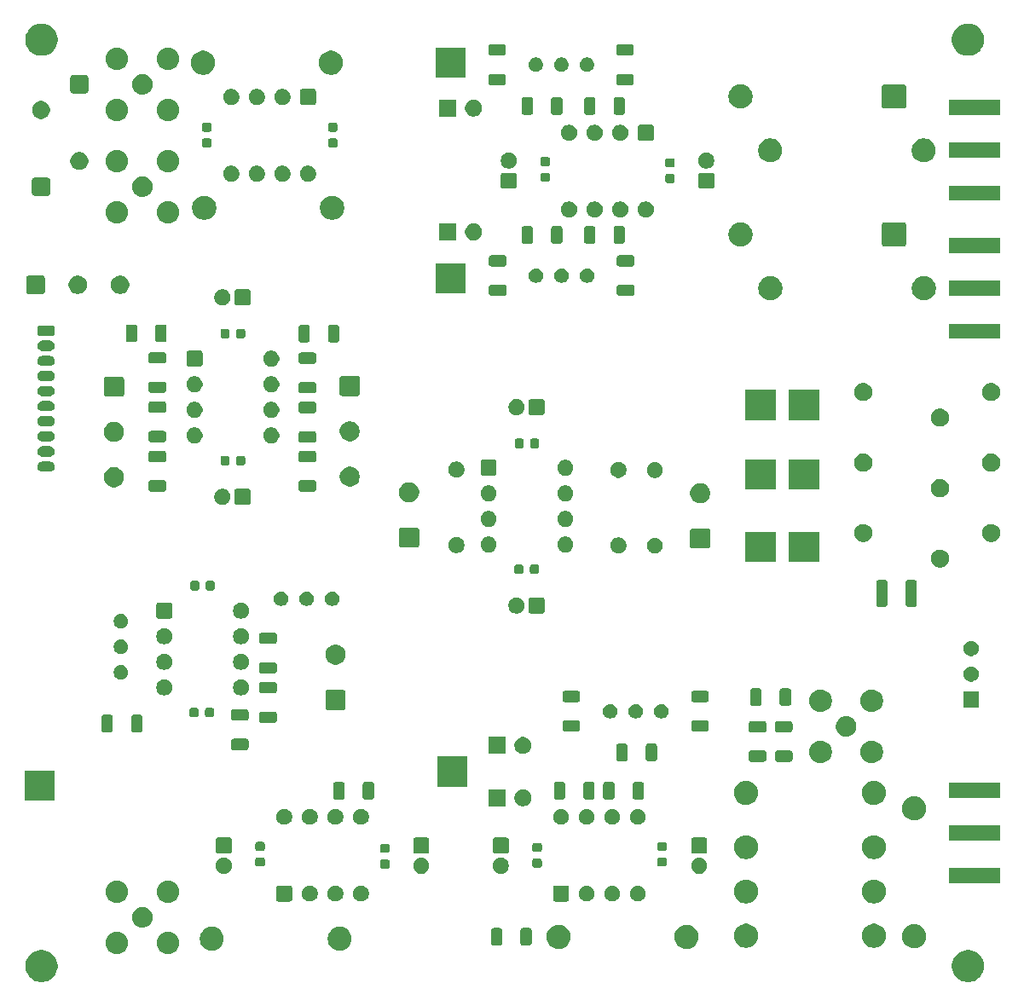
<source format=gts>
G04 #@! TF.GenerationSoftware,KiCad,Pcbnew,9.0.3*
G04 #@! TF.CreationDate,2025-08-23T16:03:50-07:00*
G04 #@! TF.ProjectId,analog-lockbox-v2,616e616c-6f67-42d6-9c6f-636b626f782d,rev?*
G04 #@! TF.SameCoordinates,Original*
G04 #@! TF.FileFunction,Soldermask,Top*
G04 #@! TF.FilePolarity,Negative*
%FSLAX46Y46*%
G04 Gerber Fmt 4.6, Leading zero omitted, Abs format (unit mm)*
G04 Created by KiCad (PCBNEW 9.0.3) date 2025-08-23 16:03:50*
%MOMM*%
%LPD*%
G01*
G04 APERTURE LIST*
G04 APERTURE END LIST*
G36*
X74973513Y-138744208D02*
G01*
X75212293Y-138821793D01*
X75435998Y-138935776D01*
X75639117Y-139083350D01*
X75816650Y-139260883D01*
X75964224Y-139464002D01*
X76078207Y-139687707D01*
X76155792Y-139926487D01*
X76195068Y-140174465D01*
X76195068Y-140425535D01*
X76155792Y-140673513D01*
X76078207Y-140912293D01*
X75964224Y-141135998D01*
X75816650Y-141339117D01*
X75639117Y-141516650D01*
X75435998Y-141664224D01*
X75212293Y-141778207D01*
X74973513Y-141855792D01*
X74725535Y-141895068D01*
X74474465Y-141895068D01*
X74226487Y-141855792D01*
X73987707Y-141778207D01*
X73764002Y-141664224D01*
X73560883Y-141516650D01*
X73383350Y-141339117D01*
X73235776Y-141135998D01*
X73121793Y-140912293D01*
X73044208Y-140673513D01*
X73004932Y-140425535D01*
X73004932Y-140174465D01*
X73044208Y-139926487D01*
X73121793Y-139687707D01*
X73235776Y-139464002D01*
X73383350Y-139260883D01*
X73560883Y-139083350D01*
X73764002Y-138935776D01*
X73987707Y-138821793D01*
X74226487Y-138744208D01*
X74474465Y-138704932D01*
X74725535Y-138704932D01*
X74973513Y-138744208D01*
G37*
G36*
X166973513Y-138744208D02*
G01*
X167212293Y-138821793D01*
X167435998Y-138935776D01*
X167639117Y-139083350D01*
X167816650Y-139260883D01*
X167964224Y-139464002D01*
X168078207Y-139687707D01*
X168155792Y-139926487D01*
X168195068Y-140174465D01*
X168195068Y-140425535D01*
X168155792Y-140673513D01*
X168078207Y-140912293D01*
X167964224Y-141135998D01*
X167816650Y-141339117D01*
X167639117Y-141516650D01*
X167435998Y-141664224D01*
X167212293Y-141778207D01*
X166973513Y-141855792D01*
X166725535Y-141895068D01*
X166474465Y-141895068D01*
X166226487Y-141855792D01*
X165987707Y-141778207D01*
X165764002Y-141664224D01*
X165560883Y-141516650D01*
X165383350Y-141339117D01*
X165235776Y-141135998D01*
X165121793Y-140912293D01*
X165044208Y-140673513D01*
X165004932Y-140425535D01*
X165004932Y-140174465D01*
X165044208Y-139926487D01*
X165121793Y-139687707D01*
X165235776Y-139464002D01*
X165383350Y-139260883D01*
X165560883Y-139083350D01*
X165764002Y-138935776D01*
X165987707Y-138821793D01*
X166226487Y-138744208D01*
X166474465Y-138704932D01*
X166725535Y-138704932D01*
X166973513Y-138744208D01*
G37*
G36*
X82332626Y-136906084D02*
G01*
X82500519Y-136960636D01*
X82657811Y-137040780D01*
X82800629Y-137144543D01*
X82925457Y-137269371D01*
X83029220Y-137412189D01*
X83109364Y-137569481D01*
X83163916Y-137737374D01*
X83191532Y-137911734D01*
X83191532Y-138088266D01*
X83163916Y-138262626D01*
X83109364Y-138430519D01*
X83029220Y-138587811D01*
X82925457Y-138730629D01*
X82800629Y-138855457D01*
X82657811Y-138959220D01*
X82500519Y-139039364D01*
X82332626Y-139093916D01*
X82158266Y-139121532D01*
X81981734Y-139121532D01*
X81807374Y-139093916D01*
X81639481Y-139039364D01*
X81482189Y-138959220D01*
X81339371Y-138855457D01*
X81214543Y-138730629D01*
X81110780Y-138587811D01*
X81030636Y-138430519D01*
X80976084Y-138262626D01*
X80948468Y-138088266D01*
X80948468Y-137911734D01*
X80976084Y-137737374D01*
X81030636Y-137569481D01*
X81110780Y-137412189D01*
X81214543Y-137269371D01*
X81339371Y-137144543D01*
X81482189Y-137040780D01*
X81639481Y-136960636D01*
X81807374Y-136906084D01*
X81981734Y-136878468D01*
X82158266Y-136878468D01*
X82332626Y-136906084D01*
G37*
G36*
X87412626Y-136906084D02*
G01*
X87580519Y-136960636D01*
X87737811Y-137040780D01*
X87880629Y-137144543D01*
X88005457Y-137269371D01*
X88109220Y-137412189D01*
X88189364Y-137569481D01*
X88243916Y-137737374D01*
X88271532Y-137911734D01*
X88271532Y-138088266D01*
X88243916Y-138262626D01*
X88189364Y-138430519D01*
X88109220Y-138587811D01*
X88005457Y-138730629D01*
X87880629Y-138855457D01*
X87737811Y-138959220D01*
X87580519Y-139039364D01*
X87412626Y-139093916D01*
X87238266Y-139121532D01*
X87061734Y-139121532D01*
X86887374Y-139093916D01*
X86719481Y-139039364D01*
X86562189Y-138959220D01*
X86419371Y-138855457D01*
X86294543Y-138730629D01*
X86190780Y-138587811D01*
X86110636Y-138430519D01*
X86056084Y-138262626D01*
X86028468Y-138088266D01*
X86028468Y-137911734D01*
X86056084Y-137737374D01*
X86110636Y-137569481D01*
X86190780Y-137412189D01*
X86294543Y-137269371D01*
X86419371Y-137144543D01*
X86562189Y-137040780D01*
X86719481Y-136960636D01*
X86887374Y-136906084D01*
X87061734Y-136878468D01*
X87238266Y-136878468D01*
X87412626Y-136906084D01*
G37*
G36*
X91780134Y-136433156D02*
G01*
X91959220Y-136491345D01*
X92126998Y-136576832D01*
X92279338Y-136687513D01*
X92412487Y-136820662D01*
X92523168Y-136973002D01*
X92608655Y-137140780D01*
X92666844Y-137319866D01*
X92696301Y-137505849D01*
X92696301Y-137694151D01*
X92666844Y-137880134D01*
X92608655Y-138059220D01*
X92523168Y-138226998D01*
X92412487Y-138379338D01*
X92279338Y-138512487D01*
X92126998Y-138623168D01*
X91959220Y-138708655D01*
X91780134Y-138766844D01*
X91594151Y-138796301D01*
X91405849Y-138796301D01*
X91219866Y-138766844D01*
X91040780Y-138708655D01*
X90873002Y-138623168D01*
X90720662Y-138512487D01*
X90587513Y-138379338D01*
X90476832Y-138226998D01*
X90391345Y-138059220D01*
X90333156Y-137880134D01*
X90303699Y-137694151D01*
X90303699Y-137505849D01*
X90333156Y-137319866D01*
X90391345Y-137140780D01*
X90476832Y-136973002D01*
X90587513Y-136820662D01*
X90720662Y-136687513D01*
X90873002Y-136576832D01*
X91040780Y-136491345D01*
X91219866Y-136433156D01*
X91405849Y-136403699D01*
X91594151Y-136403699D01*
X91780134Y-136433156D01*
G37*
G36*
X104480134Y-136433156D02*
G01*
X104659220Y-136491345D01*
X104826998Y-136576832D01*
X104979338Y-136687513D01*
X105112487Y-136820662D01*
X105223168Y-136973002D01*
X105308655Y-137140780D01*
X105366844Y-137319866D01*
X105396301Y-137505849D01*
X105396301Y-137694151D01*
X105366844Y-137880134D01*
X105308655Y-138059220D01*
X105223168Y-138226998D01*
X105112487Y-138379338D01*
X104979338Y-138512487D01*
X104826998Y-138623168D01*
X104659220Y-138708655D01*
X104480134Y-138766844D01*
X104294151Y-138796301D01*
X104105849Y-138796301D01*
X103919866Y-138766844D01*
X103740780Y-138708655D01*
X103573002Y-138623168D01*
X103420662Y-138512487D01*
X103287513Y-138379338D01*
X103176832Y-138226998D01*
X103091345Y-138059220D01*
X103033156Y-137880134D01*
X103003699Y-137694151D01*
X103003699Y-137505849D01*
X103033156Y-137319866D01*
X103091345Y-137140780D01*
X103176832Y-136973002D01*
X103287513Y-136820662D01*
X103420662Y-136687513D01*
X103573002Y-136576832D01*
X103740780Y-136491345D01*
X103919866Y-136433156D01*
X104105849Y-136403699D01*
X104294151Y-136403699D01*
X104480134Y-136433156D01*
G37*
G36*
X126230134Y-136233156D02*
G01*
X126409220Y-136291345D01*
X126576998Y-136376832D01*
X126729338Y-136487513D01*
X126862487Y-136620662D01*
X126973168Y-136773002D01*
X127058655Y-136940780D01*
X127116844Y-137119866D01*
X127146301Y-137305849D01*
X127146301Y-137494151D01*
X127116844Y-137680134D01*
X127058655Y-137859220D01*
X126973168Y-138026998D01*
X126862487Y-138179338D01*
X126729338Y-138312487D01*
X126576998Y-138423168D01*
X126409220Y-138508655D01*
X126230134Y-138566844D01*
X126044151Y-138596301D01*
X125855849Y-138596301D01*
X125669866Y-138566844D01*
X125490780Y-138508655D01*
X125323002Y-138423168D01*
X125170662Y-138312487D01*
X125037513Y-138179338D01*
X124926832Y-138026998D01*
X124841345Y-137859220D01*
X124783156Y-137680134D01*
X124753699Y-137494151D01*
X124753699Y-137305849D01*
X124783156Y-137119866D01*
X124841345Y-136940780D01*
X124926832Y-136773002D01*
X125037513Y-136620662D01*
X125170662Y-136487513D01*
X125323002Y-136376832D01*
X125490780Y-136291345D01*
X125669866Y-136233156D01*
X125855849Y-136203699D01*
X126044151Y-136203699D01*
X126230134Y-136233156D01*
G37*
G36*
X138930134Y-136233156D02*
G01*
X139109220Y-136291345D01*
X139276998Y-136376832D01*
X139429338Y-136487513D01*
X139562487Y-136620662D01*
X139673168Y-136773002D01*
X139758655Y-136940780D01*
X139816844Y-137119866D01*
X139846301Y-137305849D01*
X139846301Y-137494151D01*
X139816844Y-137680134D01*
X139758655Y-137859220D01*
X139673168Y-138026998D01*
X139562487Y-138179338D01*
X139429338Y-138312487D01*
X139276998Y-138423168D01*
X139109220Y-138508655D01*
X138930134Y-138566844D01*
X138744151Y-138596301D01*
X138555849Y-138596301D01*
X138369866Y-138566844D01*
X138190780Y-138508655D01*
X138023002Y-138423168D01*
X137870662Y-138312487D01*
X137737513Y-138179338D01*
X137626832Y-138026998D01*
X137541345Y-137859220D01*
X137483156Y-137680134D01*
X137453699Y-137494151D01*
X137453699Y-137305849D01*
X137483156Y-137119866D01*
X137541345Y-136940780D01*
X137626832Y-136773002D01*
X137737513Y-136620662D01*
X137870662Y-136487513D01*
X138023002Y-136376832D01*
X138190780Y-136291345D01*
X138369866Y-136233156D01*
X138555849Y-136203699D01*
X138744151Y-136203699D01*
X138930134Y-136233156D01*
G37*
G36*
X161530134Y-136183156D02*
G01*
X161709220Y-136241345D01*
X161876998Y-136326832D01*
X162029338Y-136437513D01*
X162162487Y-136570662D01*
X162273168Y-136723002D01*
X162358655Y-136890780D01*
X162416844Y-137069866D01*
X162446301Y-137255849D01*
X162446301Y-137444151D01*
X162416844Y-137630134D01*
X162358655Y-137809220D01*
X162273168Y-137976998D01*
X162162487Y-138129338D01*
X162029338Y-138262487D01*
X161876998Y-138373168D01*
X161709220Y-138458655D01*
X161530134Y-138516844D01*
X161344151Y-138546301D01*
X161155849Y-138546301D01*
X160969866Y-138516844D01*
X160790780Y-138458655D01*
X160623002Y-138373168D01*
X160470662Y-138262487D01*
X160337513Y-138129338D01*
X160226832Y-137976998D01*
X160141345Y-137809220D01*
X160083156Y-137630134D01*
X160053699Y-137444151D01*
X160053699Y-137255849D01*
X160083156Y-137069866D01*
X160141345Y-136890780D01*
X160226832Y-136723002D01*
X160337513Y-136570662D01*
X160470662Y-136437513D01*
X160623002Y-136326832D01*
X160790780Y-136241345D01*
X160969866Y-136183156D01*
X161155849Y-136153699D01*
X161344151Y-136153699D01*
X161530134Y-136183156D01*
G37*
G36*
X144830134Y-136133156D02*
G01*
X145009220Y-136191345D01*
X145176998Y-136276832D01*
X145329338Y-136387513D01*
X145462487Y-136520662D01*
X145573168Y-136673002D01*
X145658655Y-136840780D01*
X145716844Y-137019866D01*
X145746301Y-137205849D01*
X145746301Y-137394151D01*
X145716844Y-137580134D01*
X145658655Y-137759220D01*
X145573168Y-137926998D01*
X145462487Y-138079338D01*
X145329338Y-138212487D01*
X145176998Y-138323168D01*
X145009220Y-138408655D01*
X144830134Y-138466844D01*
X144644151Y-138496301D01*
X144455849Y-138496301D01*
X144269866Y-138466844D01*
X144090780Y-138408655D01*
X143923002Y-138323168D01*
X143770662Y-138212487D01*
X143637513Y-138079338D01*
X143526832Y-137926998D01*
X143441345Y-137759220D01*
X143383156Y-137580134D01*
X143353699Y-137394151D01*
X143353699Y-137205849D01*
X143383156Y-137019866D01*
X143441345Y-136840780D01*
X143526832Y-136673002D01*
X143637513Y-136520662D01*
X143770662Y-136387513D01*
X143923002Y-136276832D01*
X144090780Y-136191345D01*
X144269866Y-136133156D01*
X144455849Y-136103699D01*
X144644151Y-136103699D01*
X144830134Y-136133156D01*
G37*
G36*
X157530134Y-136133156D02*
G01*
X157709220Y-136191345D01*
X157876998Y-136276832D01*
X158029338Y-136387513D01*
X158162487Y-136520662D01*
X158273168Y-136673002D01*
X158358655Y-136840780D01*
X158416844Y-137019866D01*
X158446301Y-137205849D01*
X158446301Y-137394151D01*
X158416844Y-137580134D01*
X158358655Y-137759220D01*
X158273168Y-137926998D01*
X158162487Y-138079338D01*
X158029338Y-138212487D01*
X157876998Y-138323168D01*
X157709220Y-138408655D01*
X157530134Y-138466844D01*
X157344151Y-138496301D01*
X157155849Y-138496301D01*
X156969866Y-138466844D01*
X156790780Y-138408655D01*
X156623002Y-138323168D01*
X156470662Y-138212487D01*
X156337513Y-138079338D01*
X156226832Y-137926998D01*
X156141345Y-137759220D01*
X156083156Y-137580134D01*
X156053699Y-137394151D01*
X156053699Y-137205849D01*
X156083156Y-137019866D01*
X156141345Y-136840780D01*
X156226832Y-136673002D01*
X156337513Y-136520662D01*
X156470662Y-136387513D01*
X156623002Y-136276832D01*
X156790780Y-136191345D01*
X156969866Y-136133156D01*
X157155849Y-136103699D01*
X157344151Y-136103699D01*
X157530134Y-136133156D01*
G37*
G36*
X120104850Y-136525964D02*
G01*
X120155040Y-136531787D01*
X120172189Y-136539359D01*
X120195671Y-136544030D01*
X120220810Y-136560827D01*
X120240696Y-136569608D01*
X120254277Y-136583189D01*
X120276777Y-136598223D01*
X120291810Y-136620722D01*
X120305391Y-136634303D01*
X120314170Y-136654186D01*
X120330970Y-136679329D01*
X120335641Y-136702812D01*
X120343212Y-136719959D01*
X120349033Y-136770139D01*
X120350000Y-136775000D01*
X120350000Y-138025000D01*
X120349032Y-138029863D01*
X120343212Y-138080040D01*
X120335641Y-138097185D01*
X120330970Y-138120671D01*
X120314169Y-138145815D01*
X120305391Y-138165696D01*
X120291812Y-138179274D01*
X120276777Y-138201777D01*
X120254274Y-138216812D01*
X120240696Y-138230391D01*
X120220815Y-138239169D01*
X120195671Y-138255970D01*
X120172185Y-138260641D01*
X120155040Y-138268212D01*
X120104861Y-138274032D01*
X120100000Y-138275000D01*
X119475000Y-138275000D01*
X119470138Y-138274032D01*
X119419959Y-138268212D01*
X119402812Y-138260641D01*
X119379329Y-138255970D01*
X119354186Y-138239170D01*
X119334303Y-138230391D01*
X119320722Y-138216810D01*
X119298223Y-138201777D01*
X119283189Y-138179277D01*
X119269608Y-138165696D01*
X119260827Y-138145810D01*
X119244030Y-138120671D01*
X119239359Y-138097189D01*
X119231787Y-138080040D01*
X119225964Y-138029849D01*
X119225000Y-138025000D01*
X119225000Y-136775000D01*
X119225964Y-136770150D01*
X119231787Y-136719959D01*
X119239359Y-136702808D01*
X119244030Y-136679329D01*
X119260826Y-136654191D01*
X119269608Y-136634303D01*
X119283191Y-136620719D01*
X119298223Y-136598223D01*
X119320719Y-136583191D01*
X119334303Y-136569608D01*
X119354191Y-136560826D01*
X119379329Y-136544030D01*
X119402808Y-136539359D01*
X119419959Y-136531787D01*
X119470151Y-136525964D01*
X119475000Y-136525000D01*
X120100000Y-136525000D01*
X120104850Y-136525964D01*
G37*
G36*
X123029850Y-136525964D02*
G01*
X123080040Y-136531787D01*
X123097189Y-136539359D01*
X123120671Y-136544030D01*
X123145810Y-136560827D01*
X123165696Y-136569608D01*
X123179277Y-136583189D01*
X123201777Y-136598223D01*
X123216810Y-136620722D01*
X123230391Y-136634303D01*
X123239170Y-136654186D01*
X123255970Y-136679329D01*
X123260641Y-136702812D01*
X123268212Y-136719959D01*
X123274033Y-136770139D01*
X123275000Y-136775000D01*
X123275000Y-138025000D01*
X123274032Y-138029863D01*
X123268212Y-138080040D01*
X123260641Y-138097185D01*
X123255970Y-138120671D01*
X123239169Y-138145815D01*
X123230391Y-138165696D01*
X123216812Y-138179274D01*
X123201777Y-138201777D01*
X123179274Y-138216812D01*
X123165696Y-138230391D01*
X123145815Y-138239169D01*
X123120671Y-138255970D01*
X123097185Y-138260641D01*
X123080040Y-138268212D01*
X123029861Y-138274032D01*
X123025000Y-138275000D01*
X122400000Y-138275000D01*
X122395138Y-138274032D01*
X122344959Y-138268212D01*
X122327812Y-138260641D01*
X122304329Y-138255970D01*
X122279186Y-138239170D01*
X122259303Y-138230391D01*
X122245722Y-138216810D01*
X122223223Y-138201777D01*
X122208189Y-138179277D01*
X122194608Y-138165696D01*
X122185827Y-138145810D01*
X122169030Y-138120671D01*
X122164359Y-138097189D01*
X122156787Y-138080040D01*
X122150964Y-138029849D01*
X122150000Y-138025000D01*
X122150000Y-136775000D01*
X122150964Y-136770150D01*
X122156787Y-136719959D01*
X122164359Y-136702808D01*
X122169030Y-136679329D01*
X122185826Y-136654191D01*
X122194608Y-136634303D01*
X122208191Y-136620719D01*
X122223223Y-136598223D01*
X122245719Y-136583191D01*
X122259303Y-136569608D01*
X122279191Y-136560826D01*
X122304329Y-136544030D01*
X122327808Y-136539359D01*
X122344959Y-136531787D01*
X122395151Y-136525964D01*
X122400000Y-136525000D01*
X123025000Y-136525000D01*
X123029850Y-136525964D01*
G37*
G36*
X84700453Y-134439936D02*
G01*
X84710468Y-134439936D01*
X84749606Y-134447721D01*
X84849238Y-134463501D01*
X84881281Y-134473912D01*
X84907542Y-134479136D01*
X84944600Y-134494486D01*
X85002174Y-134513193D01*
X85056116Y-134540677D01*
X85093182Y-134556031D01*
X85115448Y-134570908D01*
X85145465Y-134586203D01*
X85227062Y-134645486D01*
X85260253Y-134667664D01*
X85267336Y-134674747D01*
X85275561Y-134680723D01*
X85389276Y-134794438D01*
X85395251Y-134802662D01*
X85402336Y-134809747D01*
X85424516Y-134842942D01*
X85483796Y-134924534D01*
X85499089Y-134954548D01*
X85513969Y-134976818D01*
X85529324Y-135013888D01*
X85556806Y-135067825D01*
X85575510Y-135125392D01*
X85590864Y-135162458D01*
X85596088Y-135188724D01*
X85606498Y-135220761D01*
X85622277Y-135320385D01*
X85630064Y-135359532D01*
X85630064Y-135369547D01*
X85631655Y-135379592D01*
X85631655Y-135540407D01*
X85630064Y-135550451D01*
X85630064Y-135560468D01*
X85622276Y-135599618D01*
X85606498Y-135699238D01*
X85596089Y-135731273D01*
X85590864Y-135757542D01*
X85575509Y-135794611D01*
X85556806Y-135852174D01*
X85529326Y-135906105D01*
X85513969Y-135943182D01*
X85499087Y-135965454D01*
X85483796Y-135995465D01*
X85424524Y-136077045D01*
X85402336Y-136110253D01*
X85395248Y-136117340D01*
X85389276Y-136125561D01*
X85275561Y-136239276D01*
X85267340Y-136245248D01*
X85260253Y-136252336D01*
X85227045Y-136274524D01*
X85145465Y-136333796D01*
X85115454Y-136349087D01*
X85093182Y-136363969D01*
X85056105Y-136379326D01*
X85002174Y-136406806D01*
X84944611Y-136425509D01*
X84907542Y-136440864D01*
X84881273Y-136446089D01*
X84849238Y-136456498D01*
X84749615Y-136472277D01*
X84710468Y-136480064D01*
X84700453Y-136480064D01*
X84690408Y-136481655D01*
X84529592Y-136481655D01*
X84519547Y-136480064D01*
X84509532Y-136480064D01*
X84470385Y-136472277D01*
X84370761Y-136456498D01*
X84338724Y-136446088D01*
X84312458Y-136440864D01*
X84275392Y-136425510D01*
X84217825Y-136406806D01*
X84163888Y-136379324D01*
X84126818Y-136363969D01*
X84104548Y-136349089D01*
X84074534Y-136333796D01*
X83992942Y-136274516D01*
X83959747Y-136252336D01*
X83952662Y-136245251D01*
X83944438Y-136239276D01*
X83830723Y-136125561D01*
X83824747Y-136117336D01*
X83817664Y-136110253D01*
X83795486Y-136077062D01*
X83736203Y-135995465D01*
X83720908Y-135965448D01*
X83706031Y-135943182D01*
X83690677Y-135906116D01*
X83663193Y-135852174D01*
X83644486Y-135794600D01*
X83629136Y-135757542D01*
X83623912Y-135731281D01*
X83613501Y-135699238D01*
X83597721Y-135599609D01*
X83589936Y-135560468D01*
X83589936Y-135550452D01*
X83588345Y-135540407D01*
X83588345Y-135379592D01*
X83589936Y-135369546D01*
X83589936Y-135359532D01*
X83597720Y-135320394D01*
X83613501Y-135220761D01*
X83623912Y-135188716D01*
X83629136Y-135162458D01*
X83644484Y-135125403D01*
X83663193Y-135067825D01*
X83690679Y-135013878D01*
X83706031Y-134976818D01*
X83720906Y-134954555D01*
X83736203Y-134924534D01*
X83795495Y-134842925D01*
X83817664Y-134809747D01*
X83824745Y-134802665D01*
X83830723Y-134794438D01*
X83944438Y-134680723D01*
X83952665Y-134674745D01*
X83959747Y-134667664D01*
X83992925Y-134645495D01*
X84074534Y-134586203D01*
X84104555Y-134570906D01*
X84126818Y-134556031D01*
X84163878Y-134540679D01*
X84217825Y-134513193D01*
X84275403Y-134494484D01*
X84312458Y-134479136D01*
X84338716Y-134473912D01*
X84370761Y-134463501D01*
X84470394Y-134447720D01*
X84509532Y-134439936D01*
X84519547Y-134439936D01*
X84529592Y-134438345D01*
X84690408Y-134438345D01*
X84700453Y-134439936D01*
G37*
G36*
X144830134Y-131733156D02*
G01*
X145009220Y-131791345D01*
X145176998Y-131876832D01*
X145329338Y-131987513D01*
X145462487Y-132120662D01*
X145573168Y-132273002D01*
X145658655Y-132440780D01*
X145716844Y-132619866D01*
X145746301Y-132805849D01*
X145746301Y-132994151D01*
X145716844Y-133180134D01*
X145658655Y-133359220D01*
X145573168Y-133526998D01*
X145462487Y-133679338D01*
X145329338Y-133812487D01*
X145176998Y-133923168D01*
X145009220Y-134008655D01*
X144830134Y-134066844D01*
X144644151Y-134096301D01*
X144455849Y-134096301D01*
X144269866Y-134066844D01*
X144090780Y-134008655D01*
X143923002Y-133923168D01*
X143770662Y-133812487D01*
X143637513Y-133679338D01*
X143526832Y-133526998D01*
X143441345Y-133359220D01*
X143383156Y-133180134D01*
X143353699Y-132994151D01*
X143353699Y-132805849D01*
X143383156Y-132619866D01*
X143441345Y-132440780D01*
X143526832Y-132273002D01*
X143637513Y-132120662D01*
X143770662Y-131987513D01*
X143923002Y-131876832D01*
X144090780Y-131791345D01*
X144269866Y-131733156D01*
X144455849Y-131703699D01*
X144644151Y-131703699D01*
X144830134Y-131733156D01*
G37*
G36*
X157530134Y-131733156D02*
G01*
X157709220Y-131791345D01*
X157876998Y-131876832D01*
X158029338Y-131987513D01*
X158162487Y-132120662D01*
X158273168Y-132273002D01*
X158358655Y-132440780D01*
X158416844Y-132619866D01*
X158446301Y-132805849D01*
X158446301Y-132994151D01*
X158416844Y-133180134D01*
X158358655Y-133359220D01*
X158273168Y-133526998D01*
X158162487Y-133679338D01*
X158029338Y-133812487D01*
X157876998Y-133923168D01*
X157709220Y-134008655D01*
X157530134Y-134066844D01*
X157344151Y-134096301D01*
X157155849Y-134096301D01*
X156969866Y-134066844D01*
X156790780Y-134008655D01*
X156623002Y-133923168D01*
X156470662Y-133812487D01*
X156337513Y-133679338D01*
X156226832Y-133526998D01*
X156141345Y-133359220D01*
X156083156Y-133180134D01*
X156053699Y-132994151D01*
X156053699Y-132805849D01*
X156083156Y-132619866D01*
X156141345Y-132440780D01*
X156226832Y-132273002D01*
X156337513Y-132120662D01*
X156470662Y-131987513D01*
X156623002Y-131876832D01*
X156790780Y-131791345D01*
X156969866Y-131733156D01*
X157155849Y-131703699D01*
X157344151Y-131703699D01*
X157530134Y-131733156D01*
G37*
G36*
X82332626Y-131826084D02*
G01*
X82500519Y-131880636D01*
X82657811Y-131960780D01*
X82800629Y-132064543D01*
X82925457Y-132189371D01*
X83029220Y-132332189D01*
X83109364Y-132489481D01*
X83163916Y-132657374D01*
X83191532Y-132831734D01*
X83191532Y-133008266D01*
X83163916Y-133182626D01*
X83109364Y-133350519D01*
X83029220Y-133507811D01*
X82925457Y-133650629D01*
X82800629Y-133775457D01*
X82657811Y-133879220D01*
X82500519Y-133959364D01*
X82332626Y-134013916D01*
X82158266Y-134041532D01*
X81981734Y-134041532D01*
X81807374Y-134013916D01*
X81639481Y-133959364D01*
X81482189Y-133879220D01*
X81339371Y-133775457D01*
X81214543Y-133650629D01*
X81110780Y-133507811D01*
X81030636Y-133350519D01*
X80976084Y-133182626D01*
X80948468Y-133008266D01*
X80948468Y-132831734D01*
X80976084Y-132657374D01*
X81030636Y-132489481D01*
X81110780Y-132332189D01*
X81214543Y-132189371D01*
X81339371Y-132064543D01*
X81482189Y-131960780D01*
X81639481Y-131880636D01*
X81807374Y-131826084D01*
X81981734Y-131798468D01*
X82158266Y-131798468D01*
X82332626Y-131826084D01*
G37*
G36*
X87412626Y-131826084D02*
G01*
X87580519Y-131880636D01*
X87737811Y-131960780D01*
X87880629Y-132064543D01*
X88005457Y-132189371D01*
X88109220Y-132332189D01*
X88189364Y-132489481D01*
X88243916Y-132657374D01*
X88271532Y-132831734D01*
X88271532Y-133008266D01*
X88243916Y-133182626D01*
X88189364Y-133350519D01*
X88109220Y-133507811D01*
X88005457Y-133650629D01*
X87880629Y-133775457D01*
X87737811Y-133879220D01*
X87580519Y-133959364D01*
X87412626Y-134013916D01*
X87238266Y-134041532D01*
X87061734Y-134041532D01*
X86887374Y-134013916D01*
X86719481Y-133959364D01*
X86562189Y-133879220D01*
X86419371Y-133775457D01*
X86294543Y-133650629D01*
X86190780Y-133507811D01*
X86110636Y-133350519D01*
X86056084Y-133182626D01*
X86028468Y-133008266D01*
X86028468Y-132831734D01*
X86056084Y-132657374D01*
X86110636Y-132489481D01*
X86190780Y-132332189D01*
X86294543Y-132189371D01*
X86419371Y-132064543D01*
X86562189Y-131960780D01*
X86719481Y-131880636D01*
X86887374Y-131826084D01*
X87061734Y-131798468D01*
X87238266Y-131798468D01*
X87412626Y-131826084D01*
G37*
G36*
X99244850Y-132305964D02*
G01*
X99295040Y-132311787D01*
X99312189Y-132319359D01*
X99335671Y-132324030D01*
X99360810Y-132340827D01*
X99380696Y-132349608D01*
X99394277Y-132363189D01*
X99416777Y-132378223D01*
X99431810Y-132400722D01*
X99445391Y-132414303D01*
X99454170Y-132434186D01*
X99470970Y-132459329D01*
X99475641Y-132482812D01*
X99483212Y-132499959D01*
X99489033Y-132550139D01*
X99490000Y-132555000D01*
X99490000Y-133655000D01*
X99489032Y-133659863D01*
X99483212Y-133710040D01*
X99475641Y-133727185D01*
X99470970Y-133750671D01*
X99454169Y-133775815D01*
X99445391Y-133795696D01*
X99431812Y-133809274D01*
X99416777Y-133831777D01*
X99394274Y-133846812D01*
X99380696Y-133860391D01*
X99360815Y-133869169D01*
X99335671Y-133885970D01*
X99312185Y-133890641D01*
X99295040Y-133898212D01*
X99244861Y-133904032D01*
X99240000Y-133905000D01*
X98140000Y-133905000D01*
X98135138Y-133904032D01*
X98084959Y-133898212D01*
X98067812Y-133890641D01*
X98044329Y-133885970D01*
X98019186Y-133869170D01*
X97999303Y-133860391D01*
X97985722Y-133846810D01*
X97963223Y-133831777D01*
X97948189Y-133809277D01*
X97934608Y-133795696D01*
X97925827Y-133775810D01*
X97909030Y-133750671D01*
X97904359Y-133727189D01*
X97896787Y-133710040D01*
X97890964Y-133659849D01*
X97890000Y-133655000D01*
X97890000Y-132555000D01*
X97890964Y-132550150D01*
X97896787Y-132499959D01*
X97904359Y-132482808D01*
X97909030Y-132459329D01*
X97925826Y-132434191D01*
X97934608Y-132414303D01*
X97948191Y-132400719D01*
X97963223Y-132378223D01*
X97985719Y-132363191D01*
X97999303Y-132349608D01*
X98019191Y-132340826D01*
X98044329Y-132324030D01*
X98067808Y-132319359D01*
X98084959Y-132311787D01*
X98135151Y-132305964D01*
X98140000Y-132305000D01*
X99240000Y-132305000D01*
X99244850Y-132305964D01*
G37*
G36*
X126744850Y-132305964D02*
G01*
X126795040Y-132311787D01*
X126812189Y-132319359D01*
X126835671Y-132324030D01*
X126860810Y-132340827D01*
X126880696Y-132349608D01*
X126894277Y-132363189D01*
X126916777Y-132378223D01*
X126931810Y-132400722D01*
X126945391Y-132414303D01*
X126954170Y-132434186D01*
X126970970Y-132459329D01*
X126975641Y-132482812D01*
X126983212Y-132499959D01*
X126989033Y-132550139D01*
X126990000Y-132555000D01*
X126990000Y-133655000D01*
X126989032Y-133659863D01*
X126983212Y-133710040D01*
X126975641Y-133727185D01*
X126970970Y-133750671D01*
X126954169Y-133775815D01*
X126945391Y-133795696D01*
X126931812Y-133809274D01*
X126916777Y-133831777D01*
X126894274Y-133846812D01*
X126880696Y-133860391D01*
X126860815Y-133869169D01*
X126835671Y-133885970D01*
X126812185Y-133890641D01*
X126795040Y-133898212D01*
X126744861Y-133904032D01*
X126740000Y-133905000D01*
X125640000Y-133905000D01*
X125635138Y-133904032D01*
X125584959Y-133898212D01*
X125567812Y-133890641D01*
X125544329Y-133885970D01*
X125519186Y-133869170D01*
X125499303Y-133860391D01*
X125485722Y-133846810D01*
X125463223Y-133831777D01*
X125448189Y-133809277D01*
X125434608Y-133795696D01*
X125425827Y-133775810D01*
X125409030Y-133750671D01*
X125404359Y-133727189D01*
X125396787Y-133710040D01*
X125390964Y-133659849D01*
X125390000Y-133655000D01*
X125390000Y-132555000D01*
X125390964Y-132550150D01*
X125396787Y-132499959D01*
X125404359Y-132482808D01*
X125409030Y-132459329D01*
X125425826Y-132434191D01*
X125434608Y-132414303D01*
X125448191Y-132400719D01*
X125463223Y-132378223D01*
X125485719Y-132363191D01*
X125499303Y-132349608D01*
X125519191Y-132340826D01*
X125544329Y-132324030D01*
X125567808Y-132319359D01*
X125584959Y-132311787D01*
X125635151Y-132305964D01*
X125640000Y-132305000D01*
X126740000Y-132305000D01*
X126744850Y-132305964D01*
G37*
G36*
X101462228Y-132339448D02*
G01*
X101607117Y-132399463D01*
X101737515Y-132486592D01*
X101848408Y-132597485D01*
X101935537Y-132727883D01*
X101995552Y-132872772D01*
X102026148Y-133026586D01*
X102026148Y-133183414D01*
X101995552Y-133337228D01*
X101935537Y-133482117D01*
X101848408Y-133612515D01*
X101737515Y-133723408D01*
X101607117Y-133810537D01*
X101462228Y-133870552D01*
X101308414Y-133901148D01*
X101151586Y-133901148D01*
X100997772Y-133870552D01*
X100852883Y-133810537D01*
X100722485Y-133723408D01*
X100611592Y-133612515D01*
X100524463Y-133482117D01*
X100464448Y-133337228D01*
X100433852Y-133183414D01*
X100433852Y-133026586D01*
X100464448Y-132872772D01*
X100524463Y-132727883D01*
X100611592Y-132597485D01*
X100722485Y-132486592D01*
X100852883Y-132399463D01*
X100997772Y-132339448D01*
X101151586Y-132308852D01*
X101308414Y-132308852D01*
X101462228Y-132339448D01*
G37*
G36*
X104002228Y-132339448D02*
G01*
X104147117Y-132399463D01*
X104277515Y-132486592D01*
X104388408Y-132597485D01*
X104475537Y-132727883D01*
X104535552Y-132872772D01*
X104566148Y-133026586D01*
X104566148Y-133183414D01*
X104535552Y-133337228D01*
X104475537Y-133482117D01*
X104388408Y-133612515D01*
X104277515Y-133723408D01*
X104147117Y-133810537D01*
X104002228Y-133870552D01*
X103848414Y-133901148D01*
X103691586Y-133901148D01*
X103537772Y-133870552D01*
X103392883Y-133810537D01*
X103262485Y-133723408D01*
X103151592Y-133612515D01*
X103064463Y-133482117D01*
X103004448Y-133337228D01*
X102973852Y-133183414D01*
X102973852Y-133026586D01*
X103004448Y-132872772D01*
X103064463Y-132727883D01*
X103151592Y-132597485D01*
X103262485Y-132486592D01*
X103392883Y-132399463D01*
X103537772Y-132339448D01*
X103691586Y-132308852D01*
X103848414Y-132308852D01*
X104002228Y-132339448D01*
G37*
G36*
X106542228Y-132339448D02*
G01*
X106687117Y-132399463D01*
X106817515Y-132486592D01*
X106928408Y-132597485D01*
X107015537Y-132727883D01*
X107075552Y-132872772D01*
X107106148Y-133026586D01*
X107106148Y-133183414D01*
X107075552Y-133337228D01*
X107015537Y-133482117D01*
X106928408Y-133612515D01*
X106817515Y-133723408D01*
X106687117Y-133810537D01*
X106542228Y-133870552D01*
X106388414Y-133901148D01*
X106231586Y-133901148D01*
X106077772Y-133870552D01*
X105932883Y-133810537D01*
X105802485Y-133723408D01*
X105691592Y-133612515D01*
X105604463Y-133482117D01*
X105544448Y-133337228D01*
X105513852Y-133183414D01*
X105513852Y-133026586D01*
X105544448Y-132872772D01*
X105604463Y-132727883D01*
X105691592Y-132597485D01*
X105802485Y-132486592D01*
X105932883Y-132399463D01*
X106077772Y-132339448D01*
X106231586Y-132308852D01*
X106388414Y-132308852D01*
X106542228Y-132339448D01*
G37*
G36*
X128962228Y-132339448D02*
G01*
X129107117Y-132399463D01*
X129237515Y-132486592D01*
X129348408Y-132597485D01*
X129435537Y-132727883D01*
X129495552Y-132872772D01*
X129526148Y-133026586D01*
X129526148Y-133183414D01*
X129495552Y-133337228D01*
X129435537Y-133482117D01*
X129348408Y-133612515D01*
X129237515Y-133723408D01*
X129107117Y-133810537D01*
X128962228Y-133870552D01*
X128808414Y-133901148D01*
X128651586Y-133901148D01*
X128497772Y-133870552D01*
X128352883Y-133810537D01*
X128222485Y-133723408D01*
X128111592Y-133612515D01*
X128024463Y-133482117D01*
X127964448Y-133337228D01*
X127933852Y-133183414D01*
X127933852Y-133026586D01*
X127964448Y-132872772D01*
X128024463Y-132727883D01*
X128111592Y-132597485D01*
X128222485Y-132486592D01*
X128352883Y-132399463D01*
X128497772Y-132339448D01*
X128651586Y-132308852D01*
X128808414Y-132308852D01*
X128962228Y-132339448D01*
G37*
G36*
X131502228Y-132339448D02*
G01*
X131647117Y-132399463D01*
X131777515Y-132486592D01*
X131888408Y-132597485D01*
X131975537Y-132727883D01*
X132035552Y-132872772D01*
X132066148Y-133026586D01*
X132066148Y-133183414D01*
X132035552Y-133337228D01*
X131975537Y-133482117D01*
X131888408Y-133612515D01*
X131777515Y-133723408D01*
X131647117Y-133810537D01*
X131502228Y-133870552D01*
X131348414Y-133901148D01*
X131191586Y-133901148D01*
X131037772Y-133870552D01*
X130892883Y-133810537D01*
X130762485Y-133723408D01*
X130651592Y-133612515D01*
X130564463Y-133482117D01*
X130504448Y-133337228D01*
X130473852Y-133183414D01*
X130473852Y-133026586D01*
X130504448Y-132872772D01*
X130564463Y-132727883D01*
X130651592Y-132597485D01*
X130762485Y-132486592D01*
X130892883Y-132399463D01*
X131037772Y-132339448D01*
X131191586Y-132308852D01*
X131348414Y-132308852D01*
X131502228Y-132339448D01*
G37*
G36*
X134042228Y-132339448D02*
G01*
X134187117Y-132399463D01*
X134317515Y-132486592D01*
X134428408Y-132597485D01*
X134515537Y-132727883D01*
X134575552Y-132872772D01*
X134606148Y-133026586D01*
X134606148Y-133183414D01*
X134575552Y-133337228D01*
X134515537Y-133482117D01*
X134428408Y-133612515D01*
X134317515Y-133723408D01*
X134187117Y-133810537D01*
X134042228Y-133870552D01*
X133888414Y-133901148D01*
X133731586Y-133901148D01*
X133577772Y-133870552D01*
X133432883Y-133810537D01*
X133302485Y-133723408D01*
X133191592Y-133612515D01*
X133104463Y-133482117D01*
X133044448Y-133337228D01*
X133013852Y-133183414D01*
X133013852Y-133026586D01*
X133044448Y-132872772D01*
X133104463Y-132727883D01*
X133191592Y-132597485D01*
X133302485Y-132486592D01*
X133432883Y-132399463D01*
X133577772Y-132339448D01*
X133731586Y-132308852D01*
X133888414Y-132308852D01*
X134042228Y-132339448D01*
G37*
G36*
X169777500Y-132100000D02*
G01*
X164697500Y-132100000D01*
X164697500Y-130600000D01*
X169777500Y-130600000D01*
X169777500Y-132100000D01*
G37*
G36*
X92932228Y-129579336D02*
G01*
X93077117Y-129639351D01*
X93207515Y-129726480D01*
X93318408Y-129837373D01*
X93405537Y-129967771D01*
X93465552Y-130112660D01*
X93496148Y-130266474D01*
X93496148Y-130423302D01*
X93465552Y-130577116D01*
X93405537Y-130722005D01*
X93318408Y-130852403D01*
X93207515Y-130963296D01*
X93077117Y-131050425D01*
X92932228Y-131110440D01*
X92778414Y-131141036D01*
X92621586Y-131141036D01*
X92467772Y-131110440D01*
X92322883Y-131050425D01*
X92192485Y-130963296D01*
X92081592Y-130852403D01*
X91994463Y-130722005D01*
X91934448Y-130577116D01*
X91903852Y-130423302D01*
X91903852Y-130266474D01*
X91934448Y-130112660D01*
X91994463Y-129967771D01*
X92081592Y-129837373D01*
X92192485Y-129726480D01*
X92322883Y-129639351D01*
X92467772Y-129579336D01*
X92621586Y-129548740D01*
X92778414Y-129548740D01*
X92932228Y-129579336D01*
G37*
G36*
X112532228Y-129579336D02*
G01*
X112677117Y-129639351D01*
X112807515Y-129726480D01*
X112918408Y-129837373D01*
X113005537Y-129967771D01*
X113065552Y-130112660D01*
X113096148Y-130266474D01*
X113096148Y-130423302D01*
X113065552Y-130577116D01*
X113005537Y-130722005D01*
X112918408Y-130852403D01*
X112807515Y-130963296D01*
X112677117Y-131050425D01*
X112532228Y-131110440D01*
X112378414Y-131141036D01*
X112221586Y-131141036D01*
X112067772Y-131110440D01*
X111922883Y-131050425D01*
X111792485Y-130963296D01*
X111681592Y-130852403D01*
X111594463Y-130722005D01*
X111534448Y-130577116D01*
X111503852Y-130423302D01*
X111503852Y-130266474D01*
X111534448Y-130112660D01*
X111594463Y-129967771D01*
X111681592Y-129837373D01*
X111792485Y-129726480D01*
X111922883Y-129639351D01*
X112067772Y-129579336D01*
X112221586Y-129548740D01*
X112378414Y-129548740D01*
X112532228Y-129579336D01*
G37*
G36*
X120432228Y-129579336D02*
G01*
X120577117Y-129639351D01*
X120707515Y-129726480D01*
X120818408Y-129837373D01*
X120905537Y-129967771D01*
X120965552Y-130112660D01*
X120996148Y-130266474D01*
X120996148Y-130423302D01*
X120965552Y-130577116D01*
X120905537Y-130722005D01*
X120818408Y-130852403D01*
X120707515Y-130963296D01*
X120577117Y-131050425D01*
X120432228Y-131110440D01*
X120278414Y-131141036D01*
X120121586Y-131141036D01*
X119967772Y-131110440D01*
X119822883Y-131050425D01*
X119692485Y-130963296D01*
X119581592Y-130852403D01*
X119494463Y-130722005D01*
X119434448Y-130577116D01*
X119403852Y-130423302D01*
X119403852Y-130266474D01*
X119434448Y-130112660D01*
X119494463Y-129967771D01*
X119581592Y-129837373D01*
X119692485Y-129726480D01*
X119822883Y-129639351D01*
X119967772Y-129579336D01*
X120121586Y-129548740D01*
X120278414Y-129548740D01*
X120432228Y-129579336D01*
G37*
G36*
X140132228Y-129579336D02*
G01*
X140277117Y-129639351D01*
X140407515Y-129726480D01*
X140518408Y-129837373D01*
X140605537Y-129967771D01*
X140665552Y-130112660D01*
X140696148Y-130266474D01*
X140696148Y-130423302D01*
X140665552Y-130577116D01*
X140605537Y-130722005D01*
X140518408Y-130852403D01*
X140407515Y-130963296D01*
X140277117Y-131050425D01*
X140132228Y-131110440D01*
X139978414Y-131141036D01*
X139821586Y-131141036D01*
X139667772Y-131110440D01*
X139522883Y-131050425D01*
X139392485Y-130963296D01*
X139281592Y-130852403D01*
X139194463Y-130722005D01*
X139134448Y-130577116D01*
X139103852Y-130423302D01*
X139103852Y-130266474D01*
X139134448Y-130112660D01*
X139194463Y-129967771D01*
X139281592Y-129837373D01*
X139392485Y-129726480D01*
X139522883Y-129639351D01*
X139667772Y-129579336D01*
X139821586Y-129548740D01*
X139978414Y-129548740D01*
X140132228Y-129579336D01*
G37*
G36*
X108954850Y-129725964D02*
G01*
X108999317Y-129731123D01*
X109014510Y-129737831D01*
X109036104Y-129742127D01*
X109059222Y-129757574D01*
X109076567Y-129765233D01*
X109088412Y-129777078D01*
X109109099Y-129790901D01*
X109122921Y-129811587D01*
X109134766Y-129823432D01*
X109142423Y-129840774D01*
X109157873Y-129863896D01*
X109162168Y-129885491D01*
X109168876Y-129900682D01*
X109174033Y-129945139D01*
X109175000Y-129950000D01*
X109175000Y-130400000D01*
X109174032Y-130404862D01*
X109168876Y-130449317D01*
X109162168Y-130464506D01*
X109157873Y-130486104D01*
X109142422Y-130509227D01*
X109134766Y-130526567D01*
X109122923Y-130538409D01*
X109109099Y-130559099D01*
X109088409Y-130572923D01*
X109076567Y-130584766D01*
X109059227Y-130592422D01*
X109036104Y-130607873D01*
X109014506Y-130612168D01*
X108999317Y-130618876D01*
X108954861Y-130624032D01*
X108950000Y-130625000D01*
X108450000Y-130625000D01*
X108445138Y-130624033D01*
X108400682Y-130618876D01*
X108385491Y-130612168D01*
X108363896Y-130607873D01*
X108340774Y-130592423D01*
X108323432Y-130584766D01*
X108311587Y-130572921D01*
X108290901Y-130559099D01*
X108277078Y-130538412D01*
X108265233Y-130526567D01*
X108257574Y-130509222D01*
X108242127Y-130486104D01*
X108237831Y-130464510D01*
X108231123Y-130449317D01*
X108225964Y-130404849D01*
X108225000Y-130400000D01*
X108225000Y-129950000D01*
X108225964Y-129945150D01*
X108231123Y-129900682D01*
X108237832Y-129885487D01*
X108242127Y-129863896D01*
X108257573Y-129840779D01*
X108265233Y-129823432D01*
X108277080Y-129811584D01*
X108290901Y-129790901D01*
X108311584Y-129777080D01*
X108323432Y-129765233D01*
X108340779Y-129757573D01*
X108363896Y-129742127D01*
X108385487Y-129737832D01*
X108400682Y-129731123D01*
X108445151Y-129725964D01*
X108450000Y-129725000D01*
X108950000Y-129725000D01*
X108954850Y-129725964D01*
G37*
G36*
X124064850Y-129625964D02*
G01*
X124109317Y-129631123D01*
X124124510Y-129637831D01*
X124146104Y-129642127D01*
X124169222Y-129657574D01*
X124186567Y-129665233D01*
X124198412Y-129677078D01*
X124219099Y-129690901D01*
X124232921Y-129711587D01*
X124244766Y-129723432D01*
X124252423Y-129740774D01*
X124267873Y-129763896D01*
X124272168Y-129785491D01*
X124278876Y-129800682D01*
X124284033Y-129845139D01*
X124285000Y-129850000D01*
X124285000Y-130300000D01*
X124284032Y-130304862D01*
X124278876Y-130349317D01*
X124272168Y-130364506D01*
X124267873Y-130386104D01*
X124252422Y-130409227D01*
X124244766Y-130426567D01*
X124232923Y-130438409D01*
X124219099Y-130459099D01*
X124198409Y-130472923D01*
X124186567Y-130484766D01*
X124169227Y-130492422D01*
X124146104Y-130507873D01*
X124124506Y-130512168D01*
X124109317Y-130518876D01*
X124064861Y-130524032D01*
X124060000Y-130525000D01*
X123560000Y-130525000D01*
X123555138Y-130524033D01*
X123510682Y-130518876D01*
X123495491Y-130512168D01*
X123473896Y-130507873D01*
X123450774Y-130492423D01*
X123433432Y-130484766D01*
X123421587Y-130472921D01*
X123400901Y-130459099D01*
X123387078Y-130438412D01*
X123375233Y-130426567D01*
X123367574Y-130409222D01*
X123352127Y-130386104D01*
X123347831Y-130364510D01*
X123341123Y-130349317D01*
X123335964Y-130304849D01*
X123335000Y-130300000D01*
X123335000Y-129850000D01*
X123335964Y-129845150D01*
X123341123Y-129800682D01*
X123347832Y-129785487D01*
X123352127Y-129763896D01*
X123367573Y-129740779D01*
X123375233Y-129723432D01*
X123387080Y-129711584D01*
X123400901Y-129690901D01*
X123421584Y-129677080D01*
X123433432Y-129665233D01*
X123450779Y-129657573D01*
X123473896Y-129642127D01*
X123495487Y-129637832D01*
X123510682Y-129631123D01*
X123555151Y-129625964D01*
X123560000Y-129625000D01*
X124060000Y-129625000D01*
X124064850Y-129625964D01*
G37*
G36*
X136464850Y-129530964D02*
G01*
X136509317Y-129536123D01*
X136524510Y-129542831D01*
X136546104Y-129547127D01*
X136569222Y-129562574D01*
X136586567Y-129570233D01*
X136598412Y-129582078D01*
X136619099Y-129595901D01*
X136632921Y-129616587D01*
X136644766Y-129628432D01*
X136652423Y-129645774D01*
X136667873Y-129668896D01*
X136672168Y-129690491D01*
X136678876Y-129705682D01*
X136684033Y-129750139D01*
X136685000Y-129755000D01*
X136685000Y-130205000D01*
X136684032Y-130209862D01*
X136678876Y-130254317D01*
X136672168Y-130269506D01*
X136667873Y-130291104D01*
X136652422Y-130314227D01*
X136644766Y-130331567D01*
X136632923Y-130343409D01*
X136619099Y-130364099D01*
X136598409Y-130377923D01*
X136586567Y-130389766D01*
X136569227Y-130397422D01*
X136546104Y-130412873D01*
X136524506Y-130417168D01*
X136509317Y-130423876D01*
X136464861Y-130429032D01*
X136460000Y-130430000D01*
X135960000Y-130430000D01*
X135955138Y-130429033D01*
X135910682Y-130423876D01*
X135895491Y-130417168D01*
X135873896Y-130412873D01*
X135850774Y-130397423D01*
X135833432Y-130389766D01*
X135821587Y-130377921D01*
X135800901Y-130364099D01*
X135787078Y-130343412D01*
X135775233Y-130331567D01*
X135767574Y-130314222D01*
X135752127Y-130291104D01*
X135747831Y-130269510D01*
X135741123Y-130254317D01*
X135735964Y-130209849D01*
X135735000Y-130205000D01*
X135735000Y-129755000D01*
X135735964Y-129750150D01*
X135741123Y-129705682D01*
X135747832Y-129690487D01*
X135752127Y-129668896D01*
X135767573Y-129645779D01*
X135775233Y-129628432D01*
X135787080Y-129616584D01*
X135800901Y-129595901D01*
X135821584Y-129582080D01*
X135833432Y-129570233D01*
X135850779Y-129562573D01*
X135873896Y-129547127D01*
X135895487Y-129542832D01*
X135910682Y-129536123D01*
X135955151Y-129530964D01*
X135960000Y-129530000D01*
X136460000Y-129530000D01*
X136464850Y-129530964D01*
G37*
G36*
X96554850Y-129525964D02*
G01*
X96599317Y-129531123D01*
X96614510Y-129537831D01*
X96636104Y-129542127D01*
X96659222Y-129557574D01*
X96676567Y-129565233D01*
X96688412Y-129577078D01*
X96709099Y-129590901D01*
X96722921Y-129611587D01*
X96734766Y-129623432D01*
X96742423Y-129640774D01*
X96757873Y-129663896D01*
X96762168Y-129685491D01*
X96768876Y-129700682D01*
X96774033Y-129745139D01*
X96775000Y-129750000D01*
X96775000Y-130200000D01*
X96774032Y-130204862D01*
X96768876Y-130249317D01*
X96762168Y-130264506D01*
X96757873Y-130286104D01*
X96742422Y-130309227D01*
X96734766Y-130326567D01*
X96722923Y-130338409D01*
X96709099Y-130359099D01*
X96688409Y-130372923D01*
X96676567Y-130384766D01*
X96659227Y-130392422D01*
X96636104Y-130407873D01*
X96614506Y-130412168D01*
X96599317Y-130418876D01*
X96554861Y-130424032D01*
X96550000Y-130425000D01*
X96050000Y-130425000D01*
X96045138Y-130424033D01*
X96000682Y-130418876D01*
X95985491Y-130412168D01*
X95963896Y-130407873D01*
X95940774Y-130392423D01*
X95923432Y-130384766D01*
X95911587Y-130372921D01*
X95890901Y-130359099D01*
X95877078Y-130338412D01*
X95865233Y-130326567D01*
X95857574Y-130309222D01*
X95842127Y-130286104D01*
X95837831Y-130264510D01*
X95831123Y-130249317D01*
X95825964Y-130204849D01*
X95825000Y-130200000D01*
X95825000Y-129750000D01*
X95825964Y-129745150D01*
X95831123Y-129700682D01*
X95837832Y-129685487D01*
X95842127Y-129663896D01*
X95857573Y-129640779D01*
X95865233Y-129623432D01*
X95877080Y-129611584D01*
X95890901Y-129590901D01*
X95911584Y-129577080D01*
X95923432Y-129565233D01*
X95940779Y-129557573D01*
X95963896Y-129542127D01*
X95985487Y-129537832D01*
X96000682Y-129531123D01*
X96045151Y-129525964D01*
X96050000Y-129525000D01*
X96550000Y-129525000D01*
X96554850Y-129525964D01*
G37*
G36*
X144830134Y-127333156D02*
G01*
X145009220Y-127391345D01*
X145176998Y-127476832D01*
X145329338Y-127587513D01*
X145462487Y-127720662D01*
X145573168Y-127873002D01*
X145658655Y-128040780D01*
X145716844Y-128219866D01*
X145746301Y-128405849D01*
X145746301Y-128594151D01*
X145716844Y-128780134D01*
X145658655Y-128959220D01*
X145573168Y-129126998D01*
X145462487Y-129279338D01*
X145329338Y-129412487D01*
X145176998Y-129523168D01*
X145009220Y-129608655D01*
X144830134Y-129666844D01*
X144644151Y-129696301D01*
X144455849Y-129696301D01*
X144269866Y-129666844D01*
X144090780Y-129608655D01*
X143923002Y-129523168D01*
X143770662Y-129412487D01*
X143637513Y-129279338D01*
X143526832Y-129126998D01*
X143441345Y-128959220D01*
X143383156Y-128780134D01*
X143353699Y-128594151D01*
X143353699Y-128405849D01*
X143383156Y-128219866D01*
X143441345Y-128040780D01*
X143526832Y-127873002D01*
X143637513Y-127720662D01*
X143770662Y-127587513D01*
X143923002Y-127476832D01*
X144090780Y-127391345D01*
X144269866Y-127333156D01*
X144455849Y-127303699D01*
X144644151Y-127303699D01*
X144830134Y-127333156D01*
G37*
G36*
X157530134Y-127333156D02*
G01*
X157709220Y-127391345D01*
X157876998Y-127476832D01*
X158029338Y-127587513D01*
X158162487Y-127720662D01*
X158273168Y-127873002D01*
X158358655Y-128040780D01*
X158416844Y-128219866D01*
X158446301Y-128405849D01*
X158446301Y-128594151D01*
X158416844Y-128780134D01*
X158358655Y-128959220D01*
X158273168Y-129126998D01*
X158162487Y-129279338D01*
X158029338Y-129412487D01*
X157876998Y-129523168D01*
X157709220Y-129608655D01*
X157530134Y-129666844D01*
X157344151Y-129696301D01*
X157155849Y-129696301D01*
X156969866Y-129666844D01*
X156790780Y-129608655D01*
X156623002Y-129523168D01*
X156470662Y-129412487D01*
X156337513Y-129279338D01*
X156226832Y-129126998D01*
X156141345Y-128959220D01*
X156083156Y-128780134D01*
X156053699Y-128594151D01*
X156053699Y-128405849D01*
X156083156Y-128219866D01*
X156141345Y-128040780D01*
X156226832Y-127873002D01*
X156337513Y-127720662D01*
X156470662Y-127587513D01*
X156623002Y-127476832D01*
X156790780Y-127391345D01*
X156969866Y-127333156D01*
X157155849Y-127303699D01*
X157344151Y-127303699D01*
X157530134Y-127333156D01*
G37*
G36*
X93254850Y-127545852D02*
G01*
X93305040Y-127551675D01*
X93322189Y-127559247D01*
X93345671Y-127563918D01*
X93370810Y-127580715D01*
X93390696Y-127589496D01*
X93404277Y-127603077D01*
X93426777Y-127618111D01*
X93441810Y-127640610D01*
X93455391Y-127654191D01*
X93464170Y-127674074D01*
X93480970Y-127699217D01*
X93485641Y-127722700D01*
X93493212Y-127739847D01*
X93499033Y-127790027D01*
X93500000Y-127794888D01*
X93500000Y-128894888D01*
X93499032Y-128899751D01*
X93493212Y-128949928D01*
X93485641Y-128967073D01*
X93480970Y-128990559D01*
X93464169Y-129015703D01*
X93455391Y-129035584D01*
X93441812Y-129049162D01*
X93426777Y-129071665D01*
X93404274Y-129086700D01*
X93390696Y-129100279D01*
X93370815Y-129109057D01*
X93345671Y-129125858D01*
X93322185Y-129130529D01*
X93305040Y-129138100D01*
X93254861Y-129143920D01*
X93250000Y-129144888D01*
X92150000Y-129144888D01*
X92145138Y-129143920D01*
X92094959Y-129138100D01*
X92077812Y-129130529D01*
X92054329Y-129125858D01*
X92029186Y-129109058D01*
X92009303Y-129100279D01*
X91995722Y-129086698D01*
X91973223Y-129071665D01*
X91958189Y-129049165D01*
X91944608Y-129035584D01*
X91935827Y-129015698D01*
X91919030Y-128990559D01*
X91914359Y-128967077D01*
X91906787Y-128949928D01*
X91900964Y-128899737D01*
X91900000Y-128894888D01*
X91900000Y-127794888D01*
X91900964Y-127790038D01*
X91906787Y-127739847D01*
X91914359Y-127722696D01*
X91919030Y-127699217D01*
X91935826Y-127674079D01*
X91944608Y-127654191D01*
X91958191Y-127640607D01*
X91973223Y-127618111D01*
X91995719Y-127603079D01*
X92009303Y-127589496D01*
X92029191Y-127580714D01*
X92054329Y-127563918D01*
X92077808Y-127559247D01*
X92094959Y-127551675D01*
X92145151Y-127545852D01*
X92150000Y-127544888D01*
X93250000Y-127544888D01*
X93254850Y-127545852D01*
G37*
G36*
X112854850Y-127545852D02*
G01*
X112905040Y-127551675D01*
X112922189Y-127559247D01*
X112945671Y-127563918D01*
X112970810Y-127580715D01*
X112990696Y-127589496D01*
X113004277Y-127603077D01*
X113026777Y-127618111D01*
X113041810Y-127640610D01*
X113055391Y-127654191D01*
X113064170Y-127674074D01*
X113080970Y-127699217D01*
X113085641Y-127722700D01*
X113093212Y-127739847D01*
X113099033Y-127790027D01*
X113100000Y-127794888D01*
X113100000Y-128894888D01*
X113099032Y-128899751D01*
X113093212Y-128949928D01*
X113085641Y-128967073D01*
X113080970Y-128990559D01*
X113064169Y-129015703D01*
X113055391Y-129035584D01*
X113041812Y-129049162D01*
X113026777Y-129071665D01*
X113004274Y-129086700D01*
X112990696Y-129100279D01*
X112970815Y-129109057D01*
X112945671Y-129125858D01*
X112922185Y-129130529D01*
X112905040Y-129138100D01*
X112854861Y-129143920D01*
X112850000Y-129144888D01*
X111750000Y-129144888D01*
X111745138Y-129143920D01*
X111694959Y-129138100D01*
X111677812Y-129130529D01*
X111654329Y-129125858D01*
X111629186Y-129109058D01*
X111609303Y-129100279D01*
X111595722Y-129086698D01*
X111573223Y-129071665D01*
X111558189Y-129049165D01*
X111544608Y-129035584D01*
X111535827Y-129015698D01*
X111519030Y-128990559D01*
X111514359Y-128967077D01*
X111506787Y-128949928D01*
X111500964Y-128899737D01*
X111500000Y-128894888D01*
X111500000Y-127794888D01*
X111500964Y-127790038D01*
X111506787Y-127739847D01*
X111514359Y-127722696D01*
X111519030Y-127699217D01*
X111535826Y-127674079D01*
X111544608Y-127654191D01*
X111558191Y-127640607D01*
X111573223Y-127618111D01*
X111595719Y-127603079D01*
X111609303Y-127589496D01*
X111629191Y-127580714D01*
X111654329Y-127563918D01*
X111677808Y-127559247D01*
X111694959Y-127551675D01*
X111745151Y-127545852D01*
X111750000Y-127544888D01*
X112850000Y-127544888D01*
X112854850Y-127545852D01*
G37*
G36*
X120754850Y-127545852D02*
G01*
X120805040Y-127551675D01*
X120822189Y-127559247D01*
X120845671Y-127563918D01*
X120870810Y-127580715D01*
X120890696Y-127589496D01*
X120904277Y-127603077D01*
X120926777Y-127618111D01*
X120941810Y-127640610D01*
X120955391Y-127654191D01*
X120964170Y-127674074D01*
X120980970Y-127699217D01*
X120985641Y-127722700D01*
X120993212Y-127739847D01*
X120999033Y-127790027D01*
X121000000Y-127794888D01*
X121000000Y-128894888D01*
X120999032Y-128899751D01*
X120993212Y-128949928D01*
X120985641Y-128967073D01*
X120980970Y-128990559D01*
X120964169Y-129015703D01*
X120955391Y-129035584D01*
X120941812Y-129049162D01*
X120926777Y-129071665D01*
X120904274Y-129086700D01*
X120890696Y-129100279D01*
X120870815Y-129109057D01*
X120845671Y-129125858D01*
X120822185Y-129130529D01*
X120805040Y-129138100D01*
X120754861Y-129143920D01*
X120750000Y-129144888D01*
X119650000Y-129144888D01*
X119645138Y-129143920D01*
X119594959Y-129138100D01*
X119577812Y-129130529D01*
X119554329Y-129125858D01*
X119529186Y-129109058D01*
X119509303Y-129100279D01*
X119495722Y-129086698D01*
X119473223Y-129071665D01*
X119458189Y-129049165D01*
X119444608Y-129035584D01*
X119435827Y-129015698D01*
X119419030Y-128990559D01*
X119414359Y-128967077D01*
X119406787Y-128949928D01*
X119400964Y-128899737D01*
X119400000Y-128894888D01*
X119400000Y-127794888D01*
X119400964Y-127790038D01*
X119406787Y-127739847D01*
X119414359Y-127722696D01*
X119419030Y-127699217D01*
X119435826Y-127674079D01*
X119444608Y-127654191D01*
X119458191Y-127640607D01*
X119473223Y-127618111D01*
X119495719Y-127603079D01*
X119509303Y-127589496D01*
X119529191Y-127580714D01*
X119554329Y-127563918D01*
X119577808Y-127559247D01*
X119594959Y-127551675D01*
X119645151Y-127545852D01*
X119650000Y-127544888D01*
X120750000Y-127544888D01*
X120754850Y-127545852D01*
G37*
G36*
X140454850Y-127545852D02*
G01*
X140505040Y-127551675D01*
X140522189Y-127559247D01*
X140545671Y-127563918D01*
X140570810Y-127580715D01*
X140590696Y-127589496D01*
X140604277Y-127603077D01*
X140626777Y-127618111D01*
X140641810Y-127640610D01*
X140655391Y-127654191D01*
X140664170Y-127674074D01*
X140680970Y-127699217D01*
X140685641Y-127722700D01*
X140693212Y-127739847D01*
X140699033Y-127790027D01*
X140700000Y-127794888D01*
X140700000Y-128894888D01*
X140699032Y-128899751D01*
X140693212Y-128949928D01*
X140685641Y-128967073D01*
X140680970Y-128990559D01*
X140664169Y-129015703D01*
X140655391Y-129035584D01*
X140641812Y-129049162D01*
X140626777Y-129071665D01*
X140604274Y-129086700D01*
X140590696Y-129100279D01*
X140570815Y-129109057D01*
X140545671Y-129125858D01*
X140522185Y-129130529D01*
X140505040Y-129138100D01*
X140454861Y-129143920D01*
X140450000Y-129144888D01*
X139350000Y-129144888D01*
X139345138Y-129143920D01*
X139294959Y-129138100D01*
X139277812Y-129130529D01*
X139254329Y-129125858D01*
X139229186Y-129109058D01*
X139209303Y-129100279D01*
X139195722Y-129086698D01*
X139173223Y-129071665D01*
X139158189Y-129049165D01*
X139144608Y-129035584D01*
X139135827Y-129015698D01*
X139119030Y-128990559D01*
X139114359Y-128967077D01*
X139106787Y-128949928D01*
X139100964Y-128899737D01*
X139100000Y-128894888D01*
X139100000Y-127794888D01*
X139100964Y-127790038D01*
X139106787Y-127739847D01*
X139114359Y-127722696D01*
X139119030Y-127699217D01*
X139135826Y-127674079D01*
X139144608Y-127654191D01*
X139158191Y-127640607D01*
X139173223Y-127618111D01*
X139195719Y-127603079D01*
X139209303Y-127589496D01*
X139229191Y-127580714D01*
X139254329Y-127563918D01*
X139277808Y-127559247D01*
X139294959Y-127551675D01*
X139345151Y-127545852D01*
X139350000Y-127544888D01*
X140450000Y-127544888D01*
X140454850Y-127545852D01*
G37*
G36*
X108954850Y-128175964D02*
G01*
X108999317Y-128181123D01*
X109014510Y-128187831D01*
X109036104Y-128192127D01*
X109059222Y-128207574D01*
X109076567Y-128215233D01*
X109088412Y-128227078D01*
X109109099Y-128240901D01*
X109122921Y-128261587D01*
X109134766Y-128273432D01*
X109142423Y-128290774D01*
X109157873Y-128313896D01*
X109162168Y-128335491D01*
X109168876Y-128350682D01*
X109174033Y-128395139D01*
X109175000Y-128400000D01*
X109175000Y-128850000D01*
X109174032Y-128854862D01*
X109168876Y-128899317D01*
X109162168Y-128914506D01*
X109157873Y-128936104D01*
X109142422Y-128959227D01*
X109134766Y-128976567D01*
X109122923Y-128988409D01*
X109109099Y-129009099D01*
X109088409Y-129022923D01*
X109076567Y-129034766D01*
X109059227Y-129042422D01*
X109036104Y-129057873D01*
X109014506Y-129062168D01*
X108999317Y-129068876D01*
X108954861Y-129074032D01*
X108950000Y-129075000D01*
X108450000Y-129075000D01*
X108445138Y-129074033D01*
X108400682Y-129068876D01*
X108385491Y-129062168D01*
X108363896Y-129057873D01*
X108340774Y-129042423D01*
X108323432Y-129034766D01*
X108311587Y-129022921D01*
X108290901Y-129009099D01*
X108277078Y-128988412D01*
X108265233Y-128976567D01*
X108257573Y-128959220D01*
X108242127Y-128936104D01*
X108237831Y-128914510D01*
X108231123Y-128899317D01*
X108225964Y-128854849D01*
X108225000Y-128850000D01*
X108225000Y-128400000D01*
X108225964Y-128395150D01*
X108231123Y-128350682D01*
X108237832Y-128335487D01*
X108242127Y-128313896D01*
X108257573Y-128290779D01*
X108265233Y-128273432D01*
X108277080Y-128261584D01*
X108290901Y-128240901D01*
X108311584Y-128227080D01*
X108323432Y-128215233D01*
X108340779Y-128207573D01*
X108363896Y-128192127D01*
X108385487Y-128187832D01*
X108400682Y-128181123D01*
X108445151Y-128175964D01*
X108450000Y-128175000D01*
X108950000Y-128175000D01*
X108954850Y-128175964D01*
G37*
G36*
X124064850Y-128075964D02*
G01*
X124109317Y-128081123D01*
X124124510Y-128087831D01*
X124146104Y-128092127D01*
X124169222Y-128107574D01*
X124186567Y-128115233D01*
X124198412Y-128127078D01*
X124219099Y-128140901D01*
X124232921Y-128161587D01*
X124244766Y-128173432D01*
X124252423Y-128190774D01*
X124267873Y-128213896D01*
X124272168Y-128235491D01*
X124278876Y-128250682D01*
X124284033Y-128295139D01*
X124285000Y-128300000D01*
X124285000Y-128750000D01*
X124284032Y-128754862D01*
X124278876Y-128799317D01*
X124272168Y-128814506D01*
X124267873Y-128836104D01*
X124252422Y-128859227D01*
X124244766Y-128876567D01*
X124232923Y-128888409D01*
X124219099Y-128909099D01*
X124198409Y-128922923D01*
X124186567Y-128934766D01*
X124169227Y-128942422D01*
X124146104Y-128957873D01*
X124124506Y-128962168D01*
X124109317Y-128968876D01*
X124064861Y-128974032D01*
X124060000Y-128975000D01*
X123560000Y-128975000D01*
X123555138Y-128974033D01*
X123510682Y-128968876D01*
X123495491Y-128962168D01*
X123473896Y-128957873D01*
X123450774Y-128942423D01*
X123433432Y-128934766D01*
X123421587Y-128922921D01*
X123400901Y-128909099D01*
X123387078Y-128888412D01*
X123375233Y-128876567D01*
X123367574Y-128859222D01*
X123352127Y-128836104D01*
X123347831Y-128814510D01*
X123341123Y-128799317D01*
X123335964Y-128754849D01*
X123335000Y-128750000D01*
X123335000Y-128300000D01*
X123335964Y-128295150D01*
X123341123Y-128250682D01*
X123347832Y-128235487D01*
X123352127Y-128213896D01*
X123367573Y-128190779D01*
X123375233Y-128173432D01*
X123387080Y-128161584D01*
X123400901Y-128140901D01*
X123421584Y-128127080D01*
X123433432Y-128115233D01*
X123450779Y-128107573D01*
X123473896Y-128092127D01*
X123495487Y-128087832D01*
X123510682Y-128081123D01*
X123555151Y-128075964D01*
X123560000Y-128075000D01*
X124060000Y-128075000D01*
X124064850Y-128075964D01*
G37*
G36*
X136464850Y-127980964D02*
G01*
X136509317Y-127986123D01*
X136524510Y-127992831D01*
X136546104Y-127997127D01*
X136569222Y-128012574D01*
X136586567Y-128020233D01*
X136598412Y-128032078D01*
X136619099Y-128045901D01*
X136632921Y-128066587D01*
X136644766Y-128078432D01*
X136652423Y-128095774D01*
X136667873Y-128118896D01*
X136672168Y-128140491D01*
X136678876Y-128155682D01*
X136684033Y-128200139D01*
X136685000Y-128205000D01*
X136685000Y-128655000D01*
X136684032Y-128659862D01*
X136678876Y-128704317D01*
X136672168Y-128719506D01*
X136667873Y-128741104D01*
X136652422Y-128764227D01*
X136644766Y-128781567D01*
X136632923Y-128793409D01*
X136619099Y-128814099D01*
X136598409Y-128827923D01*
X136586567Y-128839766D01*
X136569227Y-128847422D01*
X136546104Y-128862873D01*
X136524506Y-128867168D01*
X136509317Y-128873876D01*
X136464861Y-128879032D01*
X136460000Y-128880000D01*
X135960000Y-128880000D01*
X135955138Y-128879033D01*
X135910682Y-128873876D01*
X135895491Y-128867168D01*
X135873896Y-128862873D01*
X135850774Y-128847423D01*
X135833432Y-128839766D01*
X135821587Y-128827921D01*
X135800901Y-128814099D01*
X135787078Y-128793412D01*
X135775233Y-128781567D01*
X135767574Y-128764222D01*
X135752127Y-128741104D01*
X135747831Y-128719510D01*
X135741123Y-128704317D01*
X135735964Y-128659849D01*
X135735000Y-128655000D01*
X135735000Y-128205000D01*
X135735964Y-128200150D01*
X135741123Y-128155682D01*
X135747832Y-128140487D01*
X135752127Y-128118896D01*
X135767573Y-128095779D01*
X135775233Y-128078432D01*
X135787080Y-128066584D01*
X135800901Y-128045901D01*
X135821584Y-128032080D01*
X135833432Y-128020233D01*
X135850779Y-128012573D01*
X135873896Y-127997127D01*
X135895487Y-127992832D01*
X135910682Y-127986123D01*
X135955151Y-127980964D01*
X135960000Y-127980000D01*
X136460000Y-127980000D01*
X136464850Y-127980964D01*
G37*
G36*
X96554850Y-127975964D02*
G01*
X96599317Y-127981123D01*
X96614510Y-127987831D01*
X96636104Y-127992127D01*
X96659222Y-128007574D01*
X96676567Y-128015233D01*
X96688412Y-128027078D01*
X96709099Y-128040901D01*
X96722921Y-128061587D01*
X96734766Y-128073432D01*
X96742423Y-128090774D01*
X96757873Y-128113896D01*
X96762168Y-128135491D01*
X96768876Y-128150682D01*
X96774033Y-128195139D01*
X96775000Y-128200000D01*
X96775000Y-128650000D01*
X96774032Y-128654862D01*
X96768876Y-128699317D01*
X96762168Y-128714506D01*
X96757873Y-128736104D01*
X96742422Y-128759227D01*
X96734766Y-128776567D01*
X96722923Y-128788409D01*
X96709099Y-128809099D01*
X96688409Y-128822923D01*
X96676567Y-128834766D01*
X96659227Y-128842422D01*
X96636104Y-128857873D01*
X96614506Y-128862168D01*
X96599317Y-128868876D01*
X96554861Y-128874032D01*
X96550000Y-128875000D01*
X96050000Y-128875000D01*
X96045138Y-128874033D01*
X96000682Y-128868876D01*
X95985491Y-128862168D01*
X95963896Y-128857873D01*
X95940774Y-128842423D01*
X95923432Y-128834766D01*
X95911587Y-128822921D01*
X95890901Y-128809099D01*
X95877078Y-128788412D01*
X95865233Y-128776567D01*
X95857574Y-128759222D01*
X95842127Y-128736104D01*
X95837831Y-128714510D01*
X95831123Y-128699317D01*
X95825964Y-128654849D01*
X95825000Y-128650000D01*
X95825000Y-128200000D01*
X95825964Y-128195150D01*
X95831123Y-128150682D01*
X95837832Y-128135487D01*
X95842127Y-128113896D01*
X95857573Y-128090779D01*
X95865233Y-128073432D01*
X95877080Y-128061584D01*
X95890901Y-128040901D01*
X95911584Y-128027080D01*
X95923432Y-128015233D01*
X95940779Y-128007573D01*
X95963896Y-127992127D01*
X95985487Y-127987832D01*
X96000682Y-127981123D01*
X96045151Y-127975964D01*
X96050000Y-127975000D01*
X96550000Y-127975000D01*
X96554850Y-127975964D01*
G37*
G36*
X169777500Y-127850000D02*
G01*
X164697500Y-127850000D01*
X164697500Y-126350000D01*
X169777500Y-126350000D01*
X169777500Y-127850000D01*
G37*
G36*
X98922228Y-124719448D02*
G01*
X99067117Y-124779463D01*
X99197515Y-124866592D01*
X99308408Y-124977485D01*
X99395537Y-125107883D01*
X99455552Y-125252772D01*
X99486148Y-125406586D01*
X99486148Y-125563414D01*
X99455552Y-125717228D01*
X99395537Y-125862117D01*
X99308408Y-125992515D01*
X99197515Y-126103408D01*
X99067117Y-126190537D01*
X98922228Y-126250552D01*
X98768414Y-126281148D01*
X98611586Y-126281148D01*
X98457772Y-126250552D01*
X98312883Y-126190537D01*
X98182485Y-126103408D01*
X98071592Y-125992515D01*
X97984463Y-125862117D01*
X97924448Y-125717228D01*
X97893852Y-125563414D01*
X97893852Y-125406586D01*
X97924448Y-125252772D01*
X97984463Y-125107883D01*
X98071592Y-124977485D01*
X98182485Y-124866592D01*
X98312883Y-124779463D01*
X98457772Y-124719448D01*
X98611586Y-124688852D01*
X98768414Y-124688852D01*
X98922228Y-124719448D01*
G37*
G36*
X101462228Y-124719448D02*
G01*
X101607117Y-124779463D01*
X101737515Y-124866592D01*
X101848408Y-124977485D01*
X101935537Y-125107883D01*
X101995552Y-125252772D01*
X102026148Y-125406586D01*
X102026148Y-125563414D01*
X101995552Y-125717228D01*
X101935537Y-125862117D01*
X101848408Y-125992515D01*
X101737515Y-126103408D01*
X101607117Y-126190537D01*
X101462228Y-126250552D01*
X101308414Y-126281148D01*
X101151586Y-126281148D01*
X100997772Y-126250552D01*
X100852883Y-126190537D01*
X100722485Y-126103408D01*
X100611592Y-125992515D01*
X100524463Y-125862117D01*
X100464448Y-125717228D01*
X100433852Y-125563414D01*
X100433852Y-125406586D01*
X100464448Y-125252772D01*
X100524463Y-125107883D01*
X100611592Y-124977485D01*
X100722485Y-124866592D01*
X100852883Y-124779463D01*
X100997772Y-124719448D01*
X101151586Y-124688852D01*
X101308414Y-124688852D01*
X101462228Y-124719448D01*
G37*
G36*
X104002228Y-124719448D02*
G01*
X104147117Y-124779463D01*
X104277515Y-124866592D01*
X104388408Y-124977485D01*
X104475537Y-125107883D01*
X104535552Y-125252772D01*
X104566148Y-125406586D01*
X104566148Y-125563414D01*
X104535552Y-125717228D01*
X104475537Y-125862117D01*
X104388408Y-125992515D01*
X104277515Y-126103408D01*
X104147117Y-126190537D01*
X104002228Y-126250552D01*
X103848414Y-126281148D01*
X103691586Y-126281148D01*
X103537772Y-126250552D01*
X103392883Y-126190537D01*
X103262485Y-126103408D01*
X103151592Y-125992515D01*
X103064463Y-125862117D01*
X103004448Y-125717228D01*
X102973852Y-125563414D01*
X102973852Y-125406586D01*
X103004448Y-125252772D01*
X103064463Y-125107883D01*
X103151592Y-124977485D01*
X103262485Y-124866592D01*
X103392883Y-124779463D01*
X103537772Y-124719448D01*
X103691586Y-124688852D01*
X103848414Y-124688852D01*
X104002228Y-124719448D01*
G37*
G36*
X106542228Y-124719448D02*
G01*
X106687117Y-124779463D01*
X106817515Y-124866592D01*
X106928408Y-124977485D01*
X107015537Y-125107883D01*
X107075552Y-125252772D01*
X107106148Y-125406586D01*
X107106148Y-125563414D01*
X107075552Y-125717228D01*
X107015537Y-125862117D01*
X106928408Y-125992515D01*
X106817515Y-126103408D01*
X106687117Y-126190537D01*
X106542228Y-126250552D01*
X106388414Y-126281148D01*
X106231586Y-126281148D01*
X106077772Y-126250552D01*
X105932883Y-126190537D01*
X105802485Y-126103408D01*
X105691592Y-125992515D01*
X105604463Y-125862117D01*
X105544448Y-125717228D01*
X105513852Y-125563414D01*
X105513852Y-125406586D01*
X105544448Y-125252772D01*
X105604463Y-125107883D01*
X105691592Y-124977485D01*
X105802485Y-124866592D01*
X105932883Y-124779463D01*
X106077772Y-124719448D01*
X106231586Y-124688852D01*
X106388414Y-124688852D01*
X106542228Y-124719448D01*
G37*
G36*
X126422228Y-124719448D02*
G01*
X126567117Y-124779463D01*
X126697515Y-124866592D01*
X126808408Y-124977485D01*
X126895537Y-125107883D01*
X126955552Y-125252772D01*
X126986148Y-125406586D01*
X126986148Y-125563414D01*
X126955552Y-125717228D01*
X126895537Y-125862117D01*
X126808408Y-125992515D01*
X126697515Y-126103408D01*
X126567117Y-126190537D01*
X126422228Y-126250552D01*
X126268414Y-126281148D01*
X126111586Y-126281148D01*
X125957772Y-126250552D01*
X125812883Y-126190537D01*
X125682485Y-126103408D01*
X125571592Y-125992515D01*
X125484463Y-125862117D01*
X125424448Y-125717228D01*
X125393852Y-125563414D01*
X125393852Y-125406586D01*
X125424448Y-125252772D01*
X125484463Y-125107883D01*
X125571592Y-124977485D01*
X125682485Y-124866592D01*
X125812883Y-124779463D01*
X125957772Y-124719448D01*
X126111586Y-124688852D01*
X126268414Y-124688852D01*
X126422228Y-124719448D01*
G37*
G36*
X128962228Y-124719448D02*
G01*
X129107117Y-124779463D01*
X129237515Y-124866592D01*
X129348408Y-124977485D01*
X129435537Y-125107883D01*
X129495552Y-125252772D01*
X129526148Y-125406586D01*
X129526148Y-125563414D01*
X129495552Y-125717228D01*
X129435537Y-125862117D01*
X129348408Y-125992515D01*
X129237515Y-126103408D01*
X129107117Y-126190537D01*
X128962228Y-126250552D01*
X128808414Y-126281148D01*
X128651586Y-126281148D01*
X128497772Y-126250552D01*
X128352883Y-126190537D01*
X128222485Y-126103408D01*
X128111592Y-125992515D01*
X128024463Y-125862117D01*
X127964448Y-125717228D01*
X127933852Y-125563414D01*
X127933852Y-125406586D01*
X127964448Y-125252772D01*
X128024463Y-125107883D01*
X128111592Y-124977485D01*
X128222485Y-124866592D01*
X128352883Y-124779463D01*
X128497772Y-124719448D01*
X128651586Y-124688852D01*
X128808414Y-124688852D01*
X128962228Y-124719448D01*
G37*
G36*
X131502228Y-124719448D02*
G01*
X131647117Y-124779463D01*
X131777515Y-124866592D01*
X131888408Y-124977485D01*
X131975537Y-125107883D01*
X132035552Y-125252772D01*
X132066148Y-125406586D01*
X132066148Y-125563414D01*
X132035552Y-125717228D01*
X131975537Y-125862117D01*
X131888408Y-125992515D01*
X131777515Y-126103408D01*
X131647117Y-126190537D01*
X131502228Y-126250552D01*
X131348414Y-126281148D01*
X131191586Y-126281148D01*
X131037772Y-126250552D01*
X130892883Y-126190537D01*
X130762485Y-126103408D01*
X130651592Y-125992515D01*
X130564463Y-125862117D01*
X130504448Y-125717228D01*
X130473852Y-125563414D01*
X130473852Y-125406586D01*
X130504448Y-125252772D01*
X130564463Y-125107883D01*
X130651592Y-124977485D01*
X130762485Y-124866592D01*
X130892883Y-124779463D01*
X131037772Y-124719448D01*
X131191586Y-124688852D01*
X131348414Y-124688852D01*
X131502228Y-124719448D01*
G37*
G36*
X134042228Y-124719448D02*
G01*
X134187117Y-124779463D01*
X134317515Y-124866592D01*
X134428408Y-124977485D01*
X134515537Y-125107883D01*
X134575552Y-125252772D01*
X134606148Y-125406586D01*
X134606148Y-125563414D01*
X134575552Y-125717228D01*
X134515537Y-125862117D01*
X134428408Y-125992515D01*
X134317515Y-126103408D01*
X134187117Y-126190537D01*
X134042228Y-126250552D01*
X133888414Y-126281148D01*
X133731586Y-126281148D01*
X133577772Y-126250552D01*
X133432883Y-126190537D01*
X133302485Y-126103408D01*
X133191592Y-125992515D01*
X133104463Y-125862117D01*
X133044448Y-125717228D01*
X133013852Y-125563414D01*
X133013852Y-125406586D01*
X133044448Y-125252772D01*
X133104463Y-125107883D01*
X133191592Y-124977485D01*
X133302485Y-124866592D01*
X133432883Y-124779463D01*
X133577772Y-124719448D01*
X133731586Y-124688852D01*
X133888414Y-124688852D01*
X134042228Y-124719448D01*
G37*
G36*
X161530134Y-123483156D02*
G01*
X161709220Y-123541345D01*
X161876998Y-123626832D01*
X162029338Y-123737513D01*
X162162487Y-123870662D01*
X162273168Y-124023002D01*
X162358655Y-124190780D01*
X162416844Y-124369866D01*
X162446301Y-124555849D01*
X162446301Y-124744151D01*
X162416844Y-124930134D01*
X162358655Y-125109220D01*
X162273168Y-125276998D01*
X162162487Y-125429338D01*
X162029338Y-125562487D01*
X161876998Y-125673168D01*
X161709220Y-125758655D01*
X161530134Y-125816844D01*
X161344151Y-125846301D01*
X161155849Y-125846301D01*
X160969866Y-125816844D01*
X160790780Y-125758655D01*
X160623002Y-125673168D01*
X160470662Y-125562487D01*
X160337513Y-125429338D01*
X160226832Y-125276998D01*
X160141345Y-125109220D01*
X160083156Y-124930134D01*
X160053699Y-124744151D01*
X160053699Y-124555849D01*
X160083156Y-124369866D01*
X160141345Y-124190780D01*
X160226832Y-124023002D01*
X160337513Y-123870662D01*
X160470662Y-123737513D01*
X160623002Y-123626832D01*
X160790780Y-123541345D01*
X160969866Y-123483156D01*
X161155849Y-123453699D01*
X161344151Y-123453699D01*
X161530134Y-123483156D01*
G37*
G36*
X120710000Y-124450000D02*
G01*
X119010000Y-124450000D01*
X119010000Y-122750000D01*
X120710000Y-122750000D01*
X120710000Y-124450000D01*
G37*
G36*
X122646742Y-122786601D02*
G01*
X122800687Y-122850367D01*
X122939234Y-122942941D01*
X123057059Y-123060766D01*
X123149633Y-123199313D01*
X123213399Y-123353258D01*
X123245907Y-123516685D01*
X123245907Y-123683315D01*
X123213399Y-123846742D01*
X123149633Y-124000687D01*
X123057059Y-124139234D01*
X122939234Y-124257059D01*
X122800687Y-124349633D01*
X122646742Y-124413399D01*
X122483315Y-124445907D01*
X122316685Y-124445907D01*
X122153258Y-124413399D01*
X121999313Y-124349633D01*
X121860766Y-124257059D01*
X121742941Y-124139234D01*
X121650367Y-124000687D01*
X121586601Y-123846742D01*
X121554093Y-123683315D01*
X121554093Y-123516685D01*
X121586601Y-123353258D01*
X121650367Y-123199313D01*
X121742941Y-123060766D01*
X121860766Y-122942941D01*
X121999313Y-122850367D01*
X122153258Y-122786601D01*
X122316685Y-122754093D01*
X122483315Y-122754093D01*
X122646742Y-122786601D01*
G37*
G36*
X144830134Y-121933156D02*
G01*
X145009220Y-121991345D01*
X145176998Y-122076832D01*
X145329338Y-122187513D01*
X145462487Y-122320662D01*
X145573168Y-122473002D01*
X145658655Y-122640780D01*
X145716844Y-122819866D01*
X145746301Y-123005849D01*
X145746301Y-123194151D01*
X145716844Y-123380134D01*
X145658655Y-123559220D01*
X145573168Y-123726998D01*
X145462487Y-123879338D01*
X145329338Y-124012487D01*
X145176998Y-124123168D01*
X145009220Y-124208655D01*
X144830134Y-124266844D01*
X144644151Y-124296301D01*
X144455849Y-124296301D01*
X144269866Y-124266844D01*
X144090780Y-124208655D01*
X143923002Y-124123168D01*
X143770662Y-124012487D01*
X143637513Y-123879338D01*
X143526832Y-123726998D01*
X143441345Y-123559220D01*
X143383156Y-123380134D01*
X143353699Y-123194151D01*
X143353699Y-123005849D01*
X143383156Y-122819866D01*
X143441345Y-122640780D01*
X143526832Y-122473002D01*
X143637513Y-122320662D01*
X143770662Y-122187513D01*
X143923002Y-122076832D01*
X144090780Y-121991345D01*
X144269866Y-121933156D01*
X144455849Y-121903699D01*
X144644151Y-121903699D01*
X144830134Y-121933156D01*
G37*
G36*
X157530134Y-121933156D02*
G01*
X157709220Y-121991345D01*
X157876998Y-122076832D01*
X158029338Y-122187513D01*
X158162487Y-122320662D01*
X158273168Y-122473002D01*
X158358655Y-122640780D01*
X158416844Y-122819866D01*
X158446301Y-123005849D01*
X158446301Y-123194151D01*
X158416844Y-123380134D01*
X158358655Y-123559220D01*
X158273168Y-123726998D01*
X158162487Y-123879338D01*
X158029338Y-124012487D01*
X157876998Y-124123168D01*
X157709220Y-124208655D01*
X157530134Y-124266844D01*
X157344151Y-124296301D01*
X157155849Y-124296301D01*
X156969866Y-124266844D01*
X156790780Y-124208655D01*
X156623002Y-124123168D01*
X156470662Y-124012487D01*
X156337513Y-123879338D01*
X156226832Y-123726998D01*
X156141345Y-123559220D01*
X156083156Y-123380134D01*
X156053699Y-123194151D01*
X156053699Y-123005849D01*
X156083156Y-122819866D01*
X156141345Y-122640780D01*
X156226832Y-122473002D01*
X156337513Y-122320662D01*
X156470662Y-122187513D01*
X156623002Y-122076832D01*
X156790780Y-121991345D01*
X156969866Y-121933156D01*
X157155849Y-121903699D01*
X157344151Y-121903699D01*
X157530134Y-121933156D01*
G37*
G36*
X75900000Y-123900000D02*
G01*
X72900000Y-123900000D01*
X72900000Y-120900000D01*
X75900000Y-120900000D01*
X75900000Y-123900000D01*
G37*
G36*
X104454850Y-122025964D02*
G01*
X104505040Y-122031787D01*
X104522189Y-122039359D01*
X104545671Y-122044030D01*
X104570810Y-122060827D01*
X104590696Y-122069608D01*
X104604277Y-122083189D01*
X104626777Y-122098223D01*
X104641810Y-122120722D01*
X104655391Y-122134303D01*
X104664170Y-122154186D01*
X104680970Y-122179329D01*
X104685641Y-122202812D01*
X104693212Y-122219959D01*
X104699033Y-122270139D01*
X104700000Y-122275000D01*
X104700000Y-123525000D01*
X104699032Y-123529863D01*
X104693212Y-123580040D01*
X104685641Y-123597185D01*
X104680970Y-123620671D01*
X104664169Y-123645815D01*
X104655391Y-123665696D01*
X104641812Y-123679274D01*
X104626777Y-123701777D01*
X104604274Y-123716812D01*
X104590696Y-123730391D01*
X104570815Y-123739169D01*
X104545671Y-123755970D01*
X104522185Y-123760641D01*
X104505040Y-123768212D01*
X104454861Y-123774032D01*
X104450000Y-123775000D01*
X103825000Y-123775000D01*
X103820138Y-123774032D01*
X103769959Y-123768212D01*
X103752812Y-123760641D01*
X103729329Y-123755970D01*
X103704186Y-123739170D01*
X103684303Y-123730391D01*
X103670722Y-123716810D01*
X103648223Y-123701777D01*
X103633189Y-123679277D01*
X103619608Y-123665696D01*
X103610827Y-123645810D01*
X103594030Y-123620671D01*
X103589359Y-123597189D01*
X103581787Y-123580040D01*
X103575964Y-123529849D01*
X103575000Y-123525000D01*
X103575000Y-122275000D01*
X103575964Y-122270150D01*
X103581787Y-122219959D01*
X103589359Y-122202808D01*
X103594030Y-122179329D01*
X103610826Y-122154191D01*
X103619608Y-122134303D01*
X103633191Y-122120719D01*
X103648223Y-122098223D01*
X103670719Y-122083191D01*
X103684303Y-122069608D01*
X103704191Y-122060826D01*
X103729329Y-122044030D01*
X103752808Y-122039359D01*
X103769959Y-122031787D01*
X103820151Y-122025964D01*
X103825000Y-122025000D01*
X104450000Y-122025000D01*
X104454850Y-122025964D01*
G37*
G36*
X107379850Y-122025964D02*
G01*
X107430040Y-122031787D01*
X107447189Y-122039359D01*
X107470671Y-122044030D01*
X107495810Y-122060827D01*
X107515696Y-122069608D01*
X107529277Y-122083189D01*
X107551777Y-122098223D01*
X107566810Y-122120722D01*
X107580391Y-122134303D01*
X107589170Y-122154186D01*
X107605970Y-122179329D01*
X107610641Y-122202812D01*
X107618212Y-122219959D01*
X107624033Y-122270139D01*
X107625000Y-122275000D01*
X107625000Y-123525000D01*
X107624032Y-123529863D01*
X107618212Y-123580040D01*
X107610641Y-123597185D01*
X107605970Y-123620671D01*
X107589169Y-123645815D01*
X107580391Y-123665696D01*
X107566812Y-123679274D01*
X107551777Y-123701777D01*
X107529274Y-123716812D01*
X107515696Y-123730391D01*
X107495815Y-123739169D01*
X107470671Y-123755970D01*
X107447185Y-123760641D01*
X107430040Y-123768212D01*
X107379861Y-123774032D01*
X107375000Y-123775000D01*
X106750000Y-123775000D01*
X106745138Y-123774032D01*
X106694959Y-123768212D01*
X106677812Y-123760641D01*
X106654329Y-123755970D01*
X106629186Y-123739170D01*
X106609303Y-123730391D01*
X106595722Y-123716810D01*
X106573223Y-123701777D01*
X106558189Y-123679277D01*
X106544608Y-123665696D01*
X106535827Y-123645810D01*
X106519030Y-123620671D01*
X106514359Y-123597189D01*
X106506787Y-123580040D01*
X106500964Y-123529849D01*
X106500000Y-123525000D01*
X106500000Y-122275000D01*
X106500964Y-122270150D01*
X106506787Y-122219959D01*
X106514359Y-122202808D01*
X106519030Y-122179329D01*
X106535826Y-122154191D01*
X106544608Y-122134303D01*
X106558191Y-122120719D01*
X106573223Y-122098223D01*
X106595719Y-122083191D01*
X106609303Y-122069608D01*
X106629191Y-122060826D01*
X106654329Y-122044030D01*
X106677808Y-122039359D01*
X106694959Y-122031787D01*
X106745151Y-122025964D01*
X106750000Y-122025000D01*
X107375000Y-122025000D01*
X107379850Y-122025964D01*
G37*
G36*
X126354850Y-122025964D02*
G01*
X126405040Y-122031787D01*
X126422189Y-122039359D01*
X126445671Y-122044030D01*
X126470810Y-122060827D01*
X126490696Y-122069608D01*
X126504277Y-122083189D01*
X126526777Y-122098223D01*
X126541810Y-122120722D01*
X126555391Y-122134303D01*
X126564170Y-122154186D01*
X126580970Y-122179329D01*
X126585641Y-122202812D01*
X126593212Y-122219959D01*
X126599033Y-122270139D01*
X126600000Y-122275000D01*
X126600000Y-123525000D01*
X126599032Y-123529863D01*
X126593212Y-123580040D01*
X126585641Y-123597185D01*
X126580970Y-123620671D01*
X126564169Y-123645815D01*
X126555391Y-123665696D01*
X126541812Y-123679274D01*
X126526777Y-123701777D01*
X126504274Y-123716812D01*
X126490696Y-123730391D01*
X126470815Y-123739169D01*
X126445671Y-123755970D01*
X126422185Y-123760641D01*
X126405040Y-123768212D01*
X126354861Y-123774032D01*
X126350000Y-123775000D01*
X125725000Y-123775000D01*
X125720138Y-123774032D01*
X125669959Y-123768212D01*
X125652812Y-123760641D01*
X125629329Y-123755970D01*
X125604186Y-123739170D01*
X125584303Y-123730391D01*
X125570722Y-123716810D01*
X125548223Y-123701777D01*
X125533189Y-123679277D01*
X125519608Y-123665696D01*
X125510827Y-123645810D01*
X125494030Y-123620671D01*
X125489359Y-123597189D01*
X125481787Y-123580040D01*
X125475964Y-123529849D01*
X125475000Y-123525000D01*
X125475000Y-122275000D01*
X125475964Y-122270150D01*
X125481787Y-122219959D01*
X125489359Y-122202808D01*
X125494030Y-122179329D01*
X125510826Y-122154191D01*
X125519608Y-122134303D01*
X125533191Y-122120719D01*
X125548223Y-122098223D01*
X125570719Y-122083191D01*
X125584303Y-122069608D01*
X125604191Y-122060826D01*
X125629329Y-122044030D01*
X125652808Y-122039359D01*
X125669959Y-122031787D01*
X125720151Y-122025964D01*
X125725000Y-122025000D01*
X126350000Y-122025000D01*
X126354850Y-122025964D01*
G37*
G36*
X129279850Y-122025964D02*
G01*
X129330040Y-122031787D01*
X129347189Y-122039359D01*
X129370671Y-122044030D01*
X129395810Y-122060827D01*
X129415696Y-122069608D01*
X129429277Y-122083189D01*
X129451777Y-122098223D01*
X129466810Y-122120722D01*
X129480391Y-122134303D01*
X129489170Y-122154186D01*
X129505970Y-122179329D01*
X129510641Y-122202812D01*
X129518212Y-122219959D01*
X129524033Y-122270139D01*
X129525000Y-122275000D01*
X129525000Y-123525000D01*
X129524032Y-123529863D01*
X129518212Y-123580040D01*
X129510641Y-123597185D01*
X129505970Y-123620671D01*
X129489169Y-123645815D01*
X129480391Y-123665696D01*
X129466812Y-123679274D01*
X129451777Y-123701777D01*
X129429274Y-123716812D01*
X129415696Y-123730391D01*
X129395815Y-123739169D01*
X129370671Y-123755970D01*
X129347185Y-123760641D01*
X129330040Y-123768212D01*
X129279861Y-123774032D01*
X129275000Y-123775000D01*
X128650000Y-123775000D01*
X128645138Y-123774032D01*
X128594959Y-123768212D01*
X128577812Y-123760641D01*
X128554329Y-123755970D01*
X128529186Y-123739170D01*
X128509303Y-123730391D01*
X128495722Y-123716810D01*
X128473223Y-123701777D01*
X128458189Y-123679277D01*
X128444608Y-123665696D01*
X128435827Y-123645810D01*
X128419030Y-123620671D01*
X128414359Y-123597189D01*
X128406787Y-123580040D01*
X128400964Y-123529849D01*
X128400000Y-123525000D01*
X128400000Y-122275000D01*
X128400964Y-122270150D01*
X128406787Y-122219959D01*
X128414359Y-122202808D01*
X128419030Y-122179329D01*
X128435826Y-122154191D01*
X128444608Y-122134303D01*
X128458191Y-122120719D01*
X128473223Y-122098223D01*
X128495719Y-122083191D01*
X128509303Y-122069608D01*
X128529191Y-122060826D01*
X128554329Y-122044030D01*
X128577808Y-122039359D01*
X128594959Y-122031787D01*
X128645151Y-122025964D01*
X128650000Y-122025000D01*
X129275000Y-122025000D01*
X129279850Y-122025964D01*
G37*
G36*
X131254850Y-122025964D02*
G01*
X131305040Y-122031787D01*
X131322189Y-122039359D01*
X131345671Y-122044030D01*
X131370810Y-122060827D01*
X131390696Y-122069608D01*
X131404277Y-122083189D01*
X131426777Y-122098223D01*
X131441810Y-122120722D01*
X131455391Y-122134303D01*
X131464170Y-122154186D01*
X131480970Y-122179329D01*
X131485641Y-122202812D01*
X131493212Y-122219959D01*
X131499033Y-122270139D01*
X131500000Y-122275000D01*
X131500000Y-123525000D01*
X131499032Y-123529863D01*
X131493212Y-123580040D01*
X131485641Y-123597185D01*
X131480970Y-123620671D01*
X131464169Y-123645815D01*
X131455391Y-123665696D01*
X131441812Y-123679274D01*
X131426777Y-123701777D01*
X131404274Y-123716812D01*
X131390696Y-123730391D01*
X131370815Y-123739169D01*
X131345671Y-123755970D01*
X131322185Y-123760641D01*
X131305040Y-123768212D01*
X131254861Y-123774032D01*
X131250000Y-123775000D01*
X130625000Y-123775000D01*
X130620138Y-123774032D01*
X130569959Y-123768212D01*
X130552812Y-123760641D01*
X130529329Y-123755970D01*
X130504186Y-123739170D01*
X130484303Y-123730391D01*
X130470722Y-123716810D01*
X130448223Y-123701777D01*
X130433189Y-123679277D01*
X130419608Y-123665696D01*
X130410827Y-123645810D01*
X130394030Y-123620671D01*
X130389359Y-123597189D01*
X130381787Y-123580040D01*
X130375964Y-123529849D01*
X130375000Y-123525000D01*
X130375000Y-122275000D01*
X130375964Y-122270150D01*
X130381787Y-122219959D01*
X130389359Y-122202808D01*
X130394030Y-122179329D01*
X130410826Y-122154191D01*
X130419608Y-122134303D01*
X130433191Y-122120719D01*
X130448223Y-122098223D01*
X130470719Y-122083191D01*
X130484303Y-122069608D01*
X130504191Y-122060826D01*
X130529329Y-122044030D01*
X130552808Y-122039359D01*
X130569959Y-122031787D01*
X130620151Y-122025964D01*
X130625000Y-122025000D01*
X131250000Y-122025000D01*
X131254850Y-122025964D01*
G37*
G36*
X134179850Y-122025964D02*
G01*
X134230040Y-122031787D01*
X134247189Y-122039359D01*
X134270671Y-122044030D01*
X134295810Y-122060827D01*
X134315696Y-122069608D01*
X134329277Y-122083189D01*
X134351777Y-122098223D01*
X134366810Y-122120722D01*
X134380391Y-122134303D01*
X134389170Y-122154186D01*
X134405970Y-122179329D01*
X134410641Y-122202812D01*
X134418212Y-122219959D01*
X134424033Y-122270139D01*
X134425000Y-122275000D01*
X134425000Y-123525000D01*
X134424032Y-123529863D01*
X134418212Y-123580040D01*
X134410641Y-123597185D01*
X134405970Y-123620671D01*
X134389169Y-123645815D01*
X134380391Y-123665696D01*
X134366812Y-123679274D01*
X134351777Y-123701777D01*
X134329274Y-123716812D01*
X134315696Y-123730391D01*
X134295815Y-123739169D01*
X134270671Y-123755970D01*
X134247185Y-123760641D01*
X134230040Y-123768212D01*
X134179861Y-123774032D01*
X134175000Y-123775000D01*
X133550000Y-123775000D01*
X133545138Y-123774032D01*
X133494959Y-123768212D01*
X133477812Y-123760641D01*
X133454329Y-123755970D01*
X133429186Y-123739170D01*
X133409303Y-123730391D01*
X133395722Y-123716810D01*
X133373223Y-123701777D01*
X133358189Y-123679277D01*
X133344608Y-123665696D01*
X133335827Y-123645810D01*
X133319030Y-123620671D01*
X133314359Y-123597189D01*
X133306787Y-123580040D01*
X133300964Y-123529849D01*
X133300000Y-123525000D01*
X133300000Y-122275000D01*
X133300964Y-122270150D01*
X133306787Y-122219959D01*
X133314359Y-122202808D01*
X133319030Y-122179329D01*
X133335826Y-122154191D01*
X133344608Y-122134303D01*
X133358191Y-122120719D01*
X133373223Y-122098223D01*
X133395719Y-122083191D01*
X133409303Y-122069608D01*
X133429191Y-122060826D01*
X133454329Y-122044030D01*
X133477808Y-122039359D01*
X133494959Y-122031787D01*
X133545151Y-122025964D01*
X133550000Y-122025000D01*
X134175000Y-122025000D01*
X134179850Y-122025964D01*
G37*
G36*
X169777500Y-123600000D02*
G01*
X164697500Y-123600000D01*
X164697500Y-122100000D01*
X169777500Y-122100000D01*
X169777500Y-123600000D01*
G37*
G36*
X116900000Y-122500000D02*
G01*
X113900000Y-122500000D01*
X113900000Y-119500000D01*
X116900000Y-119500000D01*
X116900000Y-122500000D01*
G37*
G36*
X152222626Y-117946084D02*
G01*
X152390519Y-118000636D01*
X152547811Y-118080780D01*
X152690629Y-118184543D01*
X152815457Y-118309371D01*
X152919220Y-118452189D01*
X152999364Y-118609481D01*
X153053916Y-118777374D01*
X153081532Y-118951734D01*
X153081532Y-119128266D01*
X153053916Y-119302626D01*
X152999364Y-119470519D01*
X152919220Y-119627811D01*
X152815457Y-119770629D01*
X152690629Y-119895457D01*
X152547811Y-119999220D01*
X152390519Y-120079364D01*
X152222626Y-120133916D01*
X152048266Y-120161532D01*
X151871734Y-120161532D01*
X151697374Y-120133916D01*
X151529481Y-120079364D01*
X151372189Y-119999220D01*
X151229371Y-119895457D01*
X151104543Y-119770629D01*
X151000780Y-119627811D01*
X150920636Y-119470519D01*
X150866084Y-119302626D01*
X150838468Y-119128266D01*
X150838468Y-118951734D01*
X150866084Y-118777374D01*
X150920636Y-118609481D01*
X151000780Y-118452189D01*
X151104543Y-118309371D01*
X151229371Y-118184543D01*
X151372189Y-118080780D01*
X151529481Y-118000636D01*
X151697374Y-117946084D01*
X151871734Y-117918468D01*
X152048266Y-117918468D01*
X152222626Y-117946084D01*
G37*
G36*
X157302626Y-117946084D02*
G01*
X157470519Y-118000636D01*
X157627811Y-118080780D01*
X157770629Y-118184543D01*
X157895457Y-118309371D01*
X157999220Y-118452189D01*
X158079364Y-118609481D01*
X158133916Y-118777374D01*
X158161532Y-118951734D01*
X158161532Y-119128266D01*
X158133916Y-119302626D01*
X158079364Y-119470519D01*
X157999220Y-119627811D01*
X157895457Y-119770629D01*
X157770629Y-119895457D01*
X157627811Y-119999220D01*
X157470519Y-120079364D01*
X157302626Y-120133916D01*
X157128266Y-120161532D01*
X156951734Y-120161532D01*
X156777374Y-120133916D01*
X156609481Y-120079364D01*
X156452189Y-119999220D01*
X156309371Y-119895457D01*
X156184543Y-119770629D01*
X156080780Y-119627811D01*
X156000636Y-119470519D01*
X155946084Y-119302626D01*
X155918468Y-119128266D01*
X155918468Y-118951734D01*
X155946084Y-118777374D01*
X156000636Y-118609481D01*
X156080780Y-118452189D01*
X156184543Y-118309371D01*
X156309371Y-118184543D01*
X156452189Y-118080780D01*
X156609481Y-118000636D01*
X156777374Y-117946084D01*
X156951734Y-117918468D01*
X157128266Y-117918468D01*
X157302626Y-117946084D01*
G37*
G36*
X146329850Y-118900964D02*
G01*
X146380040Y-118906787D01*
X146397189Y-118914359D01*
X146420671Y-118919030D01*
X146445810Y-118935827D01*
X146465696Y-118944608D01*
X146479277Y-118958189D01*
X146501777Y-118973223D01*
X146516810Y-118995722D01*
X146530391Y-119009303D01*
X146539170Y-119029186D01*
X146555970Y-119054329D01*
X146560641Y-119077812D01*
X146568212Y-119094959D01*
X146574033Y-119145139D01*
X146575000Y-119150000D01*
X146575000Y-119775000D01*
X146574032Y-119779863D01*
X146568212Y-119830040D01*
X146560641Y-119847185D01*
X146555970Y-119870671D01*
X146539169Y-119895815D01*
X146530391Y-119915696D01*
X146516812Y-119929274D01*
X146501777Y-119951777D01*
X146479274Y-119966812D01*
X146465696Y-119980391D01*
X146445815Y-119989169D01*
X146420671Y-120005970D01*
X146397185Y-120010641D01*
X146380040Y-120018212D01*
X146329861Y-120024032D01*
X146325000Y-120025000D01*
X145075000Y-120025000D01*
X145070138Y-120024032D01*
X145019959Y-120018212D01*
X145002812Y-120010641D01*
X144979329Y-120005970D01*
X144954186Y-119989170D01*
X144934303Y-119980391D01*
X144920722Y-119966810D01*
X144898223Y-119951777D01*
X144883189Y-119929277D01*
X144869608Y-119915696D01*
X144860827Y-119895810D01*
X144844030Y-119870671D01*
X144839359Y-119847189D01*
X144831787Y-119830040D01*
X144825964Y-119779849D01*
X144825000Y-119775000D01*
X144825000Y-119150000D01*
X144825964Y-119145150D01*
X144831787Y-119094959D01*
X144839359Y-119077808D01*
X144844030Y-119054329D01*
X144860826Y-119029191D01*
X144869608Y-119009303D01*
X144883191Y-118995719D01*
X144898223Y-118973223D01*
X144920719Y-118958191D01*
X144934303Y-118944608D01*
X144954191Y-118935826D01*
X144979329Y-118919030D01*
X145002808Y-118914359D01*
X145019959Y-118906787D01*
X145070151Y-118900964D01*
X145075000Y-118900000D01*
X146325000Y-118900000D01*
X146329850Y-118900964D01*
G37*
G36*
X148929850Y-118900964D02*
G01*
X148980040Y-118906787D01*
X148997189Y-118914359D01*
X149020671Y-118919030D01*
X149045810Y-118935827D01*
X149065696Y-118944608D01*
X149079277Y-118958189D01*
X149101777Y-118973223D01*
X149116810Y-118995722D01*
X149130391Y-119009303D01*
X149139170Y-119029186D01*
X149155970Y-119054329D01*
X149160641Y-119077812D01*
X149168212Y-119094959D01*
X149174033Y-119145139D01*
X149175000Y-119150000D01*
X149175000Y-119775000D01*
X149174032Y-119779863D01*
X149168212Y-119830040D01*
X149160641Y-119847185D01*
X149155970Y-119870671D01*
X149139169Y-119895815D01*
X149130391Y-119915696D01*
X149116812Y-119929274D01*
X149101777Y-119951777D01*
X149079274Y-119966812D01*
X149065696Y-119980391D01*
X149045815Y-119989169D01*
X149020671Y-120005970D01*
X148997185Y-120010641D01*
X148980040Y-120018212D01*
X148929861Y-120024032D01*
X148925000Y-120025000D01*
X147675000Y-120025000D01*
X147670138Y-120024032D01*
X147619959Y-120018212D01*
X147602812Y-120010641D01*
X147579329Y-120005970D01*
X147554186Y-119989170D01*
X147534303Y-119980391D01*
X147520722Y-119966810D01*
X147498223Y-119951777D01*
X147483189Y-119929277D01*
X147469608Y-119915696D01*
X147460827Y-119895810D01*
X147444030Y-119870671D01*
X147439359Y-119847189D01*
X147431787Y-119830040D01*
X147425964Y-119779849D01*
X147425000Y-119775000D01*
X147425000Y-119150000D01*
X147425964Y-119145150D01*
X147431787Y-119094959D01*
X147439359Y-119077808D01*
X147444030Y-119054329D01*
X147460826Y-119029191D01*
X147469608Y-119009303D01*
X147483191Y-118995719D01*
X147498223Y-118973223D01*
X147520719Y-118958191D01*
X147534303Y-118944608D01*
X147554191Y-118935826D01*
X147579329Y-118919030D01*
X147602808Y-118914359D01*
X147619959Y-118906787D01*
X147670151Y-118900964D01*
X147675000Y-118900000D01*
X148925000Y-118900000D01*
X148929850Y-118900964D01*
G37*
G36*
X132554850Y-118225964D02*
G01*
X132605040Y-118231787D01*
X132622189Y-118239359D01*
X132645671Y-118244030D01*
X132670810Y-118260827D01*
X132690696Y-118269608D01*
X132704277Y-118283189D01*
X132726777Y-118298223D01*
X132741810Y-118320722D01*
X132755391Y-118334303D01*
X132764170Y-118354186D01*
X132780970Y-118379329D01*
X132785641Y-118402812D01*
X132793212Y-118419959D01*
X132799033Y-118470139D01*
X132800000Y-118475000D01*
X132800000Y-119725000D01*
X132799032Y-119729863D01*
X132793212Y-119780040D01*
X132785641Y-119797185D01*
X132780970Y-119820671D01*
X132764169Y-119845815D01*
X132755391Y-119865696D01*
X132741812Y-119879274D01*
X132726777Y-119901777D01*
X132704274Y-119916812D01*
X132690696Y-119930391D01*
X132670815Y-119939169D01*
X132645671Y-119955970D01*
X132622185Y-119960641D01*
X132605040Y-119968212D01*
X132554861Y-119974032D01*
X132550000Y-119975000D01*
X131925000Y-119975000D01*
X131920138Y-119974032D01*
X131869959Y-119968212D01*
X131852812Y-119960641D01*
X131829329Y-119955970D01*
X131804186Y-119939170D01*
X131784303Y-119930391D01*
X131770722Y-119916810D01*
X131748223Y-119901777D01*
X131733189Y-119879277D01*
X131719608Y-119865696D01*
X131710827Y-119845810D01*
X131694030Y-119820671D01*
X131689359Y-119797189D01*
X131681787Y-119780040D01*
X131675964Y-119729849D01*
X131675000Y-119725000D01*
X131675000Y-118475000D01*
X131675964Y-118470150D01*
X131681787Y-118419959D01*
X131689359Y-118402808D01*
X131694030Y-118379329D01*
X131710826Y-118354191D01*
X131719608Y-118334303D01*
X131733191Y-118320719D01*
X131748223Y-118298223D01*
X131770719Y-118283191D01*
X131784303Y-118269608D01*
X131804191Y-118260826D01*
X131829329Y-118244030D01*
X131852808Y-118239359D01*
X131869959Y-118231787D01*
X131920151Y-118225964D01*
X131925000Y-118225000D01*
X132550000Y-118225000D01*
X132554850Y-118225964D01*
G37*
G36*
X135479850Y-118225964D02*
G01*
X135530040Y-118231787D01*
X135547189Y-118239359D01*
X135570671Y-118244030D01*
X135595810Y-118260827D01*
X135615696Y-118269608D01*
X135629277Y-118283189D01*
X135651777Y-118298223D01*
X135666810Y-118320722D01*
X135680391Y-118334303D01*
X135689170Y-118354186D01*
X135705970Y-118379329D01*
X135710641Y-118402812D01*
X135718212Y-118419959D01*
X135724033Y-118470139D01*
X135725000Y-118475000D01*
X135725000Y-119725000D01*
X135724032Y-119729863D01*
X135718212Y-119780040D01*
X135710641Y-119797185D01*
X135705970Y-119820671D01*
X135689169Y-119845815D01*
X135680391Y-119865696D01*
X135666812Y-119879274D01*
X135651777Y-119901777D01*
X135629274Y-119916812D01*
X135615696Y-119930391D01*
X135595815Y-119939169D01*
X135570671Y-119955970D01*
X135547185Y-119960641D01*
X135530040Y-119968212D01*
X135479861Y-119974032D01*
X135475000Y-119975000D01*
X134850000Y-119975000D01*
X134845138Y-119974032D01*
X134794959Y-119968212D01*
X134777812Y-119960641D01*
X134754329Y-119955970D01*
X134729186Y-119939170D01*
X134709303Y-119930391D01*
X134695722Y-119916810D01*
X134673223Y-119901777D01*
X134658189Y-119879277D01*
X134644608Y-119865696D01*
X134635827Y-119845810D01*
X134619030Y-119820671D01*
X134614359Y-119797189D01*
X134606787Y-119780040D01*
X134600964Y-119729849D01*
X134600000Y-119725000D01*
X134600000Y-118475000D01*
X134600964Y-118470150D01*
X134606787Y-118419959D01*
X134614359Y-118402808D01*
X134619030Y-118379329D01*
X134635826Y-118354191D01*
X134644608Y-118334303D01*
X134658191Y-118320719D01*
X134673223Y-118298223D01*
X134695719Y-118283191D01*
X134709303Y-118269608D01*
X134729191Y-118260826D01*
X134754329Y-118244030D01*
X134777808Y-118239359D01*
X134794959Y-118231787D01*
X134845151Y-118225964D01*
X134850000Y-118225000D01*
X135475000Y-118225000D01*
X135479850Y-118225964D01*
G37*
G36*
X120710000Y-119250000D02*
G01*
X119010000Y-119250000D01*
X119010000Y-117550000D01*
X120710000Y-117550000D01*
X120710000Y-119250000D01*
G37*
G36*
X122646742Y-117586601D02*
G01*
X122800687Y-117650367D01*
X122939234Y-117742941D01*
X123057059Y-117860766D01*
X123149633Y-117999313D01*
X123213399Y-118153258D01*
X123245907Y-118316685D01*
X123245907Y-118483315D01*
X123213399Y-118646742D01*
X123149633Y-118800687D01*
X123057059Y-118939234D01*
X122939234Y-119057059D01*
X122800687Y-119149633D01*
X122646742Y-119213399D01*
X122483315Y-119245907D01*
X122316685Y-119245907D01*
X122153258Y-119213399D01*
X121999313Y-119149633D01*
X121860766Y-119057059D01*
X121742941Y-118939234D01*
X121650367Y-118800687D01*
X121586601Y-118646742D01*
X121554093Y-118483315D01*
X121554093Y-118316685D01*
X121586601Y-118153258D01*
X121650367Y-117999313D01*
X121742941Y-117860766D01*
X121860766Y-117742941D01*
X121999313Y-117650367D01*
X122153258Y-117586601D01*
X122316685Y-117554093D01*
X122483315Y-117554093D01*
X122646742Y-117586601D01*
G37*
G36*
X94914850Y-117730964D02*
G01*
X94965040Y-117736787D01*
X94982189Y-117744359D01*
X95005671Y-117749030D01*
X95030810Y-117765827D01*
X95050696Y-117774608D01*
X95064277Y-117788189D01*
X95086777Y-117803223D01*
X95101810Y-117825722D01*
X95115391Y-117839303D01*
X95124170Y-117859186D01*
X95140970Y-117884329D01*
X95145641Y-117907812D01*
X95153212Y-117924959D01*
X95159033Y-117975139D01*
X95160000Y-117980000D01*
X95160000Y-118605000D01*
X95159032Y-118609863D01*
X95153212Y-118660040D01*
X95145641Y-118677185D01*
X95140970Y-118700671D01*
X95124169Y-118725815D01*
X95115391Y-118745696D01*
X95101812Y-118759274D01*
X95086777Y-118781777D01*
X95064274Y-118796812D01*
X95050696Y-118810391D01*
X95030815Y-118819169D01*
X95005671Y-118835970D01*
X94982185Y-118840641D01*
X94965040Y-118848212D01*
X94914861Y-118854032D01*
X94910000Y-118855000D01*
X93660000Y-118855000D01*
X93655138Y-118854032D01*
X93604959Y-118848212D01*
X93587812Y-118840641D01*
X93564329Y-118835970D01*
X93539186Y-118819170D01*
X93519303Y-118810391D01*
X93505722Y-118796810D01*
X93483223Y-118781777D01*
X93468189Y-118759277D01*
X93454608Y-118745696D01*
X93445827Y-118725810D01*
X93429030Y-118700671D01*
X93424359Y-118677189D01*
X93416787Y-118660040D01*
X93410964Y-118609849D01*
X93410000Y-118605000D01*
X93410000Y-117980000D01*
X93410964Y-117975150D01*
X93416787Y-117924959D01*
X93424359Y-117907808D01*
X93429030Y-117884329D01*
X93445826Y-117859191D01*
X93454608Y-117839303D01*
X93468191Y-117825719D01*
X93483223Y-117803223D01*
X93505719Y-117788191D01*
X93519303Y-117774608D01*
X93539191Y-117765826D01*
X93564329Y-117749030D01*
X93587808Y-117744359D01*
X93604959Y-117736787D01*
X93655151Y-117730964D01*
X93660000Y-117730000D01*
X94910000Y-117730000D01*
X94914850Y-117730964D01*
G37*
G36*
X154590453Y-115479936D02*
G01*
X154600468Y-115479936D01*
X154639606Y-115487721D01*
X154739238Y-115503501D01*
X154771281Y-115513912D01*
X154797542Y-115519136D01*
X154834600Y-115534486D01*
X154892174Y-115553193D01*
X154946116Y-115580677D01*
X154983182Y-115596031D01*
X155005448Y-115610908D01*
X155035465Y-115626203D01*
X155117062Y-115685486D01*
X155150253Y-115707664D01*
X155157336Y-115714747D01*
X155165561Y-115720723D01*
X155279276Y-115834438D01*
X155285251Y-115842662D01*
X155292336Y-115849747D01*
X155314516Y-115882942D01*
X155373796Y-115964534D01*
X155389089Y-115994548D01*
X155403969Y-116016818D01*
X155419324Y-116053888D01*
X155446806Y-116107825D01*
X155465510Y-116165392D01*
X155480864Y-116202458D01*
X155486088Y-116228724D01*
X155496498Y-116260761D01*
X155512277Y-116360385D01*
X155520064Y-116399532D01*
X155520064Y-116409547D01*
X155521655Y-116419592D01*
X155521655Y-116580407D01*
X155520064Y-116590451D01*
X155520064Y-116600468D01*
X155512276Y-116639618D01*
X155496498Y-116739238D01*
X155486089Y-116771273D01*
X155480864Y-116797542D01*
X155465509Y-116834611D01*
X155446806Y-116892174D01*
X155419326Y-116946105D01*
X155403969Y-116983182D01*
X155389087Y-117005454D01*
X155373796Y-117035465D01*
X155314524Y-117117045D01*
X155292336Y-117150253D01*
X155285248Y-117157340D01*
X155279276Y-117165561D01*
X155165561Y-117279276D01*
X155157340Y-117285248D01*
X155150253Y-117292336D01*
X155117045Y-117314524D01*
X155035465Y-117373796D01*
X155005454Y-117389087D01*
X154983182Y-117403969D01*
X154946105Y-117419326D01*
X154892174Y-117446806D01*
X154834611Y-117465509D01*
X154797542Y-117480864D01*
X154771273Y-117486089D01*
X154739238Y-117496498D01*
X154639615Y-117512277D01*
X154600468Y-117520064D01*
X154590453Y-117520064D01*
X154580408Y-117521655D01*
X154419592Y-117521655D01*
X154409547Y-117520064D01*
X154399532Y-117520064D01*
X154360385Y-117512277D01*
X154260761Y-117496498D01*
X154228724Y-117486088D01*
X154202458Y-117480864D01*
X154165392Y-117465510D01*
X154107825Y-117446806D01*
X154053888Y-117419324D01*
X154016818Y-117403969D01*
X153994548Y-117389089D01*
X153964534Y-117373796D01*
X153882942Y-117314516D01*
X153849747Y-117292336D01*
X153842662Y-117285251D01*
X153834438Y-117279276D01*
X153720723Y-117165561D01*
X153714747Y-117157336D01*
X153707664Y-117150253D01*
X153685486Y-117117062D01*
X153626203Y-117035465D01*
X153610908Y-117005448D01*
X153596031Y-116983182D01*
X153580677Y-116946116D01*
X153553193Y-116892174D01*
X153534486Y-116834600D01*
X153519136Y-116797542D01*
X153513912Y-116771281D01*
X153503501Y-116739238D01*
X153487721Y-116639609D01*
X153479936Y-116600468D01*
X153479936Y-116590452D01*
X153478345Y-116580407D01*
X153478345Y-116419592D01*
X153479936Y-116409546D01*
X153479936Y-116399532D01*
X153487720Y-116360394D01*
X153503501Y-116260761D01*
X153513912Y-116228716D01*
X153519136Y-116202458D01*
X153534484Y-116165403D01*
X153553193Y-116107825D01*
X153580679Y-116053878D01*
X153596031Y-116016818D01*
X153610906Y-115994555D01*
X153626203Y-115964534D01*
X153685495Y-115882925D01*
X153707664Y-115849747D01*
X153714745Y-115842665D01*
X153720723Y-115834438D01*
X153834438Y-115720723D01*
X153842665Y-115714745D01*
X153849747Y-115707664D01*
X153882925Y-115685495D01*
X153964534Y-115626203D01*
X153994555Y-115610906D01*
X154016818Y-115596031D01*
X154053878Y-115580679D01*
X154107825Y-115553193D01*
X154165403Y-115534484D01*
X154202458Y-115519136D01*
X154228716Y-115513912D01*
X154260761Y-115503501D01*
X154360394Y-115487720D01*
X154399532Y-115479936D01*
X154409547Y-115479936D01*
X154419592Y-115478345D01*
X154580408Y-115478345D01*
X154590453Y-115479936D01*
G37*
G36*
X81439850Y-115355964D02*
G01*
X81490040Y-115361787D01*
X81507189Y-115369359D01*
X81530671Y-115374030D01*
X81555810Y-115390827D01*
X81575696Y-115399608D01*
X81589277Y-115413189D01*
X81611777Y-115428223D01*
X81626810Y-115450722D01*
X81640391Y-115464303D01*
X81649170Y-115484186D01*
X81665970Y-115509329D01*
X81670641Y-115532812D01*
X81678212Y-115549959D01*
X81684033Y-115600139D01*
X81685000Y-115605000D01*
X81685000Y-116855000D01*
X81684032Y-116859863D01*
X81678212Y-116910040D01*
X81670641Y-116927185D01*
X81665970Y-116950671D01*
X81649169Y-116975815D01*
X81640391Y-116995696D01*
X81626812Y-117009274D01*
X81611777Y-117031777D01*
X81589274Y-117046812D01*
X81575696Y-117060391D01*
X81555815Y-117069169D01*
X81530671Y-117085970D01*
X81507185Y-117090641D01*
X81490040Y-117098212D01*
X81439861Y-117104032D01*
X81435000Y-117105000D01*
X80810000Y-117105000D01*
X80805138Y-117104032D01*
X80754959Y-117098212D01*
X80737812Y-117090641D01*
X80714329Y-117085970D01*
X80689186Y-117069170D01*
X80669303Y-117060391D01*
X80655722Y-117046810D01*
X80633223Y-117031777D01*
X80618189Y-117009277D01*
X80604608Y-116995696D01*
X80595827Y-116975810D01*
X80579030Y-116950671D01*
X80574359Y-116927189D01*
X80566787Y-116910040D01*
X80560964Y-116859849D01*
X80560000Y-116855000D01*
X80560000Y-115605000D01*
X80560964Y-115600150D01*
X80566787Y-115549959D01*
X80574359Y-115532808D01*
X80579030Y-115509329D01*
X80595826Y-115484191D01*
X80604608Y-115464303D01*
X80618191Y-115450719D01*
X80633223Y-115428223D01*
X80655719Y-115413191D01*
X80669303Y-115399608D01*
X80689191Y-115390826D01*
X80714329Y-115374030D01*
X80737808Y-115369359D01*
X80754959Y-115361787D01*
X80805151Y-115355964D01*
X80810000Y-115355000D01*
X81435000Y-115355000D01*
X81439850Y-115355964D01*
G37*
G36*
X84364850Y-115355964D02*
G01*
X84415040Y-115361787D01*
X84432189Y-115369359D01*
X84455671Y-115374030D01*
X84480810Y-115390827D01*
X84500696Y-115399608D01*
X84514277Y-115413189D01*
X84536777Y-115428223D01*
X84551810Y-115450722D01*
X84565391Y-115464303D01*
X84574170Y-115484186D01*
X84590970Y-115509329D01*
X84595641Y-115532812D01*
X84603212Y-115549959D01*
X84609033Y-115600139D01*
X84610000Y-115605000D01*
X84610000Y-116855000D01*
X84609032Y-116859863D01*
X84603212Y-116910040D01*
X84595641Y-116927185D01*
X84590970Y-116950671D01*
X84574169Y-116975815D01*
X84565391Y-116995696D01*
X84551812Y-117009274D01*
X84536777Y-117031777D01*
X84514274Y-117046812D01*
X84500696Y-117060391D01*
X84480815Y-117069169D01*
X84455671Y-117085970D01*
X84432185Y-117090641D01*
X84415040Y-117098212D01*
X84364861Y-117104032D01*
X84360000Y-117105000D01*
X83735000Y-117105000D01*
X83730138Y-117104032D01*
X83679959Y-117098212D01*
X83662812Y-117090641D01*
X83639329Y-117085970D01*
X83614186Y-117069170D01*
X83594303Y-117060391D01*
X83580722Y-117046810D01*
X83558223Y-117031777D01*
X83543189Y-117009277D01*
X83529608Y-116995696D01*
X83520827Y-116975810D01*
X83504030Y-116950671D01*
X83499359Y-116927189D01*
X83491787Y-116910040D01*
X83485964Y-116859849D01*
X83485000Y-116855000D01*
X83485000Y-115605000D01*
X83485964Y-115600150D01*
X83491787Y-115549959D01*
X83499359Y-115532808D01*
X83504030Y-115509329D01*
X83520826Y-115484191D01*
X83529608Y-115464303D01*
X83543191Y-115450719D01*
X83558223Y-115428223D01*
X83580719Y-115413191D01*
X83594303Y-115399608D01*
X83614191Y-115390826D01*
X83639329Y-115374030D01*
X83662808Y-115369359D01*
X83679959Y-115361787D01*
X83730151Y-115355964D01*
X83735000Y-115355000D01*
X84360000Y-115355000D01*
X84364850Y-115355964D01*
G37*
G36*
X146329850Y-115975964D02*
G01*
X146380040Y-115981787D01*
X146397189Y-115989359D01*
X146420671Y-115994030D01*
X146445810Y-116010827D01*
X146465696Y-116019608D01*
X146479277Y-116033189D01*
X146501777Y-116048223D01*
X146516810Y-116070722D01*
X146530391Y-116084303D01*
X146539170Y-116104186D01*
X146555970Y-116129329D01*
X146560641Y-116152812D01*
X146568212Y-116169959D01*
X146574033Y-116220139D01*
X146575000Y-116225000D01*
X146575000Y-116850000D01*
X146574032Y-116854863D01*
X146568212Y-116905040D01*
X146560641Y-116922185D01*
X146555970Y-116945671D01*
X146539169Y-116970815D01*
X146530391Y-116990696D01*
X146516812Y-117004274D01*
X146501777Y-117026777D01*
X146479274Y-117041812D01*
X146465696Y-117055391D01*
X146445815Y-117064169D01*
X146420671Y-117080970D01*
X146397185Y-117085641D01*
X146380040Y-117093212D01*
X146329861Y-117099032D01*
X146325000Y-117100000D01*
X145075000Y-117100000D01*
X145070138Y-117099032D01*
X145019959Y-117093212D01*
X145002812Y-117085641D01*
X144979329Y-117080970D01*
X144954186Y-117064170D01*
X144934303Y-117055391D01*
X144920722Y-117041810D01*
X144898223Y-117026777D01*
X144883189Y-117004277D01*
X144869608Y-116990696D01*
X144860827Y-116970810D01*
X144844030Y-116945671D01*
X144839359Y-116922189D01*
X144831787Y-116905040D01*
X144825964Y-116854849D01*
X144825000Y-116850000D01*
X144825000Y-116225000D01*
X144825964Y-116220150D01*
X144831787Y-116169959D01*
X144839359Y-116152808D01*
X144844030Y-116129329D01*
X144860826Y-116104191D01*
X144869608Y-116084303D01*
X144883191Y-116070719D01*
X144898223Y-116048223D01*
X144920719Y-116033191D01*
X144934303Y-116019608D01*
X144954191Y-116010826D01*
X144979329Y-115994030D01*
X145002808Y-115989359D01*
X145019959Y-115981787D01*
X145070151Y-115975964D01*
X145075000Y-115975000D01*
X146325000Y-115975000D01*
X146329850Y-115975964D01*
G37*
G36*
X148929850Y-115975964D02*
G01*
X148980040Y-115981787D01*
X148997189Y-115989359D01*
X149020671Y-115994030D01*
X149045810Y-116010827D01*
X149065696Y-116019608D01*
X149079277Y-116033189D01*
X149101777Y-116048223D01*
X149116810Y-116070722D01*
X149130391Y-116084303D01*
X149139170Y-116104186D01*
X149155970Y-116129329D01*
X149160641Y-116152812D01*
X149168212Y-116169959D01*
X149174033Y-116220139D01*
X149175000Y-116225000D01*
X149175000Y-116850000D01*
X149174032Y-116854863D01*
X149168212Y-116905040D01*
X149160641Y-116922185D01*
X149155970Y-116945671D01*
X149139169Y-116970815D01*
X149130391Y-116990696D01*
X149116812Y-117004274D01*
X149101777Y-117026777D01*
X149079274Y-117041812D01*
X149065696Y-117055391D01*
X149045815Y-117064169D01*
X149020671Y-117080970D01*
X148997185Y-117085641D01*
X148980040Y-117093212D01*
X148929861Y-117099032D01*
X148925000Y-117100000D01*
X147675000Y-117100000D01*
X147670138Y-117099032D01*
X147619959Y-117093212D01*
X147602812Y-117085641D01*
X147579329Y-117080970D01*
X147554186Y-117064170D01*
X147534303Y-117055391D01*
X147520722Y-117041810D01*
X147498223Y-117026777D01*
X147483189Y-117004277D01*
X147469608Y-116990696D01*
X147460827Y-116970810D01*
X147444030Y-116945671D01*
X147439359Y-116922189D01*
X147431787Y-116905040D01*
X147425964Y-116854849D01*
X147425000Y-116850000D01*
X147425000Y-116225000D01*
X147425964Y-116220150D01*
X147431787Y-116169959D01*
X147439359Y-116152808D01*
X147444030Y-116129329D01*
X147460826Y-116104191D01*
X147469608Y-116084303D01*
X147483191Y-116070719D01*
X147498223Y-116048223D01*
X147520719Y-116033191D01*
X147534303Y-116019608D01*
X147554191Y-116010826D01*
X147579329Y-115994030D01*
X147602808Y-115989359D01*
X147619959Y-115981787D01*
X147670151Y-115975964D01*
X147675000Y-115975000D01*
X148925000Y-115975000D01*
X148929850Y-115975964D01*
G37*
G36*
X127829850Y-115900964D02*
G01*
X127880040Y-115906787D01*
X127897189Y-115914359D01*
X127920671Y-115919030D01*
X127945810Y-115935827D01*
X127965696Y-115944608D01*
X127979277Y-115958189D01*
X128001777Y-115973223D01*
X128016810Y-115995722D01*
X128030391Y-116009303D01*
X128039170Y-116029186D01*
X128055970Y-116054329D01*
X128060641Y-116077812D01*
X128068212Y-116094959D01*
X128074033Y-116145139D01*
X128075000Y-116150000D01*
X128075000Y-116775000D01*
X128074032Y-116779863D01*
X128068212Y-116830040D01*
X128060641Y-116847185D01*
X128055970Y-116870671D01*
X128039169Y-116895815D01*
X128030391Y-116915696D01*
X128016812Y-116929274D01*
X128001777Y-116951777D01*
X127979274Y-116966812D01*
X127965696Y-116980391D01*
X127945815Y-116989169D01*
X127920671Y-117005970D01*
X127897185Y-117010641D01*
X127880040Y-117018212D01*
X127829861Y-117024032D01*
X127825000Y-117025000D01*
X126575000Y-117025000D01*
X126570138Y-117024032D01*
X126519959Y-117018212D01*
X126502812Y-117010641D01*
X126479329Y-117005970D01*
X126454186Y-116989170D01*
X126434303Y-116980391D01*
X126420722Y-116966810D01*
X126398223Y-116951777D01*
X126383189Y-116929277D01*
X126369608Y-116915696D01*
X126360827Y-116895810D01*
X126344030Y-116870671D01*
X126339359Y-116847189D01*
X126331787Y-116830040D01*
X126325964Y-116779849D01*
X126325000Y-116775000D01*
X126325000Y-116150000D01*
X126325964Y-116145150D01*
X126331787Y-116094959D01*
X126339359Y-116077808D01*
X126344030Y-116054329D01*
X126360826Y-116029191D01*
X126369608Y-116009303D01*
X126383191Y-115995719D01*
X126398223Y-115973223D01*
X126420719Y-115958191D01*
X126434303Y-115944608D01*
X126454191Y-115935826D01*
X126479329Y-115919030D01*
X126502808Y-115914359D01*
X126519959Y-115906787D01*
X126570151Y-115900964D01*
X126575000Y-115900000D01*
X127825000Y-115900000D01*
X127829850Y-115900964D01*
G37*
G36*
X140629850Y-115900964D02*
G01*
X140680040Y-115906787D01*
X140697189Y-115914359D01*
X140720671Y-115919030D01*
X140745810Y-115935827D01*
X140765696Y-115944608D01*
X140779277Y-115958189D01*
X140801777Y-115973223D01*
X140816810Y-115995722D01*
X140830391Y-116009303D01*
X140839170Y-116029186D01*
X140855970Y-116054329D01*
X140860641Y-116077812D01*
X140868212Y-116094959D01*
X140874033Y-116145139D01*
X140875000Y-116150000D01*
X140875000Y-116775000D01*
X140874032Y-116779863D01*
X140868212Y-116830040D01*
X140860641Y-116847185D01*
X140855970Y-116870671D01*
X140839169Y-116895815D01*
X140830391Y-116915696D01*
X140816812Y-116929274D01*
X140801777Y-116951777D01*
X140779274Y-116966812D01*
X140765696Y-116980391D01*
X140745815Y-116989169D01*
X140720671Y-117005970D01*
X140697185Y-117010641D01*
X140680040Y-117018212D01*
X140629861Y-117024032D01*
X140625000Y-117025000D01*
X139375000Y-117025000D01*
X139370138Y-117024032D01*
X139319959Y-117018212D01*
X139302812Y-117010641D01*
X139279329Y-117005970D01*
X139254186Y-116989170D01*
X139234303Y-116980391D01*
X139220722Y-116966810D01*
X139198223Y-116951777D01*
X139183189Y-116929277D01*
X139169608Y-116915696D01*
X139160827Y-116895810D01*
X139144030Y-116870671D01*
X139139359Y-116847189D01*
X139131787Y-116830040D01*
X139125964Y-116779849D01*
X139125000Y-116775000D01*
X139125000Y-116150000D01*
X139125964Y-116145150D01*
X139131787Y-116094959D01*
X139139359Y-116077808D01*
X139144030Y-116054329D01*
X139160826Y-116029191D01*
X139169608Y-116009303D01*
X139183191Y-115995719D01*
X139198223Y-115973223D01*
X139220719Y-115958191D01*
X139234303Y-115944608D01*
X139254191Y-115935826D01*
X139279329Y-115919030D01*
X139302808Y-115914359D01*
X139319959Y-115906787D01*
X139370151Y-115900964D01*
X139375000Y-115900000D01*
X140625000Y-115900000D01*
X140629850Y-115900964D01*
G37*
G36*
X97714850Y-115030964D02*
G01*
X97765040Y-115036787D01*
X97782189Y-115044359D01*
X97805671Y-115049030D01*
X97830810Y-115065827D01*
X97850696Y-115074608D01*
X97864277Y-115088189D01*
X97886777Y-115103223D01*
X97901810Y-115125722D01*
X97915391Y-115139303D01*
X97924170Y-115159186D01*
X97940970Y-115184329D01*
X97945641Y-115207812D01*
X97953212Y-115224959D01*
X97959033Y-115275139D01*
X97960000Y-115280000D01*
X97960000Y-115905000D01*
X97959032Y-115909863D01*
X97953212Y-115960040D01*
X97945641Y-115977185D01*
X97940970Y-116000671D01*
X97924169Y-116025815D01*
X97915391Y-116045696D01*
X97901812Y-116059274D01*
X97886777Y-116081777D01*
X97864274Y-116096812D01*
X97850696Y-116110391D01*
X97830815Y-116119169D01*
X97805671Y-116135970D01*
X97782185Y-116140641D01*
X97765040Y-116148212D01*
X97714861Y-116154032D01*
X97710000Y-116155000D01*
X96460000Y-116155000D01*
X96455138Y-116154032D01*
X96404959Y-116148212D01*
X96387812Y-116140641D01*
X96364329Y-116135970D01*
X96339186Y-116119170D01*
X96319303Y-116110391D01*
X96305722Y-116096810D01*
X96283223Y-116081777D01*
X96268189Y-116059277D01*
X96254608Y-116045696D01*
X96245827Y-116025810D01*
X96229030Y-116000671D01*
X96224359Y-115977189D01*
X96216787Y-115960040D01*
X96210964Y-115909849D01*
X96210000Y-115905000D01*
X96210000Y-115280000D01*
X96210964Y-115275150D01*
X96216787Y-115224959D01*
X96224359Y-115207808D01*
X96229030Y-115184329D01*
X96245826Y-115159191D01*
X96254608Y-115139303D01*
X96268191Y-115125719D01*
X96283223Y-115103223D01*
X96305719Y-115088191D01*
X96319303Y-115074608D01*
X96339191Y-115065826D01*
X96364329Y-115049030D01*
X96387808Y-115044359D01*
X96404959Y-115036787D01*
X96455151Y-115030964D01*
X96460000Y-115030000D01*
X97710000Y-115030000D01*
X97714850Y-115030964D01*
G37*
G36*
X94914850Y-114805964D02*
G01*
X94965040Y-114811787D01*
X94982189Y-114819359D01*
X95005671Y-114824030D01*
X95030810Y-114840827D01*
X95050696Y-114849608D01*
X95064277Y-114863189D01*
X95086777Y-114878223D01*
X95101810Y-114900722D01*
X95115391Y-114914303D01*
X95124170Y-114934186D01*
X95140970Y-114959329D01*
X95145641Y-114982812D01*
X95153212Y-114999959D01*
X95159033Y-115050139D01*
X95160000Y-115055000D01*
X95160000Y-115680000D01*
X95159032Y-115684863D01*
X95153212Y-115735040D01*
X95145641Y-115752185D01*
X95140970Y-115775671D01*
X95124169Y-115800815D01*
X95115391Y-115820696D01*
X95101812Y-115834274D01*
X95086777Y-115856777D01*
X95064274Y-115871812D01*
X95050696Y-115885391D01*
X95030815Y-115894169D01*
X95005671Y-115910970D01*
X94982185Y-115915641D01*
X94965040Y-115923212D01*
X94914861Y-115929032D01*
X94910000Y-115930000D01*
X93660000Y-115930000D01*
X93655138Y-115929032D01*
X93604959Y-115923212D01*
X93587812Y-115915641D01*
X93564329Y-115910970D01*
X93539186Y-115894170D01*
X93519303Y-115885391D01*
X93505722Y-115871810D01*
X93483223Y-115856777D01*
X93468189Y-115834277D01*
X93454608Y-115820696D01*
X93445827Y-115800810D01*
X93429030Y-115775671D01*
X93424359Y-115752189D01*
X93416787Y-115735040D01*
X93410964Y-115684849D01*
X93410000Y-115680000D01*
X93410000Y-115055000D01*
X93410964Y-115050150D01*
X93416787Y-114999959D01*
X93424359Y-114982808D01*
X93429030Y-114959329D01*
X93445826Y-114934191D01*
X93454608Y-114914303D01*
X93468191Y-114900719D01*
X93483223Y-114878223D01*
X93505719Y-114863191D01*
X93519303Y-114849608D01*
X93539191Y-114840826D01*
X93564329Y-114824030D01*
X93587808Y-114819359D01*
X93604959Y-114811787D01*
X93655151Y-114805964D01*
X93660000Y-114805000D01*
X94910000Y-114805000D01*
X94914850Y-114805964D01*
G37*
G36*
X131269005Y-114306003D02*
G01*
X131399406Y-114360017D01*
X131516763Y-114438432D01*
X131616568Y-114538237D01*
X131694983Y-114655594D01*
X131748997Y-114785995D01*
X131776533Y-114924428D01*
X131776533Y-115065572D01*
X131748997Y-115204005D01*
X131694983Y-115334406D01*
X131616568Y-115451763D01*
X131516763Y-115551568D01*
X131399406Y-115629983D01*
X131269005Y-115683997D01*
X131130572Y-115711533D01*
X130989428Y-115711533D01*
X130850995Y-115683997D01*
X130720594Y-115629983D01*
X130603237Y-115551568D01*
X130503432Y-115451763D01*
X130425017Y-115334406D01*
X130371003Y-115204005D01*
X130343467Y-115065572D01*
X130343467Y-114924428D01*
X130371003Y-114785995D01*
X130425017Y-114655594D01*
X130503432Y-114538237D01*
X130603237Y-114438432D01*
X130720594Y-114360017D01*
X130850995Y-114306003D01*
X130989428Y-114278467D01*
X131130572Y-114278467D01*
X131269005Y-114306003D01*
G37*
G36*
X133809005Y-114306003D02*
G01*
X133939406Y-114360017D01*
X134056763Y-114438432D01*
X134156568Y-114538237D01*
X134234983Y-114655594D01*
X134288997Y-114785995D01*
X134316533Y-114924428D01*
X134316533Y-115065572D01*
X134288997Y-115204005D01*
X134234983Y-115334406D01*
X134156568Y-115451763D01*
X134056763Y-115551568D01*
X133939406Y-115629983D01*
X133809005Y-115683997D01*
X133670572Y-115711533D01*
X133529428Y-115711533D01*
X133390995Y-115683997D01*
X133260594Y-115629983D01*
X133143237Y-115551568D01*
X133043432Y-115451763D01*
X132965017Y-115334406D01*
X132911003Y-115204005D01*
X132883467Y-115065572D01*
X132883467Y-114924428D01*
X132911003Y-114785995D01*
X132965017Y-114655594D01*
X133043432Y-114538237D01*
X133143237Y-114438432D01*
X133260594Y-114360017D01*
X133390995Y-114306003D01*
X133529428Y-114278467D01*
X133670572Y-114278467D01*
X133809005Y-114306003D01*
G37*
G36*
X136349005Y-114306003D02*
G01*
X136479406Y-114360017D01*
X136596763Y-114438432D01*
X136696568Y-114538237D01*
X136774983Y-114655594D01*
X136828997Y-114785995D01*
X136856533Y-114924428D01*
X136856533Y-115065572D01*
X136828997Y-115204005D01*
X136774983Y-115334406D01*
X136696568Y-115451763D01*
X136596763Y-115551568D01*
X136479406Y-115629983D01*
X136349005Y-115683997D01*
X136210572Y-115711533D01*
X136069428Y-115711533D01*
X135930995Y-115683997D01*
X135800594Y-115629983D01*
X135683237Y-115551568D01*
X135583432Y-115451763D01*
X135505017Y-115334406D01*
X135451003Y-115204005D01*
X135423467Y-115065572D01*
X135423467Y-114924428D01*
X135451003Y-114785995D01*
X135505017Y-114655594D01*
X135583432Y-114538237D01*
X135683237Y-114438432D01*
X135800594Y-114360017D01*
X135930995Y-114306003D01*
X136069428Y-114278467D01*
X136210572Y-114278467D01*
X136349005Y-114306003D01*
G37*
G36*
X89964850Y-114655964D02*
G01*
X90009317Y-114661123D01*
X90024510Y-114667831D01*
X90046104Y-114672127D01*
X90069222Y-114687574D01*
X90086567Y-114695233D01*
X90098412Y-114707078D01*
X90119099Y-114720901D01*
X90132921Y-114741587D01*
X90144766Y-114753432D01*
X90152423Y-114770774D01*
X90167873Y-114793896D01*
X90172168Y-114815491D01*
X90178876Y-114830682D01*
X90184033Y-114875139D01*
X90185000Y-114880000D01*
X90185000Y-115380000D01*
X90184032Y-115384862D01*
X90178876Y-115429317D01*
X90172168Y-115444506D01*
X90167873Y-115466104D01*
X90152422Y-115489227D01*
X90144766Y-115506567D01*
X90132923Y-115518409D01*
X90119099Y-115539099D01*
X90098409Y-115552923D01*
X90086567Y-115564766D01*
X90069227Y-115572422D01*
X90046104Y-115587873D01*
X90024506Y-115592168D01*
X90009317Y-115598876D01*
X89964861Y-115604032D01*
X89960000Y-115605000D01*
X89510000Y-115605000D01*
X89505138Y-115604033D01*
X89460682Y-115598876D01*
X89445491Y-115592168D01*
X89423896Y-115587873D01*
X89400774Y-115572423D01*
X89383432Y-115564766D01*
X89371587Y-115552921D01*
X89350901Y-115539099D01*
X89337078Y-115518412D01*
X89325233Y-115506567D01*
X89317574Y-115489222D01*
X89302127Y-115466104D01*
X89297831Y-115444510D01*
X89291123Y-115429317D01*
X89285964Y-115384849D01*
X89285000Y-115380000D01*
X89285000Y-114880000D01*
X89285964Y-114875150D01*
X89291123Y-114830682D01*
X89297832Y-114815487D01*
X89302127Y-114793896D01*
X89317573Y-114770779D01*
X89325233Y-114753432D01*
X89337080Y-114741584D01*
X89350901Y-114720901D01*
X89371584Y-114707080D01*
X89383432Y-114695233D01*
X89400779Y-114687573D01*
X89423896Y-114672127D01*
X89445487Y-114667832D01*
X89460682Y-114661123D01*
X89505151Y-114655964D01*
X89510000Y-114655000D01*
X89960000Y-114655000D01*
X89964850Y-114655964D01*
G37*
G36*
X91514850Y-114655964D02*
G01*
X91559317Y-114661123D01*
X91574510Y-114667831D01*
X91596104Y-114672127D01*
X91619222Y-114687574D01*
X91636567Y-114695233D01*
X91648412Y-114707078D01*
X91669099Y-114720901D01*
X91682921Y-114741587D01*
X91694766Y-114753432D01*
X91702423Y-114770774D01*
X91717873Y-114793896D01*
X91722168Y-114815491D01*
X91728876Y-114830682D01*
X91734033Y-114875139D01*
X91735000Y-114880000D01*
X91735000Y-115380000D01*
X91734032Y-115384862D01*
X91728876Y-115429317D01*
X91722168Y-115444506D01*
X91717873Y-115466104D01*
X91702422Y-115489227D01*
X91694766Y-115506567D01*
X91682923Y-115518409D01*
X91669099Y-115539099D01*
X91648409Y-115552923D01*
X91636567Y-115564766D01*
X91619227Y-115572422D01*
X91596104Y-115587873D01*
X91574506Y-115592168D01*
X91559317Y-115598876D01*
X91514861Y-115604032D01*
X91510000Y-115605000D01*
X91060000Y-115605000D01*
X91055138Y-115604033D01*
X91010682Y-115598876D01*
X90995491Y-115592168D01*
X90973896Y-115587873D01*
X90950774Y-115572423D01*
X90933432Y-115564766D01*
X90921587Y-115552921D01*
X90900901Y-115539099D01*
X90887078Y-115518412D01*
X90875233Y-115506567D01*
X90867574Y-115489222D01*
X90852127Y-115466104D01*
X90847831Y-115444510D01*
X90841123Y-115429317D01*
X90835964Y-115384849D01*
X90835000Y-115380000D01*
X90835000Y-114880000D01*
X90835964Y-114875150D01*
X90841123Y-114830682D01*
X90847832Y-114815487D01*
X90852127Y-114793896D01*
X90867573Y-114770779D01*
X90875233Y-114753432D01*
X90887080Y-114741584D01*
X90900901Y-114720901D01*
X90921584Y-114707080D01*
X90933432Y-114695233D01*
X90950779Y-114687573D01*
X90973896Y-114672127D01*
X90995487Y-114667832D01*
X91010682Y-114661123D01*
X91055151Y-114655964D01*
X91060000Y-114655000D01*
X91510000Y-114655000D01*
X91514850Y-114655964D01*
G37*
G36*
X152222626Y-112866084D02*
G01*
X152390519Y-112920636D01*
X152547811Y-113000780D01*
X152690629Y-113104543D01*
X152815457Y-113229371D01*
X152919220Y-113372189D01*
X152999364Y-113529481D01*
X153053916Y-113697374D01*
X153081532Y-113871734D01*
X153081532Y-114048266D01*
X153053916Y-114222626D01*
X152999364Y-114390519D01*
X152919220Y-114547811D01*
X152815457Y-114690629D01*
X152690629Y-114815457D01*
X152547811Y-114919220D01*
X152390519Y-114999364D01*
X152222626Y-115053916D01*
X152048266Y-115081532D01*
X151871734Y-115081532D01*
X151697374Y-115053916D01*
X151529481Y-114999364D01*
X151372189Y-114919220D01*
X151229371Y-114815457D01*
X151104543Y-114690629D01*
X151000780Y-114547811D01*
X150920636Y-114390519D01*
X150866084Y-114222626D01*
X150838468Y-114048266D01*
X150838468Y-113871734D01*
X150866084Y-113697374D01*
X150920636Y-113529481D01*
X151000780Y-113372189D01*
X151104543Y-113229371D01*
X151229371Y-113104543D01*
X151372189Y-113000780D01*
X151529481Y-112920636D01*
X151697374Y-112866084D01*
X151871734Y-112838468D01*
X152048266Y-112838468D01*
X152222626Y-112866084D01*
G37*
G36*
X157302626Y-112866084D02*
G01*
X157470519Y-112920636D01*
X157627811Y-113000780D01*
X157770629Y-113104543D01*
X157895457Y-113229371D01*
X157999220Y-113372189D01*
X158079364Y-113529481D01*
X158133916Y-113697374D01*
X158161532Y-113871734D01*
X158161532Y-114048266D01*
X158133916Y-114222626D01*
X158079364Y-114390519D01*
X157999220Y-114547811D01*
X157895457Y-114690629D01*
X157770629Y-114815457D01*
X157627811Y-114919220D01*
X157470519Y-114999364D01*
X157302626Y-115053916D01*
X157128266Y-115081532D01*
X156951734Y-115081532D01*
X156777374Y-115053916D01*
X156609481Y-114999364D01*
X156452189Y-114919220D01*
X156309371Y-114815457D01*
X156184543Y-114690629D01*
X156080780Y-114547811D01*
X156000636Y-114390519D01*
X155946084Y-114222626D01*
X155918468Y-114048266D01*
X155918468Y-113871734D01*
X155946084Y-113697374D01*
X156000636Y-113529481D01*
X156080780Y-113372189D01*
X156184543Y-113229371D01*
X156309371Y-113104543D01*
X156452189Y-113000780D01*
X156609481Y-112920636D01*
X156777374Y-112866084D01*
X156951734Y-112838468D01*
X157128266Y-112838468D01*
X157302626Y-112866084D01*
G37*
G36*
X104539850Y-112880964D02*
G01*
X104590040Y-112886787D01*
X104607189Y-112894359D01*
X104630671Y-112899030D01*
X104655810Y-112915827D01*
X104675696Y-112924608D01*
X104689277Y-112938189D01*
X104711777Y-112953223D01*
X104726810Y-112975722D01*
X104740391Y-112989303D01*
X104749170Y-113009186D01*
X104765970Y-113034329D01*
X104770641Y-113057812D01*
X104778212Y-113074959D01*
X104784033Y-113125139D01*
X104785000Y-113130000D01*
X104785000Y-114630000D01*
X104784032Y-114634863D01*
X104778212Y-114685040D01*
X104770641Y-114702185D01*
X104765970Y-114725671D01*
X104749169Y-114750815D01*
X104740391Y-114770696D01*
X104726812Y-114784274D01*
X104711777Y-114806777D01*
X104689274Y-114821812D01*
X104675696Y-114835391D01*
X104655815Y-114844169D01*
X104630671Y-114860970D01*
X104607185Y-114865641D01*
X104590040Y-114873212D01*
X104539861Y-114879032D01*
X104535000Y-114880000D01*
X103035000Y-114880000D01*
X103030138Y-114879032D01*
X102979959Y-114873212D01*
X102962812Y-114865641D01*
X102939329Y-114860970D01*
X102914186Y-114844170D01*
X102894303Y-114835391D01*
X102880722Y-114821810D01*
X102858223Y-114806777D01*
X102843189Y-114784277D01*
X102829608Y-114770696D01*
X102820827Y-114750810D01*
X102804030Y-114725671D01*
X102799359Y-114702189D01*
X102791787Y-114685040D01*
X102785964Y-114634849D01*
X102785000Y-114630000D01*
X102785000Y-113130000D01*
X102785964Y-113125150D01*
X102791787Y-113074959D01*
X102799359Y-113057808D01*
X102804030Y-113034329D01*
X102820826Y-113009191D01*
X102829608Y-112989303D01*
X102843191Y-112975719D01*
X102858223Y-112953223D01*
X102880719Y-112938191D01*
X102894303Y-112924608D01*
X102914191Y-112915826D01*
X102939329Y-112899030D01*
X102962808Y-112894359D01*
X102979959Y-112886787D01*
X103030151Y-112880964D01*
X103035000Y-112880000D01*
X104535000Y-112880000D01*
X104539850Y-112880964D01*
G37*
G36*
X167665000Y-114605000D02*
G01*
X166135000Y-114605000D01*
X166135000Y-113075000D01*
X167665000Y-113075000D01*
X167665000Y-114605000D01*
G37*
G36*
X145854850Y-112725964D02*
G01*
X145905040Y-112731787D01*
X145922189Y-112739359D01*
X145945671Y-112744030D01*
X145970810Y-112760827D01*
X145990696Y-112769608D01*
X146004277Y-112783189D01*
X146026777Y-112798223D01*
X146041810Y-112820722D01*
X146055391Y-112834303D01*
X146064170Y-112854186D01*
X146080970Y-112879329D01*
X146085641Y-112902812D01*
X146093212Y-112919959D01*
X146099033Y-112970139D01*
X146100000Y-112975000D01*
X146100000Y-114225000D01*
X146099032Y-114229863D01*
X146093212Y-114280040D01*
X146085641Y-114297185D01*
X146080970Y-114320671D01*
X146064169Y-114345815D01*
X146055391Y-114365696D01*
X146041812Y-114379274D01*
X146026777Y-114401777D01*
X146004274Y-114416812D01*
X145990696Y-114430391D01*
X145970815Y-114439169D01*
X145945671Y-114455970D01*
X145922185Y-114460641D01*
X145905040Y-114468212D01*
X145854861Y-114474032D01*
X145850000Y-114475000D01*
X145225000Y-114475000D01*
X145220138Y-114474032D01*
X145169959Y-114468212D01*
X145152812Y-114460641D01*
X145129329Y-114455970D01*
X145104186Y-114439170D01*
X145084303Y-114430391D01*
X145070722Y-114416810D01*
X145048223Y-114401777D01*
X145033189Y-114379277D01*
X145019608Y-114365696D01*
X145010827Y-114345810D01*
X144994030Y-114320671D01*
X144989359Y-114297189D01*
X144981787Y-114280040D01*
X144975964Y-114229849D01*
X144975000Y-114225000D01*
X144975000Y-112975000D01*
X144975964Y-112970150D01*
X144981787Y-112919959D01*
X144989359Y-112902808D01*
X144994030Y-112879329D01*
X145010826Y-112854191D01*
X145019608Y-112834303D01*
X145033191Y-112820719D01*
X145048223Y-112798223D01*
X145070719Y-112783191D01*
X145084303Y-112769608D01*
X145104191Y-112760826D01*
X145129329Y-112744030D01*
X145152808Y-112739359D01*
X145169959Y-112731787D01*
X145220151Y-112725964D01*
X145225000Y-112725000D01*
X145850000Y-112725000D01*
X145854850Y-112725964D01*
G37*
G36*
X148779850Y-112725964D02*
G01*
X148830040Y-112731787D01*
X148847189Y-112739359D01*
X148870671Y-112744030D01*
X148895810Y-112760827D01*
X148915696Y-112769608D01*
X148929277Y-112783189D01*
X148951777Y-112798223D01*
X148966810Y-112820722D01*
X148980391Y-112834303D01*
X148989170Y-112854186D01*
X149005970Y-112879329D01*
X149010641Y-112902812D01*
X149018212Y-112919959D01*
X149024033Y-112970139D01*
X149025000Y-112975000D01*
X149025000Y-114225000D01*
X149024032Y-114229863D01*
X149018212Y-114280040D01*
X149010641Y-114297185D01*
X149005970Y-114320671D01*
X148989169Y-114345815D01*
X148980391Y-114365696D01*
X148966812Y-114379274D01*
X148951777Y-114401777D01*
X148929274Y-114416812D01*
X148915696Y-114430391D01*
X148895815Y-114439169D01*
X148870671Y-114455970D01*
X148847185Y-114460641D01*
X148830040Y-114468212D01*
X148779861Y-114474032D01*
X148775000Y-114475000D01*
X148150000Y-114475000D01*
X148145138Y-114474032D01*
X148094959Y-114468212D01*
X148077812Y-114460641D01*
X148054329Y-114455970D01*
X148029186Y-114439170D01*
X148009303Y-114430391D01*
X147995722Y-114416810D01*
X147973223Y-114401777D01*
X147958189Y-114379277D01*
X147944608Y-114365696D01*
X147935827Y-114345810D01*
X147919030Y-114320671D01*
X147914359Y-114297189D01*
X147906787Y-114280040D01*
X147900964Y-114229849D01*
X147900000Y-114225000D01*
X147900000Y-112975000D01*
X147900964Y-112970150D01*
X147906787Y-112919959D01*
X147914359Y-112902808D01*
X147919030Y-112879329D01*
X147935826Y-112854191D01*
X147944608Y-112834303D01*
X147958191Y-112820719D01*
X147973223Y-112798223D01*
X147995719Y-112783191D01*
X148009303Y-112769608D01*
X148029191Y-112760826D01*
X148054329Y-112744030D01*
X148077808Y-112739359D01*
X148094959Y-112731787D01*
X148145151Y-112725964D01*
X148150000Y-112725000D01*
X148775000Y-112725000D01*
X148779850Y-112725964D01*
G37*
G36*
X127829850Y-112975964D02*
G01*
X127880040Y-112981787D01*
X127897189Y-112989359D01*
X127920671Y-112994030D01*
X127945810Y-113010827D01*
X127965696Y-113019608D01*
X127979277Y-113033189D01*
X128001777Y-113048223D01*
X128016810Y-113070722D01*
X128030391Y-113084303D01*
X128039170Y-113104186D01*
X128055970Y-113129329D01*
X128060641Y-113152812D01*
X128068212Y-113169959D01*
X128074033Y-113220139D01*
X128075000Y-113225000D01*
X128075000Y-113850000D01*
X128074032Y-113854863D01*
X128068212Y-113905040D01*
X128060641Y-113922185D01*
X128055970Y-113945671D01*
X128039169Y-113970815D01*
X128030391Y-113990696D01*
X128016812Y-114004274D01*
X128001777Y-114026777D01*
X127979274Y-114041812D01*
X127965696Y-114055391D01*
X127945815Y-114064169D01*
X127920671Y-114080970D01*
X127897185Y-114085641D01*
X127880040Y-114093212D01*
X127829861Y-114099032D01*
X127825000Y-114100000D01*
X126575000Y-114100000D01*
X126570138Y-114099032D01*
X126519959Y-114093212D01*
X126502812Y-114085641D01*
X126479329Y-114080970D01*
X126454186Y-114064170D01*
X126434303Y-114055391D01*
X126420722Y-114041810D01*
X126398223Y-114026777D01*
X126383189Y-114004277D01*
X126369608Y-113990696D01*
X126360827Y-113970810D01*
X126344030Y-113945671D01*
X126339359Y-113922189D01*
X126331787Y-113905040D01*
X126325964Y-113854849D01*
X126325000Y-113850000D01*
X126325000Y-113225000D01*
X126325964Y-113220150D01*
X126331787Y-113169959D01*
X126339359Y-113152808D01*
X126344030Y-113129329D01*
X126360826Y-113104191D01*
X126369608Y-113084303D01*
X126383191Y-113070719D01*
X126398223Y-113048223D01*
X126420719Y-113033191D01*
X126434303Y-113019608D01*
X126454191Y-113010826D01*
X126479329Y-112994030D01*
X126502808Y-112989359D01*
X126519959Y-112981787D01*
X126570151Y-112975964D01*
X126575000Y-112975000D01*
X127825000Y-112975000D01*
X127829850Y-112975964D01*
G37*
G36*
X140629850Y-112975964D02*
G01*
X140680040Y-112981787D01*
X140697189Y-112989359D01*
X140720671Y-112994030D01*
X140745810Y-113010827D01*
X140765696Y-113019608D01*
X140779277Y-113033189D01*
X140801777Y-113048223D01*
X140816810Y-113070722D01*
X140830391Y-113084303D01*
X140839170Y-113104186D01*
X140855970Y-113129329D01*
X140860641Y-113152812D01*
X140868212Y-113169959D01*
X140874033Y-113220139D01*
X140875000Y-113225000D01*
X140875000Y-113850000D01*
X140874032Y-113854863D01*
X140868212Y-113905040D01*
X140860641Y-113922185D01*
X140855970Y-113945671D01*
X140839169Y-113970815D01*
X140830391Y-113990696D01*
X140816812Y-114004274D01*
X140801777Y-114026777D01*
X140779274Y-114041812D01*
X140765696Y-114055391D01*
X140745815Y-114064169D01*
X140720671Y-114080970D01*
X140697185Y-114085641D01*
X140680040Y-114093212D01*
X140629861Y-114099032D01*
X140625000Y-114100000D01*
X139375000Y-114100000D01*
X139370138Y-114099032D01*
X139319959Y-114093212D01*
X139302812Y-114085641D01*
X139279329Y-114080970D01*
X139254186Y-114064170D01*
X139234303Y-114055391D01*
X139220722Y-114041810D01*
X139198223Y-114026777D01*
X139183189Y-114004277D01*
X139169608Y-113990696D01*
X139160827Y-113970810D01*
X139144030Y-113945671D01*
X139139359Y-113922189D01*
X139131787Y-113905040D01*
X139125964Y-113854849D01*
X139125000Y-113850000D01*
X139125000Y-113225000D01*
X139125964Y-113220150D01*
X139131787Y-113169959D01*
X139139359Y-113152808D01*
X139144030Y-113129329D01*
X139160826Y-113104191D01*
X139169608Y-113084303D01*
X139183191Y-113070719D01*
X139198223Y-113048223D01*
X139220719Y-113033191D01*
X139234303Y-113019608D01*
X139254191Y-113010826D01*
X139279329Y-112994030D01*
X139302808Y-112989359D01*
X139319959Y-112981787D01*
X139370151Y-112975964D01*
X139375000Y-112975000D01*
X140625000Y-112975000D01*
X140629850Y-112975964D01*
G37*
G36*
X87012228Y-111874448D02*
G01*
X87157117Y-111934463D01*
X87287515Y-112021592D01*
X87398408Y-112132485D01*
X87485537Y-112262883D01*
X87545552Y-112407772D01*
X87576148Y-112561586D01*
X87576148Y-112718414D01*
X87545552Y-112872228D01*
X87485537Y-113017117D01*
X87398408Y-113147515D01*
X87287515Y-113258408D01*
X87157117Y-113345537D01*
X87012228Y-113405552D01*
X86858414Y-113436148D01*
X86701586Y-113436148D01*
X86547772Y-113405552D01*
X86402883Y-113345537D01*
X86272485Y-113258408D01*
X86161592Y-113147515D01*
X86074463Y-113017117D01*
X86014448Y-112872228D01*
X85983852Y-112718414D01*
X85983852Y-112561586D01*
X86014448Y-112407772D01*
X86074463Y-112262883D01*
X86161592Y-112132485D01*
X86272485Y-112021592D01*
X86402883Y-111934463D01*
X86547772Y-111874448D01*
X86701586Y-111843852D01*
X86858414Y-111843852D01*
X87012228Y-111874448D01*
G37*
G36*
X94632228Y-111874448D02*
G01*
X94777117Y-111934463D01*
X94907515Y-112021592D01*
X95018408Y-112132485D01*
X95105537Y-112262883D01*
X95165552Y-112407772D01*
X95196148Y-112561586D01*
X95196148Y-112718414D01*
X95165552Y-112872228D01*
X95105537Y-113017117D01*
X95018408Y-113147515D01*
X94907515Y-113258408D01*
X94777117Y-113345537D01*
X94632228Y-113405552D01*
X94478414Y-113436148D01*
X94321586Y-113436148D01*
X94167772Y-113405552D01*
X94022883Y-113345537D01*
X93892485Y-113258408D01*
X93781592Y-113147515D01*
X93694463Y-113017117D01*
X93634448Y-112872228D01*
X93603852Y-112718414D01*
X93603852Y-112561586D01*
X93634448Y-112407772D01*
X93694463Y-112262883D01*
X93781592Y-112132485D01*
X93892485Y-112021592D01*
X94022883Y-111934463D01*
X94167772Y-111874448D01*
X94321586Y-111843852D01*
X94478414Y-111843852D01*
X94632228Y-111874448D01*
G37*
G36*
X97714850Y-112105964D02*
G01*
X97765040Y-112111787D01*
X97782189Y-112119359D01*
X97805671Y-112124030D01*
X97830810Y-112140827D01*
X97850696Y-112149608D01*
X97864277Y-112163189D01*
X97886777Y-112178223D01*
X97901810Y-112200722D01*
X97915391Y-112214303D01*
X97924170Y-112234186D01*
X97940970Y-112259329D01*
X97945641Y-112282812D01*
X97953212Y-112299959D01*
X97959033Y-112350139D01*
X97960000Y-112355000D01*
X97960000Y-112980000D01*
X97959032Y-112984863D01*
X97953212Y-113035040D01*
X97945641Y-113052185D01*
X97940970Y-113075671D01*
X97924169Y-113100815D01*
X97915391Y-113120696D01*
X97901812Y-113134274D01*
X97886777Y-113156777D01*
X97864274Y-113171812D01*
X97850696Y-113185391D01*
X97830815Y-113194169D01*
X97805671Y-113210970D01*
X97782185Y-113215641D01*
X97765040Y-113223212D01*
X97714861Y-113229032D01*
X97710000Y-113230000D01*
X96460000Y-113230000D01*
X96455138Y-113229032D01*
X96404959Y-113223212D01*
X96387812Y-113215641D01*
X96364329Y-113210970D01*
X96339186Y-113194170D01*
X96319303Y-113185391D01*
X96305722Y-113171810D01*
X96283223Y-113156777D01*
X96268189Y-113134277D01*
X96254608Y-113120696D01*
X96245827Y-113100810D01*
X96229030Y-113075671D01*
X96224359Y-113052189D01*
X96216787Y-113035040D01*
X96210964Y-112984849D01*
X96210000Y-112980000D01*
X96210000Y-112355000D01*
X96210964Y-112350150D01*
X96216787Y-112299959D01*
X96224359Y-112282808D01*
X96229030Y-112259329D01*
X96245826Y-112234191D01*
X96254608Y-112214303D01*
X96268191Y-112200719D01*
X96283223Y-112178223D01*
X96305719Y-112163191D01*
X96319303Y-112149608D01*
X96339191Y-112140826D01*
X96364329Y-112124030D01*
X96387808Y-112119359D01*
X96404959Y-112111787D01*
X96455151Y-112105964D01*
X96460000Y-112105000D01*
X97710000Y-112105000D01*
X97714850Y-112105964D01*
G37*
G36*
X167122068Y-110567941D02*
G01*
X167260619Y-110625330D01*
X167385311Y-110708647D01*
X167491353Y-110814689D01*
X167574670Y-110939381D01*
X167632059Y-111077932D01*
X167661316Y-111225017D01*
X167661316Y-111374983D01*
X167632059Y-111522068D01*
X167574670Y-111660619D01*
X167491353Y-111785311D01*
X167385311Y-111891353D01*
X167260619Y-111974670D01*
X167122068Y-112032059D01*
X166974983Y-112061316D01*
X166825017Y-112061316D01*
X166677932Y-112032059D01*
X166539381Y-111974670D01*
X166414689Y-111891353D01*
X166308647Y-111785311D01*
X166225330Y-111660619D01*
X166167941Y-111522068D01*
X166138684Y-111374983D01*
X166138684Y-111225017D01*
X166167941Y-111077932D01*
X166225330Y-110939381D01*
X166308647Y-110814689D01*
X166414689Y-110708647D01*
X166539381Y-110625330D01*
X166677932Y-110567941D01*
X166825017Y-110538684D01*
X166974983Y-110538684D01*
X167122068Y-110567941D01*
G37*
G36*
X82694005Y-110441003D02*
G01*
X82824406Y-110495017D01*
X82941763Y-110573432D01*
X83041568Y-110673237D01*
X83119983Y-110790594D01*
X83173997Y-110920995D01*
X83201533Y-111059428D01*
X83201533Y-111200572D01*
X83173997Y-111339005D01*
X83119983Y-111469406D01*
X83041568Y-111586763D01*
X82941763Y-111686568D01*
X82824406Y-111764983D01*
X82694005Y-111818997D01*
X82555572Y-111846533D01*
X82414428Y-111846533D01*
X82275995Y-111818997D01*
X82145594Y-111764983D01*
X82028237Y-111686568D01*
X81928432Y-111586763D01*
X81850017Y-111469406D01*
X81796003Y-111339005D01*
X81768467Y-111200572D01*
X81768467Y-111059428D01*
X81796003Y-110920995D01*
X81850017Y-110790594D01*
X81928432Y-110673237D01*
X82028237Y-110573432D01*
X82145594Y-110495017D01*
X82275995Y-110441003D01*
X82414428Y-110413467D01*
X82555572Y-110413467D01*
X82694005Y-110441003D01*
G37*
G36*
X97714850Y-110130964D02*
G01*
X97765040Y-110136787D01*
X97782189Y-110144359D01*
X97805671Y-110149030D01*
X97830810Y-110165827D01*
X97850696Y-110174608D01*
X97864277Y-110188189D01*
X97886777Y-110203223D01*
X97901810Y-110225722D01*
X97915391Y-110239303D01*
X97924170Y-110259186D01*
X97940970Y-110284329D01*
X97945641Y-110307812D01*
X97953212Y-110324959D01*
X97959033Y-110375139D01*
X97960000Y-110380000D01*
X97960000Y-111005000D01*
X97959032Y-111009863D01*
X97953212Y-111060040D01*
X97945641Y-111077185D01*
X97940970Y-111100671D01*
X97924169Y-111125815D01*
X97915391Y-111145696D01*
X97901812Y-111159274D01*
X97886777Y-111181777D01*
X97864274Y-111196812D01*
X97850696Y-111210391D01*
X97830815Y-111219169D01*
X97805671Y-111235970D01*
X97782185Y-111240641D01*
X97765040Y-111248212D01*
X97714861Y-111254032D01*
X97710000Y-111255000D01*
X96460000Y-111255000D01*
X96455138Y-111254032D01*
X96404959Y-111248212D01*
X96387812Y-111240641D01*
X96364329Y-111235970D01*
X96339186Y-111219170D01*
X96319303Y-111210391D01*
X96305722Y-111196810D01*
X96283223Y-111181777D01*
X96268189Y-111159277D01*
X96254608Y-111145696D01*
X96245827Y-111125810D01*
X96229030Y-111100671D01*
X96224359Y-111077189D01*
X96216787Y-111060040D01*
X96210964Y-111009849D01*
X96210000Y-111005000D01*
X96210000Y-110380000D01*
X96210964Y-110375150D01*
X96216787Y-110324959D01*
X96224359Y-110307808D01*
X96229030Y-110284329D01*
X96245826Y-110259191D01*
X96254608Y-110239303D01*
X96268191Y-110225719D01*
X96283223Y-110203223D01*
X96305719Y-110188191D01*
X96319303Y-110174608D01*
X96339191Y-110165826D01*
X96364329Y-110149030D01*
X96387808Y-110144359D01*
X96404959Y-110136787D01*
X96455151Y-110130964D01*
X96460000Y-110130000D01*
X97710000Y-110130000D01*
X97714850Y-110130964D01*
G37*
G36*
X87012228Y-109334448D02*
G01*
X87157117Y-109394463D01*
X87287515Y-109481592D01*
X87398408Y-109592485D01*
X87485537Y-109722883D01*
X87545552Y-109867772D01*
X87576148Y-110021586D01*
X87576148Y-110178414D01*
X87545552Y-110332228D01*
X87485537Y-110477117D01*
X87398408Y-110607515D01*
X87287515Y-110718408D01*
X87157117Y-110805537D01*
X87012228Y-110865552D01*
X86858414Y-110896148D01*
X86701586Y-110896148D01*
X86547772Y-110865552D01*
X86402883Y-110805537D01*
X86272485Y-110718408D01*
X86161592Y-110607515D01*
X86074463Y-110477117D01*
X86014448Y-110332228D01*
X85983852Y-110178414D01*
X85983852Y-110021586D01*
X86014448Y-109867772D01*
X86074463Y-109722883D01*
X86161592Y-109592485D01*
X86272485Y-109481592D01*
X86402883Y-109394463D01*
X86547772Y-109334448D01*
X86701586Y-109303852D01*
X86858414Y-109303852D01*
X87012228Y-109334448D01*
G37*
G36*
X94632228Y-109334448D02*
G01*
X94777117Y-109394463D01*
X94907515Y-109481592D01*
X95018408Y-109592485D01*
X95105537Y-109722883D01*
X95165552Y-109867772D01*
X95196148Y-110021586D01*
X95196148Y-110178414D01*
X95165552Y-110332228D01*
X95105537Y-110477117D01*
X95018408Y-110607515D01*
X94907515Y-110718408D01*
X94777117Y-110805537D01*
X94632228Y-110865552D01*
X94478414Y-110896148D01*
X94321586Y-110896148D01*
X94167772Y-110865552D01*
X94022883Y-110805537D01*
X93892485Y-110718408D01*
X93781592Y-110607515D01*
X93694463Y-110477117D01*
X93634448Y-110332228D01*
X93603852Y-110178414D01*
X93603852Y-110021586D01*
X93634448Y-109867772D01*
X93694463Y-109722883D01*
X93781592Y-109592485D01*
X93892485Y-109481592D01*
X94022883Y-109394463D01*
X94167772Y-109334448D01*
X94321586Y-109303852D01*
X94478414Y-109303852D01*
X94632228Y-109334448D01*
G37*
G36*
X104075285Y-108423060D02*
G01*
X104256397Y-108498079D01*
X104419393Y-108606990D01*
X104558010Y-108745607D01*
X104666921Y-108908603D01*
X104741940Y-109089715D01*
X104780185Y-109281983D01*
X104780185Y-109478017D01*
X104741940Y-109670285D01*
X104666921Y-109851397D01*
X104558010Y-110014393D01*
X104419393Y-110153010D01*
X104256397Y-110261921D01*
X104075285Y-110336940D01*
X103883017Y-110375185D01*
X103686983Y-110375185D01*
X103494715Y-110336940D01*
X103313603Y-110261921D01*
X103150607Y-110153010D01*
X103011990Y-110014393D01*
X102903079Y-109851397D01*
X102828060Y-109670285D01*
X102789815Y-109478017D01*
X102789815Y-109281983D01*
X102828060Y-109089715D01*
X102903079Y-108908603D01*
X103011990Y-108745607D01*
X103150607Y-108606990D01*
X103313603Y-108498079D01*
X103494715Y-108423060D01*
X103686983Y-108384815D01*
X103883017Y-108384815D01*
X104075285Y-108423060D01*
G37*
G36*
X167122068Y-108027941D02*
G01*
X167260619Y-108085330D01*
X167385311Y-108168647D01*
X167491353Y-108274689D01*
X167574670Y-108399381D01*
X167632059Y-108537932D01*
X167661316Y-108685017D01*
X167661316Y-108834983D01*
X167632059Y-108982068D01*
X167574670Y-109120619D01*
X167491353Y-109245311D01*
X167385311Y-109351353D01*
X167260619Y-109434670D01*
X167122068Y-109492059D01*
X166974983Y-109521316D01*
X166825017Y-109521316D01*
X166677932Y-109492059D01*
X166539381Y-109434670D01*
X166414689Y-109351353D01*
X166308647Y-109245311D01*
X166225330Y-109120619D01*
X166167941Y-108982068D01*
X166138684Y-108834983D01*
X166138684Y-108685017D01*
X166167941Y-108537932D01*
X166225330Y-108399381D01*
X166308647Y-108274689D01*
X166414689Y-108168647D01*
X166539381Y-108085330D01*
X166677932Y-108027941D01*
X166825017Y-107998684D01*
X166974983Y-107998684D01*
X167122068Y-108027941D01*
G37*
G36*
X82694005Y-107901003D02*
G01*
X82824406Y-107955017D01*
X82941763Y-108033432D01*
X83041568Y-108133237D01*
X83119983Y-108250594D01*
X83173997Y-108380995D01*
X83201533Y-108519428D01*
X83201533Y-108660572D01*
X83173997Y-108799005D01*
X83119983Y-108929406D01*
X83041568Y-109046763D01*
X82941763Y-109146568D01*
X82824406Y-109224983D01*
X82694005Y-109278997D01*
X82555572Y-109306533D01*
X82414428Y-109306533D01*
X82275995Y-109278997D01*
X82145594Y-109224983D01*
X82028237Y-109146568D01*
X81928432Y-109046763D01*
X81850017Y-108929406D01*
X81796003Y-108799005D01*
X81768467Y-108660572D01*
X81768467Y-108519428D01*
X81796003Y-108380995D01*
X81850017Y-108250594D01*
X81928432Y-108133237D01*
X82028237Y-108033432D01*
X82145594Y-107955017D01*
X82275995Y-107901003D01*
X82414428Y-107873467D01*
X82555572Y-107873467D01*
X82694005Y-107901003D01*
G37*
G36*
X87012228Y-106794448D02*
G01*
X87157117Y-106854463D01*
X87287515Y-106941592D01*
X87398408Y-107052485D01*
X87485537Y-107182883D01*
X87545552Y-107327772D01*
X87576148Y-107481586D01*
X87576148Y-107638414D01*
X87545552Y-107792228D01*
X87485537Y-107937117D01*
X87398408Y-108067515D01*
X87287515Y-108178408D01*
X87157117Y-108265537D01*
X87012228Y-108325552D01*
X86858414Y-108356148D01*
X86701586Y-108356148D01*
X86547772Y-108325552D01*
X86402883Y-108265537D01*
X86272485Y-108178408D01*
X86161592Y-108067515D01*
X86074463Y-107937117D01*
X86014448Y-107792228D01*
X85983852Y-107638414D01*
X85983852Y-107481586D01*
X86014448Y-107327772D01*
X86074463Y-107182883D01*
X86161592Y-107052485D01*
X86272485Y-106941592D01*
X86402883Y-106854463D01*
X86547772Y-106794448D01*
X86701586Y-106763852D01*
X86858414Y-106763852D01*
X87012228Y-106794448D01*
G37*
G36*
X94632228Y-106794448D02*
G01*
X94777117Y-106854463D01*
X94907515Y-106941592D01*
X95018408Y-107052485D01*
X95105537Y-107182883D01*
X95165552Y-107327772D01*
X95196148Y-107481586D01*
X95196148Y-107638414D01*
X95165552Y-107792228D01*
X95105537Y-107937117D01*
X95018408Y-108067515D01*
X94907515Y-108178408D01*
X94777117Y-108265537D01*
X94632228Y-108325552D01*
X94478414Y-108356148D01*
X94321586Y-108356148D01*
X94167772Y-108325552D01*
X94022883Y-108265537D01*
X93892485Y-108178408D01*
X93781592Y-108067515D01*
X93694463Y-107937117D01*
X93634448Y-107792228D01*
X93603852Y-107638414D01*
X93603852Y-107481586D01*
X93634448Y-107327772D01*
X93694463Y-107182883D01*
X93781592Y-107052485D01*
X93892485Y-106941592D01*
X94022883Y-106854463D01*
X94167772Y-106794448D01*
X94321586Y-106763852D01*
X94478414Y-106763852D01*
X94632228Y-106794448D01*
G37*
G36*
X97714850Y-107205964D02*
G01*
X97765040Y-107211787D01*
X97782189Y-107219359D01*
X97805671Y-107224030D01*
X97830810Y-107240827D01*
X97850696Y-107249608D01*
X97864277Y-107263189D01*
X97886777Y-107278223D01*
X97901810Y-107300722D01*
X97915391Y-107314303D01*
X97924170Y-107334186D01*
X97940970Y-107359329D01*
X97945641Y-107382812D01*
X97953212Y-107399959D01*
X97959033Y-107450139D01*
X97960000Y-107455000D01*
X97960000Y-108080000D01*
X97959032Y-108084863D01*
X97953212Y-108135040D01*
X97945641Y-108152185D01*
X97940970Y-108175671D01*
X97924169Y-108200815D01*
X97915391Y-108220696D01*
X97901812Y-108234274D01*
X97886777Y-108256777D01*
X97864274Y-108271812D01*
X97850696Y-108285391D01*
X97830815Y-108294169D01*
X97805671Y-108310970D01*
X97782185Y-108315641D01*
X97765040Y-108323212D01*
X97714861Y-108329032D01*
X97710000Y-108330000D01*
X96460000Y-108330000D01*
X96455138Y-108329032D01*
X96404959Y-108323212D01*
X96387812Y-108315641D01*
X96364329Y-108310970D01*
X96339186Y-108294170D01*
X96319303Y-108285391D01*
X96305722Y-108271810D01*
X96283223Y-108256777D01*
X96268189Y-108234277D01*
X96254608Y-108220696D01*
X96245827Y-108200810D01*
X96229030Y-108175671D01*
X96224359Y-108152189D01*
X96216787Y-108135040D01*
X96210964Y-108084849D01*
X96210000Y-108080000D01*
X96210000Y-107455000D01*
X96210964Y-107450150D01*
X96216787Y-107399959D01*
X96224359Y-107382808D01*
X96229030Y-107359329D01*
X96245826Y-107334191D01*
X96254608Y-107314303D01*
X96268191Y-107300719D01*
X96283223Y-107278223D01*
X96305719Y-107263191D01*
X96319303Y-107249608D01*
X96339191Y-107240826D01*
X96364329Y-107224030D01*
X96387808Y-107219359D01*
X96404959Y-107211787D01*
X96455151Y-107205964D01*
X96460000Y-107205000D01*
X97710000Y-107205000D01*
X97714850Y-107205964D01*
G37*
G36*
X82694005Y-105361003D02*
G01*
X82824406Y-105415017D01*
X82941763Y-105493432D01*
X83041568Y-105593237D01*
X83119983Y-105710594D01*
X83173997Y-105840995D01*
X83201533Y-105979428D01*
X83201533Y-106120572D01*
X83173997Y-106259005D01*
X83119983Y-106389406D01*
X83041568Y-106506763D01*
X82941763Y-106606568D01*
X82824406Y-106684983D01*
X82694005Y-106738997D01*
X82555572Y-106766533D01*
X82414428Y-106766533D01*
X82275995Y-106738997D01*
X82145594Y-106684983D01*
X82028237Y-106606568D01*
X81928432Y-106506763D01*
X81850017Y-106389406D01*
X81796003Y-106259005D01*
X81768467Y-106120572D01*
X81768467Y-105979428D01*
X81796003Y-105840995D01*
X81850017Y-105710594D01*
X81928432Y-105593237D01*
X82028237Y-105493432D01*
X82145594Y-105415017D01*
X82275995Y-105361003D01*
X82414428Y-105333467D01*
X82555572Y-105333467D01*
X82694005Y-105361003D01*
G37*
G36*
X87334850Y-104220964D02*
G01*
X87385040Y-104226787D01*
X87402189Y-104234359D01*
X87425671Y-104239030D01*
X87450810Y-104255827D01*
X87470696Y-104264608D01*
X87484277Y-104278189D01*
X87506777Y-104293223D01*
X87521810Y-104315722D01*
X87535391Y-104329303D01*
X87544170Y-104349186D01*
X87560970Y-104374329D01*
X87565641Y-104397812D01*
X87573212Y-104414959D01*
X87579033Y-104465139D01*
X87580000Y-104470000D01*
X87580000Y-105570000D01*
X87579032Y-105574863D01*
X87573212Y-105625040D01*
X87565641Y-105642185D01*
X87560970Y-105665671D01*
X87544169Y-105690815D01*
X87535391Y-105710696D01*
X87521812Y-105724274D01*
X87506777Y-105746777D01*
X87484274Y-105761812D01*
X87470696Y-105775391D01*
X87450815Y-105784169D01*
X87425671Y-105800970D01*
X87402185Y-105805641D01*
X87385040Y-105813212D01*
X87334861Y-105819032D01*
X87330000Y-105820000D01*
X86230000Y-105820000D01*
X86225138Y-105819032D01*
X86174959Y-105813212D01*
X86157812Y-105805641D01*
X86134329Y-105800970D01*
X86109186Y-105784170D01*
X86089303Y-105775391D01*
X86075722Y-105761810D01*
X86053223Y-105746777D01*
X86038189Y-105724277D01*
X86024608Y-105710696D01*
X86015827Y-105690810D01*
X85999030Y-105665671D01*
X85994359Y-105642189D01*
X85986787Y-105625040D01*
X85980964Y-105574849D01*
X85980000Y-105570000D01*
X85980000Y-104470000D01*
X85980964Y-104465150D01*
X85986787Y-104414959D01*
X85994359Y-104397808D01*
X85999030Y-104374329D01*
X86015826Y-104349191D01*
X86024608Y-104329303D01*
X86038191Y-104315719D01*
X86053223Y-104293223D01*
X86075719Y-104278191D01*
X86089303Y-104264608D01*
X86109191Y-104255826D01*
X86134329Y-104239030D01*
X86157808Y-104234359D01*
X86174959Y-104226787D01*
X86225151Y-104220964D01*
X86230000Y-104220000D01*
X87330000Y-104220000D01*
X87334850Y-104220964D01*
G37*
G36*
X94632228Y-104254448D02*
G01*
X94777117Y-104314463D01*
X94907515Y-104401592D01*
X95018408Y-104512485D01*
X95105537Y-104642883D01*
X95165552Y-104787772D01*
X95196148Y-104941586D01*
X95196148Y-105098414D01*
X95165552Y-105252228D01*
X95105537Y-105397117D01*
X95018408Y-105527515D01*
X94907515Y-105638408D01*
X94777117Y-105725537D01*
X94632228Y-105785552D01*
X94478414Y-105816148D01*
X94321586Y-105816148D01*
X94167772Y-105785552D01*
X94022883Y-105725537D01*
X93892485Y-105638408D01*
X93781592Y-105527515D01*
X93694463Y-105397117D01*
X93634448Y-105252228D01*
X93603852Y-105098414D01*
X93603852Y-104941586D01*
X93634448Y-104787772D01*
X93694463Y-104642883D01*
X93781592Y-104512485D01*
X93892485Y-104401592D01*
X94022883Y-104314463D01*
X94167772Y-104254448D01*
X94321586Y-104223852D01*
X94478414Y-104223852D01*
X94632228Y-104254448D01*
G37*
G36*
X124309963Y-103700964D02*
G01*
X124360153Y-103706787D01*
X124377302Y-103714359D01*
X124400784Y-103719030D01*
X124425923Y-103735827D01*
X124445809Y-103744608D01*
X124459390Y-103758189D01*
X124481890Y-103773223D01*
X124496923Y-103795722D01*
X124510504Y-103809303D01*
X124519283Y-103829186D01*
X124536083Y-103854329D01*
X124540754Y-103877812D01*
X124548325Y-103894959D01*
X124554146Y-103945139D01*
X124555113Y-103950000D01*
X124555113Y-105050000D01*
X124554145Y-105054863D01*
X124548325Y-105105040D01*
X124540754Y-105122185D01*
X124536083Y-105145671D01*
X124519282Y-105170815D01*
X124510504Y-105190696D01*
X124496925Y-105204274D01*
X124481890Y-105226777D01*
X124459387Y-105241812D01*
X124445809Y-105255391D01*
X124425928Y-105264169D01*
X124400784Y-105280970D01*
X124377298Y-105285641D01*
X124360153Y-105293212D01*
X124309974Y-105299032D01*
X124305113Y-105300000D01*
X123205113Y-105300000D01*
X123200251Y-105299032D01*
X123150072Y-105293212D01*
X123132925Y-105285641D01*
X123109442Y-105280970D01*
X123084299Y-105264170D01*
X123064416Y-105255391D01*
X123050835Y-105241810D01*
X123028336Y-105226777D01*
X123013302Y-105204277D01*
X122999721Y-105190696D01*
X122990940Y-105170810D01*
X122974143Y-105145671D01*
X122969472Y-105122189D01*
X122961900Y-105105040D01*
X122956077Y-105054849D01*
X122955113Y-105050000D01*
X122955113Y-103950000D01*
X122956077Y-103945150D01*
X122961900Y-103894959D01*
X122969472Y-103877808D01*
X122974143Y-103854329D01*
X122990939Y-103829191D01*
X122999721Y-103809303D01*
X123013304Y-103795719D01*
X123028336Y-103773223D01*
X123050832Y-103758191D01*
X123064416Y-103744608D01*
X123084304Y-103735826D01*
X123109442Y-103719030D01*
X123132921Y-103714359D01*
X123150072Y-103706787D01*
X123200264Y-103700964D01*
X123205113Y-103700000D01*
X124305113Y-103700000D01*
X124309963Y-103700964D01*
G37*
G36*
X121987341Y-103734448D02*
G01*
X122132230Y-103794463D01*
X122262628Y-103881592D01*
X122373521Y-103992485D01*
X122460650Y-104122883D01*
X122520665Y-104267772D01*
X122551261Y-104421586D01*
X122551261Y-104578414D01*
X122520665Y-104732228D01*
X122460650Y-104877117D01*
X122373521Y-105007515D01*
X122262628Y-105118408D01*
X122132230Y-105205537D01*
X121987341Y-105265552D01*
X121833527Y-105296148D01*
X121676699Y-105296148D01*
X121522885Y-105265552D01*
X121377996Y-105205537D01*
X121247598Y-105118408D01*
X121136705Y-105007515D01*
X121049576Y-104877117D01*
X120989561Y-104732228D01*
X120958965Y-104578414D01*
X120958965Y-104421586D01*
X120989561Y-104267772D01*
X121049576Y-104122883D01*
X121136705Y-103992485D01*
X121247598Y-103881592D01*
X121377996Y-103794463D01*
X121522885Y-103734448D01*
X121676699Y-103703852D01*
X121833527Y-103703852D01*
X121987341Y-103734448D01*
G37*
G36*
X158354850Y-101975964D02*
G01*
X158405040Y-101981787D01*
X158422189Y-101989359D01*
X158445671Y-101994030D01*
X158470810Y-102010827D01*
X158490696Y-102019608D01*
X158504277Y-102033189D01*
X158526777Y-102048223D01*
X158541810Y-102070722D01*
X158555391Y-102084303D01*
X158564170Y-102104186D01*
X158580970Y-102129329D01*
X158585641Y-102152812D01*
X158593212Y-102169959D01*
X158599033Y-102220139D01*
X158600000Y-102225000D01*
X158600000Y-104375000D01*
X158599032Y-104379863D01*
X158593212Y-104430040D01*
X158585641Y-104447185D01*
X158580970Y-104470671D01*
X158564169Y-104495815D01*
X158555391Y-104515696D01*
X158541812Y-104529274D01*
X158526777Y-104551777D01*
X158504274Y-104566812D01*
X158490696Y-104580391D01*
X158470815Y-104589169D01*
X158445671Y-104605970D01*
X158422185Y-104610641D01*
X158405040Y-104618212D01*
X158354861Y-104624032D01*
X158350000Y-104625000D01*
X157725000Y-104625000D01*
X157720138Y-104624032D01*
X157669959Y-104618212D01*
X157652812Y-104610641D01*
X157629329Y-104605970D01*
X157604186Y-104589170D01*
X157584303Y-104580391D01*
X157570722Y-104566810D01*
X157548223Y-104551777D01*
X157533189Y-104529277D01*
X157519608Y-104515696D01*
X157510827Y-104495810D01*
X157494030Y-104470671D01*
X157489359Y-104447189D01*
X157481787Y-104430040D01*
X157475964Y-104379849D01*
X157475000Y-104375000D01*
X157475000Y-102225000D01*
X157475964Y-102220150D01*
X157481787Y-102169959D01*
X157489359Y-102152808D01*
X157494030Y-102129329D01*
X157510826Y-102104191D01*
X157519608Y-102084303D01*
X157533191Y-102070719D01*
X157548223Y-102048223D01*
X157570719Y-102033191D01*
X157584303Y-102019608D01*
X157604191Y-102010826D01*
X157629329Y-101994030D01*
X157652808Y-101989359D01*
X157669959Y-101981787D01*
X157720151Y-101975964D01*
X157725000Y-101975000D01*
X158350000Y-101975000D01*
X158354850Y-101975964D01*
G37*
G36*
X161279850Y-101975964D02*
G01*
X161330040Y-101981787D01*
X161347189Y-101989359D01*
X161370671Y-101994030D01*
X161395810Y-102010827D01*
X161415696Y-102019608D01*
X161429277Y-102033189D01*
X161451777Y-102048223D01*
X161466810Y-102070722D01*
X161480391Y-102084303D01*
X161489170Y-102104186D01*
X161505970Y-102129329D01*
X161510641Y-102152812D01*
X161518212Y-102169959D01*
X161524033Y-102220139D01*
X161525000Y-102225000D01*
X161525000Y-104375000D01*
X161524032Y-104379863D01*
X161518212Y-104430040D01*
X161510641Y-104447185D01*
X161505970Y-104470671D01*
X161489169Y-104495815D01*
X161480391Y-104515696D01*
X161466812Y-104529274D01*
X161451777Y-104551777D01*
X161429274Y-104566812D01*
X161415696Y-104580391D01*
X161395815Y-104589169D01*
X161370671Y-104605970D01*
X161347185Y-104610641D01*
X161330040Y-104618212D01*
X161279861Y-104624032D01*
X161275000Y-104625000D01*
X160650000Y-104625000D01*
X160645138Y-104624032D01*
X160594959Y-104618212D01*
X160577812Y-104610641D01*
X160554329Y-104605970D01*
X160529186Y-104589170D01*
X160509303Y-104580391D01*
X160495722Y-104566810D01*
X160473223Y-104551777D01*
X160458189Y-104529277D01*
X160444608Y-104515696D01*
X160435827Y-104495810D01*
X160419030Y-104470671D01*
X160414359Y-104447189D01*
X160406787Y-104430040D01*
X160400964Y-104379849D01*
X160400000Y-104375000D01*
X160400000Y-102225000D01*
X160400964Y-102220150D01*
X160406787Y-102169959D01*
X160414359Y-102152808D01*
X160419030Y-102129329D01*
X160435826Y-102104191D01*
X160444608Y-102084303D01*
X160458191Y-102070719D01*
X160473223Y-102048223D01*
X160495719Y-102033191D01*
X160509303Y-102019608D01*
X160529191Y-102010826D01*
X160554329Y-101994030D01*
X160577808Y-101989359D01*
X160594959Y-101981787D01*
X160645151Y-101975964D01*
X160650000Y-101975000D01*
X161275000Y-101975000D01*
X161279850Y-101975964D01*
G37*
G36*
X98594005Y-103141003D02*
G01*
X98724406Y-103195017D01*
X98841763Y-103273432D01*
X98941568Y-103373237D01*
X99019983Y-103490594D01*
X99073997Y-103620995D01*
X99101533Y-103759428D01*
X99101533Y-103900572D01*
X99073997Y-104039005D01*
X99019983Y-104169406D01*
X98941568Y-104286763D01*
X98841763Y-104386568D01*
X98724406Y-104464983D01*
X98594005Y-104518997D01*
X98455572Y-104546533D01*
X98314428Y-104546533D01*
X98175995Y-104518997D01*
X98045594Y-104464983D01*
X97928237Y-104386568D01*
X97828432Y-104286763D01*
X97750017Y-104169406D01*
X97696003Y-104039005D01*
X97668467Y-103900572D01*
X97668467Y-103759428D01*
X97696003Y-103620995D01*
X97750017Y-103490594D01*
X97828432Y-103373237D01*
X97928237Y-103273432D01*
X98045594Y-103195017D01*
X98175995Y-103141003D01*
X98314428Y-103113467D01*
X98455572Y-103113467D01*
X98594005Y-103141003D01*
G37*
G36*
X101134005Y-103141003D02*
G01*
X101264406Y-103195017D01*
X101381763Y-103273432D01*
X101481568Y-103373237D01*
X101559983Y-103490594D01*
X101613997Y-103620995D01*
X101641533Y-103759428D01*
X101641533Y-103900572D01*
X101613997Y-104039005D01*
X101559983Y-104169406D01*
X101481568Y-104286763D01*
X101381763Y-104386568D01*
X101264406Y-104464983D01*
X101134005Y-104518997D01*
X100995572Y-104546533D01*
X100854428Y-104546533D01*
X100715995Y-104518997D01*
X100585594Y-104464983D01*
X100468237Y-104386568D01*
X100368432Y-104286763D01*
X100290017Y-104169406D01*
X100236003Y-104039005D01*
X100208467Y-103900572D01*
X100208467Y-103759428D01*
X100236003Y-103620995D01*
X100290017Y-103490594D01*
X100368432Y-103373237D01*
X100468237Y-103273432D01*
X100585594Y-103195017D01*
X100715995Y-103141003D01*
X100854428Y-103113467D01*
X100995572Y-103113467D01*
X101134005Y-103141003D01*
G37*
G36*
X103674005Y-103141003D02*
G01*
X103804406Y-103195017D01*
X103921763Y-103273432D01*
X104021568Y-103373237D01*
X104099983Y-103490594D01*
X104153997Y-103620995D01*
X104181533Y-103759428D01*
X104181533Y-103900572D01*
X104153997Y-104039005D01*
X104099983Y-104169406D01*
X104021568Y-104286763D01*
X103921763Y-104386568D01*
X103804406Y-104464983D01*
X103674005Y-104518997D01*
X103535572Y-104546533D01*
X103394428Y-104546533D01*
X103255995Y-104518997D01*
X103125594Y-104464983D01*
X103008237Y-104386568D01*
X102908432Y-104286763D01*
X102830017Y-104169406D01*
X102776003Y-104039005D01*
X102748467Y-103900572D01*
X102748467Y-103759428D01*
X102776003Y-103620995D01*
X102830017Y-103490594D01*
X102908432Y-103373237D01*
X103008237Y-103273432D01*
X103125594Y-103195017D01*
X103255995Y-103141003D01*
X103394428Y-103113467D01*
X103535572Y-103113467D01*
X103674005Y-103141003D01*
G37*
G36*
X90039850Y-102055964D02*
G01*
X90084317Y-102061123D01*
X90099510Y-102067831D01*
X90121104Y-102072127D01*
X90144222Y-102087574D01*
X90161567Y-102095233D01*
X90173412Y-102107078D01*
X90194099Y-102120901D01*
X90207921Y-102141587D01*
X90219766Y-102153432D01*
X90227423Y-102170774D01*
X90242873Y-102193896D01*
X90247168Y-102215491D01*
X90253876Y-102230682D01*
X90259033Y-102275139D01*
X90260000Y-102280000D01*
X90260000Y-102780000D01*
X90259032Y-102784862D01*
X90253876Y-102829317D01*
X90247168Y-102844506D01*
X90242873Y-102866104D01*
X90227422Y-102889227D01*
X90219766Y-102906567D01*
X90207923Y-102918409D01*
X90194099Y-102939099D01*
X90173409Y-102952923D01*
X90161567Y-102964766D01*
X90144227Y-102972422D01*
X90121104Y-102987873D01*
X90099506Y-102992168D01*
X90084317Y-102998876D01*
X90039861Y-103004032D01*
X90035000Y-103005000D01*
X89585000Y-103005000D01*
X89580138Y-103004033D01*
X89535682Y-102998876D01*
X89520491Y-102992168D01*
X89498896Y-102987873D01*
X89475774Y-102972423D01*
X89458432Y-102964766D01*
X89446587Y-102952921D01*
X89425901Y-102939099D01*
X89412078Y-102918412D01*
X89400233Y-102906567D01*
X89392574Y-102889222D01*
X89377127Y-102866104D01*
X89372831Y-102844510D01*
X89366123Y-102829317D01*
X89360964Y-102784849D01*
X89360000Y-102780000D01*
X89360000Y-102280000D01*
X89360964Y-102275150D01*
X89366123Y-102230682D01*
X89372832Y-102215487D01*
X89377127Y-102193896D01*
X89392573Y-102170779D01*
X89400233Y-102153432D01*
X89412080Y-102141584D01*
X89425901Y-102120901D01*
X89446584Y-102107080D01*
X89458432Y-102095233D01*
X89475779Y-102087573D01*
X89498896Y-102072127D01*
X89520487Y-102067832D01*
X89535682Y-102061123D01*
X89580151Y-102055964D01*
X89585000Y-102055000D01*
X90035000Y-102055000D01*
X90039850Y-102055964D01*
G37*
G36*
X91589850Y-102055964D02*
G01*
X91634317Y-102061123D01*
X91649510Y-102067831D01*
X91671104Y-102072127D01*
X91694222Y-102087574D01*
X91711567Y-102095233D01*
X91723412Y-102107078D01*
X91744099Y-102120901D01*
X91757921Y-102141587D01*
X91769766Y-102153432D01*
X91777423Y-102170774D01*
X91792873Y-102193896D01*
X91797168Y-102215491D01*
X91803876Y-102230682D01*
X91809033Y-102275139D01*
X91810000Y-102280000D01*
X91810000Y-102780000D01*
X91809032Y-102784862D01*
X91803876Y-102829317D01*
X91797168Y-102844506D01*
X91792873Y-102866104D01*
X91777422Y-102889227D01*
X91769766Y-102906567D01*
X91757923Y-102918409D01*
X91744099Y-102939099D01*
X91723409Y-102952923D01*
X91711567Y-102964766D01*
X91694227Y-102972422D01*
X91671104Y-102987873D01*
X91649506Y-102992168D01*
X91634317Y-102998876D01*
X91589861Y-103004032D01*
X91585000Y-103005000D01*
X91135000Y-103005000D01*
X91130138Y-103004033D01*
X91085682Y-102998876D01*
X91070491Y-102992168D01*
X91048896Y-102987873D01*
X91025774Y-102972423D01*
X91008432Y-102964766D01*
X90996587Y-102952921D01*
X90975901Y-102939099D01*
X90962078Y-102918412D01*
X90950233Y-102906567D01*
X90942574Y-102889222D01*
X90927127Y-102866104D01*
X90922831Y-102844510D01*
X90916123Y-102829317D01*
X90910964Y-102784849D01*
X90910000Y-102780000D01*
X90910000Y-102280000D01*
X90910964Y-102275150D01*
X90916123Y-102230682D01*
X90922832Y-102215487D01*
X90927127Y-102193896D01*
X90942573Y-102170779D01*
X90950233Y-102153432D01*
X90962080Y-102141584D01*
X90975901Y-102120901D01*
X90996584Y-102107080D01*
X91008432Y-102095233D01*
X91025779Y-102087573D01*
X91048896Y-102072127D01*
X91070487Y-102067832D01*
X91085682Y-102061123D01*
X91130151Y-102055964D01*
X91135000Y-102055000D01*
X91585000Y-102055000D01*
X91589850Y-102055964D01*
G37*
G36*
X122224738Y-100425964D02*
G01*
X122269205Y-100431123D01*
X122284398Y-100437831D01*
X122305992Y-100442127D01*
X122329110Y-100457574D01*
X122346455Y-100465233D01*
X122358300Y-100477078D01*
X122378987Y-100490901D01*
X122392809Y-100511587D01*
X122404654Y-100523432D01*
X122412311Y-100540774D01*
X122427761Y-100563896D01*
X122432056Y-100585491D01*
X122438764Y-100600682D01*
X122443921Y-100645139D01*
X122444888Y-100650000D01*
X122444888Y-101150000D01*
X122443920Y-101154862D01*
X122438764Y-101199317D01*
X122432056Y-101214506D01*
X122427761Y-101236104D01*
X122412310Y-101259227D01*
X122404654Y-101276567D01*
X122392811Y-101288409D01*
X122378987Y-101309099D01*
X122358297Y-101322923D01*
X122346455Y-101334766D01*
X122329115Y-101342422D01*
X122305992Y-101357873D01*
X122284394Y-101362168D01*
X122269205Y-101368876D01*
X122224749Y-101374032D01*
X122219888Y-101375000D01*
X121769888Y-101375000D01*
X121765026Y-101374033D01*
X121720570Y-101368876D01*
X121705379Y-101362168D01*
X121683784Y-101357873D01*
X121660662Y-101342423D01*
X121643320Y-101334766D01*
X121631475Y-101322921D01*
X121610789Y-101309099D01*
X121596966Y-101288412D01*
X121585121Y-101276567D01*
X121577462Y-101259222D01*
X121562015Y-101236104D01*
X121557719Y-101214510D01*
X121551011Y-101199317D01*
X121545852Y-101154849D01*
X121544888Y-101150000D01*
X121544888Y-100650000D01*
X121545852Y-100645150D01*
X121551011Y-100600682D01*
X121557720Y-100585487D01*
X121562015Y-100563896D01*
X121577461Y-100540779D01*
X121585121Y-100523432D01*
X121596968Y-100511584D01*
X121610789Y-100490901D01*
X121631472Y-100477080D01*
X121643320Y-100465233D01*
X121660667Y-100457573D01*
X121683784Y-100442127D01*
X121705375Y-100437832D01*
X121720570Y-100431123D01*
X121765039Y-100425964D01*
X121769888Y-100425000D01*
X122219888Y-100425000D01*
X122224738Y-100425964D01*
G37*
G36*
X123774738Y-100425964D02*
G01*
X123819205Y-100431123D01*
X123834398Y-100437831D01*
X123855992Y-100442127D01*
X123879110Y-100457574D01*
X123896455Y-100465233D01*
X123908300Y-100477078D01*
X123928987Y-100490901D01*
X123942809Y-100511587D01*
X123954654Y-100523432D01*
X123962311Y-100540774D01*
X123977761Y-100563896D01*
X123982056Y-100585491D01*
X123988764Y-100600682D01*
X123993921Y-100645139D01*
X123994888Y-100650000D01*
X123994888Y-101150000D01*
X123993920Y-101154862D01*
X123988764Y-101199317D01*
X123982056Y-101214506D01*
X123977761Y-101236104D01*
X123962310Y-101259227D01*
X123954654Y-101276567D01*
X123942811Y-101288409D01*
X123928987Y-101309099D01*
X123908297Y-101322923D01*
X123896455Y-101334766D01*
X123879115Y-101342422D01*
X123855992Y-101357873D01*
X123834394Y-101362168D01*
X123819205Y-101368876D01*
X123774749Y-101374032D01*
X123769888Y-101375000D01*
X123319888Y-101375000D01*
X123315026Y-101374033D01*
X123270570Y-101368876D01*
X123255379Y-101362168D01*
X123233784Y-101357873D01*
X123210662Y-101342423D01*
X123193320Y-101334766D01*
X123181475Y-101322921D01*
X123160789Y-101309099D01*
X123146966Y-101288412D01*
X123135121Y-101276567D01*
X123127462Y-101259222D01*
X123112015Y-101236104D01*
X123107719Y-101214510D01*
X123101011Y-101199317D01*
X123095852Y-101154849D01*
X123094888Y-101150000D01*
X123094888Y-100650000D01*
X123095852Y-100645150D01*
X123101011Y-100600682D01*
X123107720Y-100585487D01*
X123112015Y-100563896D01*
X123127461Y-100540779D01*
X123135121Y-100523432D01*
X123146968Y-100511584D01*
X123160789Y-100490901D01*
X123181472Y-100477080D01*
X123193320Y-100465233D01*
X123210667Y-100457573D01*
X123233784Y-100442127D01*
X123255375Y-100437832D01*
X123270570Y-100431123D01*
X123315039Y-100425964D01*
X123319888Y-100425000D01*
X123769888Y-100425000D01*
X123774738Y-100425964D01*
G37*
G36*
X164081256Y-98978754D02*
G01*
X164244257Y-99046271D01*
X164390954Y-99144291D01*
X164515709Y-99269046D01*
X164613729Y-99415743D01*
X164681246Y-99578744D01*
X164715666Y-99751785D01*
X164715666Y-99928215D01*
X164681246Y-100101256D01*
X164613729Y-100264257D01*
X164515709Y-100410954D01*
X164390954Y-100535709D01*
X164244257Y-100633729D01*
X164081256Y-100701246D01*
X163908215Y-100735666D01*
X163731785Y-100735666D01*
X163558744Y-100701246D01*
X163395743Y-100633729D01*
X163249046Y-100535709D01*
X163124291Y-100410954D01*
X163026271Y-100264257D01*
X162958754Y-100101256D01*
X162924334Y-99928215D01*
X162924334Y-99751785D01*
X162958754Y-99578744D01*
X163026271Y-99415743D01*
X163124291Y-99269046D01*
X163249046Y-99144291D01*
X163395743Y-99046271D01*
X163558744Y-98978754D01*
X163731785Y-98944334D01*
X163908215Y-98944334D01*
X164081256Y-98978754D01*
G37*
G36*
X147500000Y-100200000D02*
G01*
X144500000Y-100200000D01*
X144500000Y-97200000D01*
X147500000Y-97200000D01*
X147500000Y-100200000D01*
G37*
G36*
X151800000Y-100200000D02*
G01*
X148800000Y-100200000D01*
X148800000Y-97200000D01*
X151800000Y-97200000D01*
X151800000Y-100200000D01*
G37*
G36*
X135732228Y-97784448D02*
G01*
X135877117Y-97844463D01*
X136007515Y-97931592D01*
X136118408Y-98042485D01*
X136205537Y-98172883D01*
X136265552Y-98317772D01*
X136296148Y-98471586D01*
X136296148Y-98628414D01*
X136265552Y-98782228D01*
X136205537Y-98927117D01*
X136118408Y-99057515D01*
X136007515Y-99168408D01*
X135877117Y-99255537D01*
X135732228Y-99315552D01*
X135578414Y-99346148D01*
X135421586Y-99346148D01*
X135267772Y-99315552D01*
X135122883Y-99255537D01*
X134992485Y-99168408D01*
X134881592Y-99057515D01*
X134794463Y-98927117D01*
X134734448Y-98782228D01*
X134703852Y-98628414D01*
X134703852Y-98471586D01*
X134734448Y-98317772D01*
X134794463Y-98172883D01*
X134881592Y-98042485D01*
X134992485Y-97931592D01*
X135122883Y-97844463D01*
X135267772Y-97784448D01*
X135421586Y-97753852D01*
X135578414Y-97753852D01*
X135732228Y-97784448D01*
G37*
G36*
X132117228Y-97764448D02*
G01*
X132262117Y-97824463D01*
X132392515Y-97911592D01*
X132503408Y-98022485D01*
X132590537Y-98152883D01*
X132650552Y-98297772D01*
X132681148Y-98451586D01*
X132681148Y-98608414D01*
X132650552Y-98762228D01*
X132590537Y-98907117D01*
X132503408Y-99037515D01*
X132392515Y-99148408D01*
X132262117Y-99235537D01*
X132117228Y-99295552D01*
X131963414Y-99326148D01*
X131806586Y-99326148D01*
X131652772Y-99295552D01*
X131507883Y-99235537D01*
X131377485Y-99148408D01*
X131266592Y-99037515D01*
X131179463Y-98907117D01*
X131119448Y-98762228D01*
X131088852Y-98608414D01*
X131088852Y-98451586D01*
X131119448Y-98297772D01*
X131179463Y-98152883D01*
X131266592Y-98022485D01*
X131377485Y-97911592D01*
X131507883Y-97824463D01*
X131652772Y-97764448D01*
X131806586Y-97733852D01*
X131963414Y-97733852D01*
X132117228Y-97764448D01*
G37*
G36*
X116032228Y-97734448D02*
G01*
X116177117Y-97794463D01*
X116307515Y-97881592D01*
X116418408Y-97992485D01*
X116505537Y-98122883D01*
X116565552Y-98267772D01*
X116596148Y-98421586D01*
X116596148Y-98578414D01*
X116565552Y-98732228D01*
X116505537Y-98877117D01*
X116418408Y-99007515D01*
X116307515Y-99118408D01*
X116177117Y-99205537D01*
X116032228Y-99265552D01*
X115878414Y-99296148D01*
X115721586Y-99296148D01*
X115567772Y-99265552D01*
X115422883Y-99205537D01*
X115292485Y-99118408D01*
X115181592Y-99007515D01*
X115094463Y-98877117D01*
X115034448Y-98732228D01*
X115003852Y-98578414D01*
X115003852Y-98421586D01*
X115034448Y-98267772D01*
X115094463Y-98122883D01*
X115181592Y-97992485D01*
X115292485Y-97881592D01*
X115422883Y-97794463D01*
X115567772Y-97734448D01*
X115721586Y-97703852D01*
X115878414Y-97703852D01*
X116032228Y-97734448D01*
G37*
G36*
X119227228Y-97674448D02*
G01*
X119372117Y-97734463D01*
X119502515Y-97821592D01*
X119613408Y-97932485D01*
X119700537Y-98062883D01*
X119760552Y-98207772D01*
X119791148Y-98361586D01*
X119791148Y-98518414D01*
X119760552Y-98672228D01*
X119700537Y-98817117D01*
X119613408Y-98947515D01*
X119502515Y-99058408D01*
X119372117Y-99145537D01*
X119227228Y-99205552D01*
X119073414Y-99236148D01*
X118916586Y-99236148D01*
X118762772Y-99205552D01*
X118617883Y-99145537D01*
X118487485Y-99058408D01*
X118376592Y-98947515D01*
X118289463Y-98817117D01*
X118229448Y-98672228D01*
X118198852Y-98518414D01*
X118198852Y-98361586D01*
X118229448Y-98207772D01*
X118289463Y-98062883D01*
X118376592Y-97932485D01*
X118487485Y-97821592D01*
X118617883Y-97734463D01*
X118762772Y-97674448D01*
X118916586Y-97643852D01*
X119073414Y-97643852D01*
X119227228Y-97674448D01*
G37*
G36*
X126847228Y-97674448D02*
G01*
X126992117Y-97734463D01*
X127122515Y-97821592D01*
X127233408Y-97932485D01*
X127320537Y-98062883D01*
X127380552Y-98207772D01*
X127411148Y-98361586D01*
X127411148Y-98518414D01*
X127380552Y-98672228D01*
X127320537Y-98817117D01*
X127233408Y-98947515D01*
X127122515Y-99058408D01*
X126992117Y-99145537D01*
X126847228Y-99205552D01*
X126693414Y-99236148D01*
X126536586Y-99236148D01*
X126382772Y-99205552D01*
X126237883Y-99145537D01*
X126107485Y-99058408D01*
X125996592Y-98947515D01*
X125909463Y-98817117D01*
X125849448Y-98672228D01*
X125818852Y-98518414D01*
X125818852Y-98361586D01*
X125849448Y-98207772D01*
X125909463Y-98062883D01*
X125996592Y-97932485D01*
X126107485Y-97821592D01*
X126237883Y-97734463D01*
X126382772Y-97674448D01*
X126536586Y-97643852D01*
X126693414Y-97643852D01*
X126847228Y-97674448D01*
G37*
G36*
X140754850Y-96850964D02*
G01*
X140805040Y-96856787D01*
X140822189Y-96864359D01*
X140845671Y-96869030D01*
X140870810Y-96885827D01*
X140890696Y-96894608D01*
X140904277Y-96908189D01*
X140926777Y-96923223D01*
X140941810Y-96945722D01*
X140955391Y-96959303D01*
X140964170Y-96979186D01*
X140980970Y-97004329D01*
X140985641Y-97027812D01*
X140993212Y-97044959D01*
X140999033Y-97095139D01*
X141000000Y-97100000D01*
X141000000Y-98600000D01*
X140999032Y-98604863D01*
X140993212Y-98655040D01*
X140985641Y-98672185D01*
X140980970Y-98695671D01*
X140964169Y-98720815D01*
X140955391Y-98740696D01*
X140941812Y-98754274D01*
X140926777Y-98776777D01*
X140904274Y-98791812D01*
X140890696Y-98805391D01*
X140870815Y-98814169D01*
X140845671Y-98830970D01*
X140822185Y-98835641D01*
X140805040Y-98843212D01*
X140754861Y-98849032D01*
X140750000Y-98850000D01*
X139250000Y-98850000D01*
X139245138Y-98849032D01*
X139194959Y-98843212D01*
X139177812Y-98835641D01*
X139154329Y-98830970D01*
X139129186Y-98814170D01*
X139109303Y-98805391D01*
X139095722Y-98791810D01*
X139073223Y-98776777D01*
X139058189Y-98754277D01*
X139044608Y-98740696D01*
X139035827Y-98720810D01*
X139019030Y-98695671D01*
X139014359Y-98672189D01*
X139006787Y-98655040D01*
X139000964Y-98604849D01*
X139000000Y-98600000D01*
X139000000Y-97100000D01*
X139000964Y-97095150D01*
X139006787Y-97044959D01*
X139014359Y-97027808D01*
X139019030Y-97004329D01*
X139035826Y-96979191D01*
X139044608Y-96959303D01*
X139058191Y-96945719D01*
X139073223Y-96923223D01*
X139095719Y-96908191D01*
X139109303Y-96894608D01*
X139129191Y-96885826D01*
X139154329Y-96869030D01*
X139177808Y-96864359D01*
X139194959Y-96856787D01*
X139245151Y-96850964D01*
X139250000Y-96850000D01*
X140750000Y-96850000D01*
X140754850Y-96850964D01*
G37*
G36*
X111854850Y-96750964D02*
G01*
X111905040Y-96756787D01*
X111922189Y-96764359D01*
X111945671Y-96769030D01*
X111970810Y-96785827D01*
X111990696Y-96794608D01*
X112004277Y-96808189D01*
X112026777Y-96823223D01*
X112041810Y-96845722D01*
X112055391Y-96859303D01*
X112064170Y-96879186D01*
X112080970Y-96904329D01*
X112085641Y-96927812D01*
X112093212Y-96944959D01*
X112099033Y-96995139D01*
X112100000Y-97000000D01*
X112100000Y-98500000D01*
X112099032Y-98504863D01*
X112093212Y-98555040D01*
X112085641Y-98572185D01*
X112080970Y-98595671D01*
X112064169Y-98620815D01*
X112055391Y-98640696D01*
X112041812Y-98654274D01*
X112026777Y-98676777D01*
X112004274Y-98691812D01*
X111990696Y-98705391D01*
X111970815Y-98714169D01*
X111945671Y-98730970D01*
X111922185Y-98735641D01*
X111905040Y-98743212D01*
X111854861Y-98749032D01*
X111850000Y-98750000D01*
X110350000Y-98750000D01*
X110345138Y-98749032D01*
X110294959Y-98743212D01*
X110277812Y-98735641D01*
X110254329Y-98730970D01*
X110229186Y-98714170D01*
X110209303Y-98705391D01*
X110195722Y-98691810D01*
X110173223Y-98676777D01*
X110158189Y-98654277D01*
X110144608Y-98640696D01*
X110135827Y-98620810D01*
X110119030Y-98595671D01*
X110114359Y-98572189D01*
X110106787Y-98555040D01*
X110100964Y-98504849D01*
X110100000Y-98500000D01*
X110100000Y-97000000D01*
X110100964Y-96995150D01*
X110106787Y-96944959D01*
X110114359Y-96927808D01*
X110119030Y-96904329D01*
X110135826Y-96879191D01*
X110144608Y-96859303D01*
X110158191Y-96845719D01*
X110173223Y-96823223D01*
X110195719Y-96808191D01*
X110209303Y-96794608D01*
X110229191Y-96785826D01*
X110254329Y-96769030D01*
X110277808Y-96764359D01*
X110294959Y-96756787D01*
X110345151Y-96750964D01*
X110350000Y-96750000D01*
X111850000Y-96750000D01*
X111854850Y-96750964D01*
G37*
G36*
X156461256Y-96438754D02*
G01*
X156624257Y-96506271D01*
X156770954Y-96604291D01*
X156895709Y-96729046D01*
X156993729Y-96875743D01*
X157061246Y-97038744D01*
X157095666Y-97211785D01*
X157095666Y-97388215D01*
X157061246Y-97561256D01*
X156993729Y-97724257D01*
X156895709Y-97870954D01*
X156770954Y-97995709D01*
X156624257Y-98093729D01*
X156461256Y-98161246D01*
X156288215Y-98195666D01*
X156111785Y-98195666D01*
X155938744Y-98161246D01*
X155775743Y-98093729D01*
X155629046Y-97995709D01*
X155504291Y-97870954D01*
X155406271Y-97724257D01*
X155338754Y-97561256D01*
X155304334Y-97388215D01*
X155304334Y-97211785D01*
X155338754Y-97038744D01*
X155406271Y-96875743D01*
X155504291Y-96729046D01*
X155629046Y-96604291D01*
X155775743Y-96506271D01*
X155938744Y-96438754D01*
X156111785Y-96404334D01*
X156288215Y-96404334D01*
X156461256Y-96438754D01*
G37*
G36*
X169161256Y-96438754D02*
G01*
X169324257Y-96506271D01*
X169470954Y-96604291D01*
X169595709Y-96729046D01*
X169693729Y-96875743D01*
X169761246Y-97038744D01*
X169795666Y-97211785D01*
X169795666Y-97388215D01*
X169761246Y-97561256D01*
X169693729Y-97724257D01*
X169595709Y-97870954D01*
X169470954Y-97995709D01*
X169324257Y-98093729D01*
X169161256Y-98161246D01*
X168988215Y-98195666D01*
X168811785Y-98195666D01*
X168638744Y-98161246D01*
X168475743Y-98093729D01*
X168329046Y-97995709D01*
X168204291Y-97870954D01*
X168106271Y-97724257D01*
X168038754Y-97561256D01*
X168004334Y-97388215D01*
X168004334Y-97211785D01*
X168038754Y-97038744D01*
X168106271Y-96875743D01*
X168204291Y-96729046D01*
X168329046Y-96604291D01*
X168475743Y-96506271D01*
X168638744Y-96438754D01*
X168811785Y-96404334D01*
X168988215Y-96404334D01*
X169161256Y-96438754D01*
G37*
G36*
X119227228Y-95134448D02*
G01*
X119372117Y-95194463D01*
X119502515Y-95281592D01*
X119613408Y-95392485D01*
X119700537Y-95522883D01*
X119760552Y-95667772D01*
X119791148Y-95821586D01*
X119791148Y-95978414D01*
X119760552Y-96132228D01*
X119700537Y-96277117D01*
X119613408Y-96407515D01*
X119502515Y-96518408D01*
X119372117Y-96605537D01*
X119227228Y-96665552D01*
X119073414Y-96696148D01*
X118916586Y-96696148D01*
X118762772Y-96665552D01*
X118617883Y-96605537D01*
X118487485Y-96518408D01*
X118376592Y-96407515D01*
X118289463Y-96277117D01*
X118229448Y-96132228D01*
X118198852Y-95978414D01*
X118198852Y-95821586D01*
X118229448Y-95667772D01*
X118289463Y-95522883D01*
X118376592Y-95392485D01*
X118487485Y-95281592D01*
X118617883Y-95194463D01*
X118762772Y-95134448D01*
X118916586Y-95103852D01*
X119073414Y-95103852D01*
X119227228Y-95134448D01*
G37*
G36*
X126847228Y-95134448D02*
G01*
X126992117Y-95194463D01*
X127122515Y-95281592D01*
X127233408Y-95392485D01*
X127320537Y-95522883D01*
X127380552Y-95667772D01*
X127411148Y-95821586D01*
X127411148Y-95978414D01*
X127380552Y-96132228D01*
X127320537Y-96277117D01*
X127233408Y-96407515D01*
X127122515Y-96518408D01*
X126992117Y-96605537D01*
X126847228Y-96665552D01*
X126693414Y-96696148D01*
X126536586Y-96696148D01*
X126382772Y-96665552D01*
X126237883Y-96605537D01*
X126107485Y-96518408D01*
X125996592Y-96407515D01*
X125909463Y-96277117D01*
X125849448Y-96132228D01*
X125818852Y-95978414D01*
X125818852Y-95821586D01*
X125849448Y-95667772D01*
X125909463Y-95522883D01*
X125996592Y-95392485D01*
X126107485Y-95281592D01*
X126237883Y-95194463D01*
X126382772Y-95134448D01*
X126536586Y-95103852D01*
X126693414Y-95103852D01*
X126847228Y-95134448D01*
G37*
G36*
X95109963Y-92900964D02*
G01*
X95160153Y-92906787D01*
X95177302Y-92914359D01*
X95200784Y-92919030D01*
X95225923Y-92935827D01*
X95245809Y-92944608D01*
X95259390Y-92958189D01*
X95281890Y-92973223D01*
X95296923Y-92995722D01*
X95310504Y-93009303D01*
X95319283Y-93029186D01*
X95336083Y-93054329D01*
X95340754Y-93077812D01*
X95348325Y-93094959D01*
X95354146Y-93145139D01*
X95355113Y-93150000D01*
X95355113Y-94250000D01*
X95354145Y-94254863D01*
X95348325Y-94305040D01*
X95340754Y-94322185D01*
X95336083Y-94345671D01*
X95319282Y-94370815D01*
X95310504Y-94390696D01*
X95296925Y-94404274D01*
X95281890Y-94426777D01*
X95259387Y-94441812D01*
X95245809Y-94455391D01*
X95225928Y-94464169D01*
X95200784Y-94480970D01*
X95177298Y-94485641D01*
X95160153Y-94493212D01*
X95109974Y-94499032D01*
X95105113Y-94500000D01*
X94005113Y-94500000D01*
X94000251Y-94499032D01*
X93950072Y-94493212D01*
X93932925Y-94485641D01*
X93909442Y-94480970D01*
X93884299Y-94464170D01*
X93864416Y-94455391D01*
X93850835Y-94441810D01*
X93828336Y-94426777D01*
X93813302Y-94404277D01*
X93799721Y-94390696D01*
X93790940Y-94370810D01*
X93774143Y-94345671D01*
X93769472Y-94322189D01*
X93761900Y-94305040D01*
X93756077Y-94254849D01*
X93755113Y-94250000D01*
X93755113Y-93150000D01*
X93756077Y-93145150D01*
X93761900Y-93094959D01*
X93769472Y-93077808D01*
X93774143Y-93054329D01*
X93790939Y-93029191D01*
X93799721Y-93009303D01*
X93813304Y-92995719D01*
X93828336Y-92973223D01*
X93850832Y-92958191D01*
X93864416Y-92944608D01*
X93884304Y-92935826D01*
X93909442Y-92919030D01*
X93932921Y-92914359D01*
X93950072Y-92906787D01*
X94000264Y-92900964D01*
X94005113Y-92900000D01*
X95105113Y-92900000D01*
X95109963Y-92900964D01*
G37*
G36*
X92787341Y-92934448D02*
G01*
X92932230Y-92994463D01*
X93062628Y-93081592D01*
X93173521Y-93192485D01*
X93260650Y-93322883D01*
X93320665Y-93467772D01*
X93351261Y-93621586D01*
X93351261Y-93778414D01*
X93320665Y-93932228D01*
X93260650Y-94077117D01*
X93173521Y-94207515D01*
X93062628Y-94318408D01*
X92932230Y-94405537D01*
X92787341Y-94465552D01*
X92633527Y-94496148D01*
X92476699Y-94496148D01*
X92322885Y-94465552D01*
X92177996Y-94405537D01*
X92047598Y-94318408D01*
X91936705Y-94207515D01*
X91849576Y-94077117D01*
X91789561Y-93932228D01*
X91758965Y-93778414D01*
X91758965Y-93621586D01*
X91789561Y-93467772D01*
X91849576Y-93322883D01*
X91936705Y-93192485D01*
X92047598Y-93081592D01*
X92177996Y-92994463D01*
X92322885Y-92934448D01*
X92476699Y-92903852D01*
X92633527Y-92903852D01*
X92787341Y-92934448D01*
G37*
G36*
X140290285Y-92393060D02*
G01*
X140471397Y-92468079D01*
X140634393Y-92576990D01*
X140773010Y-92715607D01*
X140881921Y-92878603D01*
X140956940Y-93059715D01*
X140995185Y-93251983D01*
X140995185Y-93448017D01*
X140956940Y-93640285D01*
X140881921Y-93821397D01*
X140773010Y-93984393D01*
X140634393Y-94123010D01*
X140471397Y-94231921D01*
X140290285Y-94306940D01*
X140098017Y-94345185D01*
X139901983Y-94345185D01*
X139709715Y-94306940D01*
X139528603Y-94231921D01*
X139365607Y-94123010D01*
X139226990Y-93984393D01*
X139118079Y-93821397D01*
X139043060Y-93640285D01*
X139004815Y-93448017D01*
X139004815Y-93251983D01*
X139043060Y-93059715D01*
X139118079Y-92878603D01*
X139226990Y-92715607D01*
X139365607Y-92576990D01*
X139528603Y-92468079D01*
X139709715Y-92393060D01*
X139901983Y-92354815D01*
X140098017Y-92354815D01*
X140290285Y-92393060D01*
G37*
G36*
X111390285Y-92293060D02*
G01*
X111571397Y-92368079D01*
X111734393Y-92476990D01*
X111873010Y-92615607D01*
X111981921Y-92778603D01*
X112056940Y-92959715D01*
X112095185Y-93151983D01*
X112095185Y-93348017D01*
X112056940Y-93540285D01*
X111981921Y-93721397D01*
X111873010Y-93884393D01*
X111734393Y-94023010D01*
X111571397Y-94131921D01*
X111390285Y-94206940D01*
X111198017Y-94245185D01*
X111001983Y-94245185D01*
X110809715Y-94206940D01*
X110628603Y-94131921D01*
X110465607Y-94023010D01*
X110326990Y-93884393D01*
X110218079Y-93721397D01*
X110143060Y-93540285D01*
X110104815Y-93348017D01*
X110104815Y-93151983D01*
X110143060Y-92959715D01*
X110218079Y-92778603D01*
X110326990Y-92615607D01*
X110465607Y-92476990D01*
X110628603Y-92368079D01*
X110809715Y-92293060D01*
X111001983Y-92254815D01*
X111198017Y-92254815D01*
X111390285Y-92293060D01*
G37*
G36*
X119227228Y-92594448D02*
G01*
X119372117Y-92654463D01*
X119502515Y-92741592D01*
X119613408Y-92852485D01*
X119700537Y-92982883D01*
X119760552Y-93127772D01*
X119791148Y-93281586D01*
X119791148Y-93438414D01*
X119760552Y-93592228D01*
X119700537Y-93737117D01*
X119613408Y-93867515D01*
X119502515Y-93978408D01*
X119372117Y-94065537D01*
X119227228Y-94125552D01*
X119073414Y-94156148D01*
X118916586Y-94156148D01*
X118762772Y-94125552D01*
X118617883Y-94065537D01*
X118487485Y-93978408D01*
X118376592Y-93867515D01*
X118289463Y-93737117D01*
X118229448Y-93592228D01*
X118198852Y-93438414D01*
X118198852Y-93281586D01*
X118229448Y-93127772D01*
X118289463Y-92982883D01*
X118376592Y-92852485D01*
X118487485Y-92741592D01*
X118617883Y-92654463D01*
X118762772Y-92594448D01*
X118916586Y-92563852D01*
X119073414Y-92563852D01*
X119227228Y-92594448D01*
G37*
G36*
X126847228Y-92594448D02*
G01*
X126992117Y-92654463D01*
X127122515Y-92741592D01*
X127233408Y-92852485D01*
X127320537Y-92982883D01*
X127380552Y-93127772D01*
X127411148Y-93281586D01*
X127411148Y-93438414D01*
X127380552Y-93592228D01*
X127320537Y-93737117D01*
X127233408Y-93867515D01*
X127122515Y-93978408D01*
X126992117Y-94065537D01*
X126847228Y-94125552D01*
X126693414Y-94156148D01*
X126536586Y-94156148D01*
X126382772Y-94125552D01*
X126237883Y-94065537D01*
X126107485Y-93978408D01*
X125996592Y-93867515D01*
X125909463Y-93737117D01*
X125849448Y-93592228D01*
X125818852Y-93438414D01*
X125818852Y-93281586D01*
X125849448Y-93127772D01*
X125909463Y-92982883D01*
X125996592Y-92852485D01*
X126107485Y-92741592D01*
X126237883Y-92654463D01*
X126382772Y-92594448D01*
X126536586Y-92563852D01*
X126693414Y-92563852D01*
X126847228Y-92594448D01*
G37*
G36*
X164081256Y-91978754D02*
G01*
X164244257Y-92046271D01*
X164390954Y-92144291D01*
X164515709Y-92269046D01*
X164613729Y-92415743D01*
X164681246Y-92578744D01*
X164715666Y-92751785D01*
X164715666Y-92928215D01*
X164681246Y-93101256D01*
X164613729Y-93264257D01*
X164515709Y-93410954D01*
X164390954Y-93535709D01*
X164244257Y-93633729D01*
X164081256Y-93701246D01*
X163908215Y-93735666D01*
X163731785Y-93735666D01*
X163558744Y-93701246D01*
X163395743Y-93633729D01*
X163249046Y-93535709D01*
X163124291Y-93410954D01*
X163026271Y-93264257D01*
X162958754Y-93101256D01*
X162924334Y-92928215D01*
X162924334Y-92751785D01*
X162958754Y-92578744D01*
X163026271Y-92415743D01*
X163124291Y-92269046D01*
X163249046Y-92144291D01*
X163395743Y-92046271D01*
X163558744Y-91978754D01*
X163731785Y-91944334D01*
X163908215Y-91944334D01*
X164081256Y-91978754D01*
G37*
G36*
X86729850Y-92063464D02*
G01*
X86780040Y-92069287D01*
X86797189Y-92076859D01*
X86820671Y-92081530D01*
X86845810Y-92098327D01*
X86865696Y-92107108D01*
X86879277Y-92120689D01*
X86901777Y-92135723D01*
X86916810Y-92158222D01*
X86930391Y-92171803D01*
X86939170Y-92191686D01*
X86955970Y-92216829D01*
X86960641Y-92240312D01*
X86968212Y-92257459D01*
X86974033Y-92307639D01*
X86975000Y-92312500D01*
X86975000Y-92937500D01*
X86974032Y-92942361D01*
X86968213Y-92992539D01*
X86960641Y-93009687D01*
X86955970Y-93033171D01*
X86939169Y-93058314D01*
X86930391Y-93078196D01*
X86916812Y-93091774D01*
X86901777Y-93114277D01*
X86879274Y-93129312D01*
X86865696Y-93142891D01*
X86845815Y-93151669D01*
X86820671Y-93168470D01*
X86797185Y-93173141D01*
X86780040Y-93180712D01*
X86729861Y-93186532D01*
X86725000Y-93187500D01*
X85475000Y-93187500D01*
X85470138Y-93186532D01*
X85419959Y-93180712D01*
X85402812Y-93173141D01*
X85379329Y-93168470D01*
X85354186Y-93151670D01*
X85334303Y-93142891D01*
X85320722Y-93129310D01*
X85298223Y-93114277D01*
X85283189Y-93091777D01*
X85269608Y-93078196D01*
X85260828Y-93058311D01*
X85244030Y-93033171D01*
X85239358Y-93009688D01*
X85231787Y-92992539D01*
X85225964Y-92942349D01*
X85225000Y-92937500D01*
X85225000Y-92312500D01*
X85225964Y-92307650D01*
X85231787Y-92257459D01*
X85239359Y-92240308D01*
X85244030Y-92216829D01*
X85260826Y-92191691D01*
X85269608Y-92171803D01*
X85283191Y-92158219D01*
X85298223Y-92135723D01*
X85320719Y-92120691D01*
X85334303Y-92107108D01*
X85354191Y-92098326D01*
X85379329Y-92081530D01*
X85402808Y-92076859D01*
X85419959Y-92069287D01*
X85470151Y-92063464D01*
X85475000Y-92062500D01*
X86725000Y-92062500D01*
X86729850Y-92063464D01*
G37*
G36*
X101629850Y-92063464D02*
G01*
X101680040Y-92069287D01*
X101697189Y-92076859D01*
X101720671Y-92081530D01*
X101745810Y-92098327D01*
X101765696Y-92107108D01*
X101779277Y-92120689D01*
X101801777Y-92135723D01*
X101816810Y-92158222D01*
X101830391Y-92171803D01*
X101839170Y-92191686D01*
X101855970Y-92216829D01*
X101860641Y-92240312D01*
X101868212Y-92257459D01*
X101874033Y-92307639D01*
X101875000Y-92312500D01*
X101875000Y-92937500D01*
X101874032Y-92942361D01*
X101868213Y-92992539D01*
X101860641Y-93009687D01*
X101855970Y-93033171D01*
X101839169Y-93058314D01*
X101830391Y-93078196D01*
X101816812Y-93091774D01*
X101801777Y-93114277D01*
X101779274Y-93129312D01*
X101765696Y-93142891D01*
X101745815Y-93151669D01*
X101720671Y-93168470D01*
X101697185Y-93173141D01*
X101680040Y-93180712D01*
X101629861Y-93186532D01*
X101625000Y-93187500D01*
X100375000Y-93187500D01*
X100370138Y-93186532D01*
X100319959Y-93180712D01*
X100302812Y-93173141D01*
X100279329Y-93168470D01*
X100254186Y-93151670D01*
X100234303Y-93142891D01*
X100220722Y-93129310D01*
X100198223Y-93114277D01*
X100183189Y-93091777D01*
X100169608Y-93078196D01*
X100160828Y-93058311D01*
X100144030Y-93033171D01*
X100139358Y-93009688D01*
X100131787Y-92992539D01*
X100125964Y-92942349D01*
X100125000Y-92937500D01*
X100125000Y-92312500D01*
X100125964Y-92307650D01*
X100131787Y-92257459D01*
X100139359Y-92240308D01*
X100144030Y-92216829D01*
X100160826Y-92191691D01*
X100169608Y-92171803D01*
X100183191Y-92158219D01*
X100198223Y-92135723D01*
X100220719Y-92120691D01*
X100234303Y-92107108D01*
X100254191Y-92098326D01*
X100279329Y-92081530D01*
X100302808Y-92076859D01*
X100319959Y-92069287D01*
X100370151Y-92063464D01*
X100375000Y-92062500D01*
X101625000Y-92062500D01*
X101629850Y-92063464D01*
G37*
G36*
X147500000Y-93000000D02*
G01*
X144500000Y-93000000D01*
X144500000Y-90000000D01*
X147500000Y-90000000D01*
X147500000Y-93000000D01*
G37*
G36*
X151800000Y-93000000D02*
G01*
X148800000Y-93000000D01*
X148800000Y-90000000D01*
X151800000Y-90000000D01*
X151800000Y-93000000D01*
G37*
G36*
X82090285Y-90805560D02*
G01*
X82271397Y-90880579D01*
X82434393Y-90989490D01*
X82573010Y-91128107D01*
X82681921Y-91291103D01*
X82756940Y-91472215D01*
X82795185Y-91664483D01*
X82795185Y-91860517D01*
X82756940Y-92052785D01*
X82681921Y-92233897D01*
X82573010Y-92396893D01*
X82434393Y-92535510D01*
X82271397Y-92644421D01*
X82090285Y-92719440D01*
X81898017Y-92757685D01*
X81701983Y-92757685D01*
X81509715Y-92719440D01*
X81328603Y-92644421D01*
X81165607Y-92535510D01*
X81026990Y-92396893D01*
X80918079Y-92233897D01*
X80843060Y-92052785D01*
X80804815Y-91860517D01*
X80804815Y-91664483D01*
X80843060Y-91472215D01*
X80918079Y-91291103D01*
X81026990Y-91128107D01*
X81165607Y-90989490D01*
X81328603Y-90880579D01*
X81509715Y-90805560D01*
X81701983Y-90767315D01*
X81898017Y-90767315D01*
X82090285Y-90805560D01*
G37*
G36*
X105490285Y-90743060D02*
G01*
X105671397Y-90818079D01*
X105834393Y-90926990D01*
X105973010Y-91065607D01*
X106081921Y-91228603D01*
X106156940Y-91409715D01*
X106195185Y-91601983D01*
X106195185Y-91798017D01*
X106156940Y-91990285D01*
X106081921Y-92171397D01*
X105973010Y-92334393D01*
X105834393Y-92473010D01*
X105671397Y-92581921D01*
X105490285Y-92656940D01*
X105298017Y-92695185D01*
X105101983Y-92695185D01*
X104909715Y-92656940D01*
X104728603Y-92581921D01*
X104565607Y-92473010D01*
X104426990Y-92334393D01*
X104318079Y-92171397D01*
X104243060Y-91990285D01*
X104204815Y-91798017D01*
X104204815Y-91601983D01*
X104243060Y-91409715D01*
X104318079Y-91228603D01*
X104426990Y-91065607D01*
X104565607Y-90926990D01*
X104728603Y-90818079D01*
X104909715Y-90743060D01*
X105101983Y-90704815D01*
X105298017Y-90704815D01*
X105490285Y-90743060D01*
G37*
G36*
X135732228Y-90284448D02*
G01*
X135877117Y-90344463D01*
X136007515Y-90431592D01*
X136118408Y-90542485D01*
X136205537Y-90672883D01*
X136265552Y-90817772D01*
X136296148Y-90971586D01*
X136296148Y-91128414D01*
X136265552Y-91282228D01*
X136205537Y-91427117D01*
X136118408Y-91557515D01*
X136007515Y-91668408D01*
X135877117Y-91755537D01*
X135732228Y-91815552D01*
X135578414Y-91846148D01*
X135421586Y-91846148D01*
X135267772Y-91815552D01*
X135122883Y-91755537D01*
X134992485Y-91668408D01*
X134881592Y-91557515D01*
X134794463Y-91427117D01*
X134734448Y-91282228D01*
X134703852Y-91128414D01*
X134703852Y-90971586D01*
X134734448Y-90817772D01*
X134794463Y-90672883D01*
X134881592Y-90542485D01*
X134992485Y-90431592D01*
X135122883Y-90344463D01*
X135267772Y-90284448D01*
X135421586Y-90253852D01*
X135578414Y-90253852D01*
X135732228Y-90284448D01*
G37*
G36*
X132117228Y-90264448D02*
G01*
X132262117Y-90324463D01*
X132392515Y-90411592D01*
X132503408Y-90522485D01*
X132590537Y-90652883D01*
X132650552Y-90797772D01*
X132681148Y-90951586D01*
X132681148Y-91108414D01*
X132650552Y-91262228D01*
X132590537Y-91407117D01*
X132503408Y-91537515D01*
X132392515Y-91648408D01*
X132262117Y-91735537D01*
X132117228Y-91795552D01*
X131963414Y-91826148D01*
X131806586Y-91826148D01*
X131652772Y-91795552D01*
X131507883Y-91735537D01*
X131377485Y-91648408D01*
X131266592Y-91537515D01*
X131179463Y-91407117D01*
X131119448Y-91262228D01*
X131088852Y-91108414D01*
X131088852Y-90951586D01*
X131119448Y-90797772D01*
X131179463Y-90652883D01*
X131266592Y-90522485D01*
X131377485Y-90411592D01*
X131507883Y-90324463D01*
X131652772Y-90264448D01*
X131806586Y-90233852D01*
X131963414Y-90233852D01*
X132117228Y-90264448D01*
G37*
G36*
X116032228Y-90234448D02*
G01*
X116177117Y-90294463D01*
X116307515Y-90381592D01*
X116418408Y-90492485D01*
X116505537Y-90622883D01*
X116565552Y-90767772D01*
X116596148Y-90921586D01*
X116596148Y-91078414D01*
X116565552Y-91232228D01*
X116505537Y-91377117D01*
X116418408Y-91507515D01*
X116307515Y-91618408D01*
X116177117Y-91705537D01*
X116032228Y-91765552D01*
X115878414Y-91796148D01*
X115721586Y-91796148D01*
X115567772Y-91765552D01*
X115422883Y-91705537D01*
X115292485Y-91618408D01*
X115181592Y-91507515D01*
X115094463Y-91377117D01*
X115034448Y-91232228D01*
X115003852Y-91078414D01*
X115003852Y-90921586D01*
X115034448Y-90767772D01*
X115094463Y-90622883D01*
X115181592Y-90492485D01*
X115292485Y-90381592D01*
X115422883Y-90294463D01*
X115567772Y-90234448D01*
X115721586Y-90203852D01*
X115878414Y-90203852D01*
X116032228Y-90234448D01*
G37*
G36*
X119549850Y-90020964D02*
G01*
X119600040Y-90026787D01*
X119617189Y-90034359D01*
X119640671Y-90039030D01*
X119665810Y-90055827D01*
X119685696Y-90064608D01*
X119699277Y-90078189D01*
X119721777Y-90093223D01*
X119736810Y-90115722D01*
X119750391Y-90129303D01*
X119759170Y-90149186D01*
X119775970Y-90174329D01*
X119780641Y-90197812D01*
X119788212Y-90214959D01*
X119794033Y-90265139D01*
X119795000Y-90270000D01*
X119795000Y-91370000D01*
X119794032Y-91374863D01*
X119788212Y-91425040D01*
X119780641Y-91442185D01*
X119775970Y-91465671D01*
X119759169Y-91490815D01*
X119750391Y-91510696D01*
X119736812Y-91524274D01*
X119721777Y-91546777D01*
X119699274Y-91561812D01*
X119685696Y-91575391D01*
X119665815Y-91584169D01*
X119640671Y-91600970D01*
X119617185Y-91605641D01*
X119600040Y-91613212D01*
X119549861Y-91619032D01*
X119545000Y-91620000D01*
X118445000Y-91620000D01*
X118440138Y-91619032D01*
X118389959Y-91613212D01*
X118372812Y-91605641D01*
X118349329Y-91600970D01*
X118324186Y-91584170D01*
X118304303Y-91575391D01*
X118290722Y-91561810D01*
X118268223Y-91546777D01*
X118253189Y-91524277D01*
X118239608Y-91510696D01*
X118230827Y-91490810D01*
X118214030Y-91465671D01*
X118209359Y-91442189D01*
X118201787Y-91425040D01*
X118195964Y-91374849D01*
X118195000Y-91370000D01*
X118195000Y-90270000D01*
X118195964Y-90265150D01*
X118201787Y-90214959D01*
X118209359Y-90197808D01*
X118214030Y-90174329D01*
X118230826Y-90149191D01*
X118239608Y-90129303D01*
X118253191Y-90115719D01*
X118268223Y-90093223D01*
X118290719Y-90078191D01*
X118304303Y-90064608D01*
X118324191Y-90055826D01*
X118349329Y-90039030D01*
X118372808Y-90034359D01*
X118389959Y-90026787D01*
X118440151Y-90020964D01*
X118445000Y-90020000D01*
X119545000Y-90020000D01*
X119549850Y-90020964D01*
G37*
G36*
X126847228Y-90054448D02*
G01*
X126992117Y-90114463D01*
X127122515Y-90201592D01*
X127233408Y-90312485D01*
X127320537Y-90442883D01*
X127380552Y-90587772D01*
X127411148Y-90741586D01*
X127411148Y-90898414D01*
X127380552Y-91052228D01*
X127320537Y-91197117D01*
X127233408Y-91327515D01*
X127122515Y-91438408D01*
X126992117Y-91525537D01*
X126847228Y-91585552D01*
X126693414Y-91616148D01*
X126536586Y-91616148D01*
X126382772Y-91585552D01*
X126237883Y-91525537D01*
X126107485Y-91438408D01*
X125996592Y-91327515D01*
X125909463Y-91197117D01*
X125849448Y-91052228D01*
X125818852Y-90898414D01*
X125818852Y-90741586D01*
X125849448Y-90587772D01*
X125909463Y-90442883D01*
X125996592Y-90312485D01*
X126107485Y-90201592D01*
X126237883Y-90114463D01*
X126382772Y-90054448D01*
X126536586Y-90023852D01*
X126693414Y-90023852D01*
X126847228Y-90054448D01*
G37*
G36*
X75467221Y-90189406D02*
G01*
X75597082Y-90224202D01*
X75713512Y-90291423D01*
X75808577Y-90386488D01*
X75875798Y-90502918D01*
X75910594Y-90632779D01*
X75910594Y-90767221D01*
X75875798Y-90897082D01*
X75808577Y-91013512D01*
X75713512Y-91108577D01*
X75597082Y-91175798D01*
X75467221Y-91210594D01*
X75400000Y-91215000D01*
X75398029Y-91215000D01*
X74701971Y-91215000D01*
X74700000Y-91215000D01*
X74632779Y-91210594D01*
X74502918Y-91175798D01*
X74386488Y-91108577D01*
X74291423Y-91013512D01*
X74224202Y-90897082D01*
X74189406Y-90767221D01*
X74189406Y-90632779D01*
X74224202Y-90502918D01*
X74291423Y-90386488D01*
X74386488Y-90291423D01*
X74502918Y-90224202D01*
X74632779Y-90189406D01*
X74700000Y-90185000D01*
X75400000Y-90185000D01*
X75467221Y-90189406D01*
G37*
G36*
X156461256Y-89438754D02*
G01*
X156624257Y-89506271D01*
X156770954Y-89604291D01*
X156895709Y-89729046D01*
X156993729Y-89875743D01*
X157061246Y-90038744D01*
X157095666Y-90211785D01*
X157095666Y-90388215D01*
X157061246Y-90561256D01*
X156993729Y-90724257D01*
X156895709Y-90870954D01*
X156770954Y-90995709D01*
X156624257Y-91093729D01*
X156461256Y-91161246D01*
X156288215Y-91195666D01*
X156111785Y-91195666D01*
X155938744Y-91161246D01*
X155775743Y-91093729D01*
X155629046Y-90995709D01*
X155504291Y-90870954D01*
X155406271Y-90724257D01*
X155338754Y-90561256D01*
X155304334Y-90388215D01*
X155304334Y-90211785D01*
X155338754Y-90038744D01*
X155406271Y-89875743D01*
X155504291Y-89729046D01*
X155629046Y-89604291D01*
X155775743Y-89506271D01*
X155938744Y-89438754D01*
X156111785Y-89404334D01*
X156288215Y-89404334D01*
X156461256Y-89438754D01*
G37*
G36*
X169161256Y-89438754D02*
G01*
X169324257Y-89506271D01*
X169470954Y-89604291D01*
X169595709Y-89729046D01*
X169693729Y-89875743D01*
X169761246Y-90038744D01*
X169795666Y-90211785D01*
X169795666Y-90388215D01*
X169761246Y-90561256D01*
X169693729Y-90724257D01*
X169595709Y-90870954D01*
X169470954Y-90995709D01*
X169324257Y-91093729D01*
X169161256Y-91161246D01*
X168988215Y-91195666D01*
X168811785Y-91195666D01*
X168638744Y-91161246D01*
X168475743Y-91093729D01*
X168329046Y-90995709D01*
X168204291Y-90870954D01*
X168106271Y-90724257D01*
X168038754Y-90561256D01*
X168004334Y-90388215D01*
X168004334Y-90211785D01*
X168038754Y-90038744D01*
X168106271Y-89875743D01*
X168204291Y-89729046D01*
X168329046Y-89604291D01*
X168475743Y-89506271D01*
X168638744Y-89438754D01*
X168811785Y-89404334D01*
X168988215Y-89404334D01*
X169161256Y-89438754D01*
G37*
G36*
X93054850Y-89625964D02*
G01*
X93099317Y-89631123D01*
X93114510Y-89637831D01*
X93136104Y-89642127D01*
X93159222Y-89657574D01*
X93176567Y-89665233D01*
X93188412Y-89677078D01*
X93209099Y-89690901D01*
X93222921Y-89711587D01*
X93234766Y-89723432D01*
X93242423Y-89740774D01*
X93257873Y-89763896D01*
X93262168Y-89785491D01*
X93268876Y-89800682D01*
X93274033Y-89845139D01*
X93275000Y-89850000D01*
X93275000Y-90350000D01*
X93274032Y-90354862D01*
X93268876Y-90399317D01*
X93262168Y-90414506D01*
X93257873Y-90436104D01*
X93242422Y-90459227D01*
X93234766Y-90476567D01*
X93222923Y-90488409D01*
X93209099Y-90509099D01*
X93188409Y-90522923D01*
X93176567Y-90534766D01*
X93159227Y-90542422D01*
X93136104Y-90557873D01*
X93114506Y-90562168D01*
X93099317Y-90568876D01*
X93054861Y-90574032D01*
X93050000Y-90575000D01*
X92600000Y-90575000D01*
X92595138Y-90574033D01*
X92550682Y-90568876D01*
X92535491Y-90562168D01*
X92513896Y-90557873D01*
X92490774Y-90542423D01*
X92473432Y-90534766D01*
X92461587Y-90522921D01*
X92440901Y-90509099D01*
X92427078Y-90488412D01*
X92415233Y-90476567D01*
X92407574Y-90459222D01*
X92392127Y-90436104D01*
X92387831Y-90414510D01*
X92381123Y-90399317D01*
X92375964Y-90354849D01*
X92375000Y-90350000D01*
X92375000Y-89850000D01*
X92375964Y-89845150D01*
X92381123Y-89800682D01*
X92387832Y-89785487D01*
X92392127Y-89763896D01*
X92407573Y-89740779D01*
X92415233Y-89723432D01*
X92427080Y-89711584D01*
X92440901Y-89690901D01*
X92461584Y-89677080D01*
X92473432Y-89665233D01*
X92490779Y-89657573D01*
X92513896Y-89642127D01*
X92535487Y-89637832D01*
X92550682Y-89631123D01*
X92595151Y-89625964D01*
X92600000Y-89625000D01*
X93050000Y-89625000D01*
X93054850Y-89625964D01*
G37*
G36*
X94604850Y-89625964D02*
G01*
X94649317Y-89631123D01*
X94664510Y-89637831D01*
X94686104Y-89642127D01*
X94709222Y-89657574D01*
X94726567Y-89665233D01*
X94738412Y-89677078D01*
X94759099Y-89690901D01*
X94772921Y-89711587D01*
X94784766Y-89723432D01*
X94792423Y-89740774D01*
X94807873Y-89763896D01*
X94812168Y-89785491D01*
X94818876Y-89800682D01*
X94824033Y-89845139D01*
X94825000Y-89850000D01*
X94825000Y-90350000D01*
X94824032Y-90354862D01*
X94818876Y-90399317D01*
X94812168Y-90414506D01*
X94807873Y-90436104D01*
X94792422Y-90459227D01*
X94784766Y-90476567D01*
X94772923Y-90488409D01*
X94759099Y-90509099D01*
X94738409Y-90522923D01*
X94726567Y-90534766D01*
X94709227Y-90542422D01*
X94686104Y-90557873D01*
X94664506Y-90562168D01*
X94649317Y-90568876D01*
X94604861Y-90574032D01*
X94600000Y-90575000D01*
X94150000Y-90575000D01*
X94145138Y-90574033D01*
X94100682Y-90568876D01*
X94085491Y-90562168D01*
X94063896Y-90557873D01*
X94040774Y-90542423D01*
X94023432Y-90534766D01*
X94011587Y-90522921D01*
X93990901Y-90509099D01*
X93977078Y-90488412D01*
X93965233Y-90476567D01*
X93957574Y-90459222D01*
X93942127Y-90436104D01*
X93937831Y-90414510D01*
X93931123Y-90399317D01*
X93925964Y-90354849D01*
X93925000Y-90350000D01*
X93925000Y-89850000D01*
X93925964Y-89845150D01*
X93931123Y-89800682D01*
X93937832Y-89785487D01*
X93942127Y-89763896D01*
X93957573Y-89740779D01*
X93965233Y-89723432D01*
X93977080Y-89711584D01*
X93990901Y-89690901D01*
X94011584Y-89677080D01*
X94023432Y-89665233D01*
X94040779Y-89657573D01*
X94063896Y-89642127D01*
X94085487Y-89637832D01*
X94100682Y-89631123D01*
X94145151Y-89625964D01*
X94150000Y-89625000D01*
X94600000Y-89625000D01*
X94604850Y-89625964D01*
G37*
G36*
X86729850Y-89138464D02*
G01*
X86780040Y-89144287D01*
X86797189Y-89151859D01*
X86820671Y-89156530D01*
X86845810Y-89173327D01*
X86865696Y-89182108D01*
X86879277Y-89195689D01*
X86901777Y-89210723D01*
X86916810Y-89233222D01*
X86930391Y-89246803D01*
X86939170Y-89266686D01*
X86955970Y-89291829D01*
X86960641Y-89315312D01*
X86968212Y-89332459D01*
X86974033Y-89382639D01*
X86975000Y-89387500D01*
X86975000Y-90012500D01*
X86974032Y-90017363D01*
X86968212Y-90067540D01*
X86960641Y-90084685D01*
X86955970Y-90108171D01*
X86939169Y-90133315D01*
X86930391Y-90153196D01*
X86916812Y-90166774D01*
X86901777Y-90189277D01*
X86879274Y-90204312D01*
X86865696Y-90217891D01*
X86845815Y-90226669D01*
X86820671Y-90243470D01*
X86797185Y-90248141D01*
X86780040Y-90255712D01*
X86729861Y-90261532D01*
X86725000Y-90262500D01*
X85475000Y-90262500D01*
X85470138Y-90261532D01*
X85419959Y-90255712D01*
X85402812Y-90248141D01*
X85379329Y-90243470D01*
X85354186Y-90226670D01*
X85334303Y-90217891D01*
X85320722Y-90204310D01*
X85298223Y-90189277D01*
X85283189Y-90166777D01*
X85269608Y-90153196D01*
X85260827Y-90133310D01*
X85244030Y-90108171D01*
X85239359Y-90084689D01*
X85231787Y-90067540D01*
X85225964Y-90017349D01*
X85225000Y-90012500D01*
X85225000Y-89387500D01*
X85225964Y-89382650D01*
X85231787Y-89332459D01*
X85239359Y-89315308D01*
X85244030Y-89291829D01*
X85260826Y-89266691D01*
X8526960
... [166641 chars truncated]
</source>
